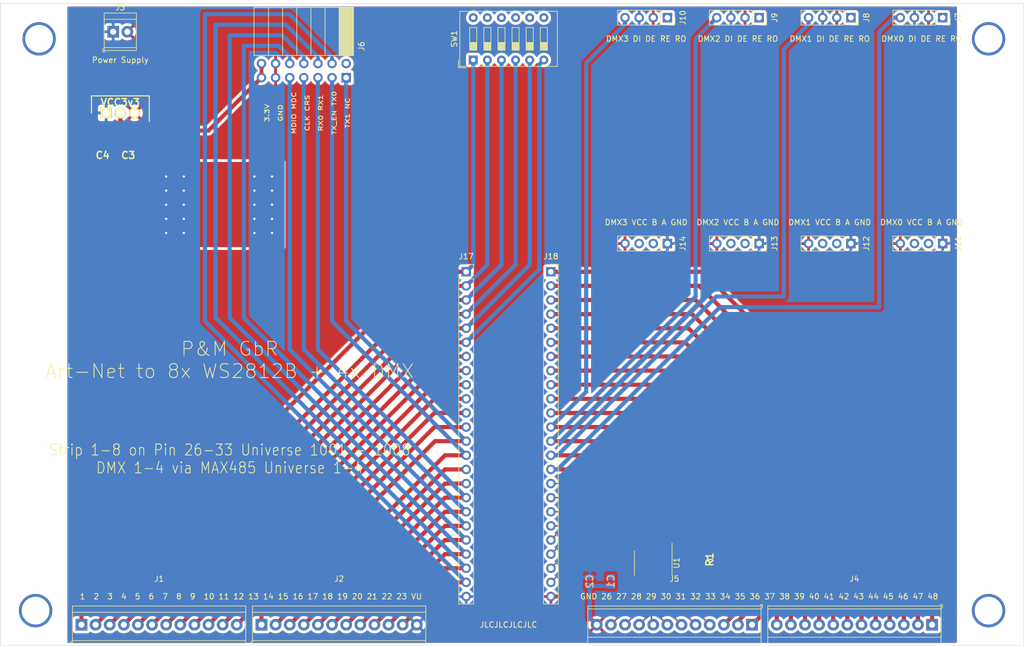
<source format=kicad_pcb>
(kicad_pcb (version 20171130) (host pcbnew "(5.1.6-0-10_14)")

  (general
    (thickness 1.6)
    (drawings 7)
    (tracks 265)
    (zones 0)
    (modules 24)
    (nets 72)
  )

  (page A4)
  (layers
    (0 F.Cu signal)
    (31 B.Cu signal)
    (32 B.Adhes user hide)
    (33 F.Adhes user hide)
    (34 B.Paste user)
    (35 F.Paste user)
    (36 B.SilkS user)
    (37 F.SilkS user)
    (38 B.Mask user)
    (39 F.Mask user)
    (40 Dwgs.User user hide)
    (41 Cmts.User user hide)
    (42 Eco1.User user hide)
    (43 Eco2.User user hide)
    (44 Edge.Cuts user)
    (45 Margin user hide)
    (46 B.CrtYd user hide)
    (47 F.CrtYd user hide)
    (48 B.Fab user hide)
    (49 F.Fab user hide)
  )

  (setup
    (last_trace_width 0.25)
    (user_trace_width 0.75)
    (trace_clearance 0.2)
    (zone_clearance 0.508)
    (zone_45_only no)
    (trace_min 0.2)
    (via_size 0.8)
    (via_drill 0.4)
    (via_min_size 0.4)
    (via_min_drill 0.3)
    (uvia_size 0.3)
    (uvia_drill 0.1)
    (uvias_allowed no)
    (uvia_min_size 0.2)
    (uvia_min_drill 0.1)
    (edge_width 0.05)
    (segment_width 0.2)
    (pcb_text_width 0.3)
    (pcb_text_size 1.5 1.5)
    (mod_edge_width 0.12)
    (mod_text_size 1 1)
    (mod_text_width 0.15)
    (pad_size 2.1 2.1)
    (pad_drill 1.1)
    (pad_to_mask_clearance 0.051)
    (solder_mask_min_width 0.25)
    (aux_axis_origin 0 0)
    (visible_elements FFFFFF7F)
    (pcbplotparams
      (layerselection 0x010fc_ffffffff)
      (usegerberextensions false)
      (usegerberattributes false)
      (usegerberadvancedattributes false)
      (creategerberjobfile false)
      (excludeedgelayer true)
      (linewidth 0.100000)
      (plotframeref false)
      (viasonmask false)
      (mode 1)
      (useauxorigin false)
      (hpglpennumber 1)
      (hpglpenspeed 20)
      (hpglpendiameter 15.000000)
      (psnegative false)
      (psa4output false)
      (plotreference true)
      (plotvalue true)
      (plotinvisibletext false)
      (padsonsilk false)
      (subtractmaskfromsilk false)
      (outputformat 1)
      (mirror false)
      (drillshape 0)
      (scaleselection 1)
      (outputdirectory "export/"))
  )

  (net 0 "")
  (net 1 "Net-(J1-Pad1)")
  (net 2 "Net-(J1-Pad2)")
  (net 3 "Net-(J1-Pad3)")
  (net 4 "Net-(J1-Pad4)")
  (net 5 "Net-(J1-Pad5)")
  (net 6 "Net-(J1-Pad6)")
  (net 7 "Net-(J1-Pad7)")
  (net 8 "Net-(J1-Pad8)")
  (net 9 "Net-(J1-Pad9)")
  (net 10 "Net-(J1-Pad10)")
  (net 11 "Net-(J1-Pad11)")
  (net 12 "Net-(J1-Pad12)")
  (net 13 "Net-(J7-Pad1)")
  (net 14 "Net-(J8-Pad1)")
  (net 15 "Net-(J9-Pad1)")
  (net 16 "Net-(J10-Pad1)")
  (net 17 "Net-(J10-Pad4)")
  (net 18 "Net-(J11-Pad3)")
  (net 19 "Net-(J11-Pad2)")
  (net 20 "Net-(J12-Pad3)")
  (net 21 "Net-(J12-Pad2)")
  (net 22 "Net-(J13-Pad3)")
  (net 23 "Net-(J13-Pad2)")
  (net 24 "Net-(J14-Pad3)")
  (net 25 "Net-(J14-Pad2)")
  (net 26 "Net-(J17-Pad13)")
  (net 27 "Net-(J17-Pad14)")
  (net 28 "Net-(J17-Pad15)")
  (net 29 "Net-(J17-Pad16)")
  (net 30 "Net-(J17-Pad17)")
  (net 31 "Net-(J17-Pad18)")
  (net 32 "Net-(J17-Pad19)")
  (net 33 "Net-(J17-Pad20)")
  (net 34 "Net-(J17-Pad21)")
  (net 35 "Net-(J17-Pad22)")
  (net 36 "Net-(J17-Pad23)")
  (net 37 "Net-(J18-Pad23)")
  (net 38 "Net-(J18-Pad22)")
  (net 39 "Net-(J18-Pad21)")
  (net 40 "Net-(J18-Pad20)")
  (net 41 "Net-(J18-Pad19)")
  (net 42 "Net-(J18-Pad18)")
  (net 43 "Net-(J18-Pad17)")
  (net 44 "Net-(J18-Pad16)")
  (net 45 "Net-(J18-Pad15)")
  (net 46 "Net-(J18-Pad14)")
  (net 47 "Net-(J18-Pad13)")
  (net 48 "Net-(J18-Pad11)")
  (net 49 "Net-(J18-Pad10)")
  (net 50 "Net-(J18-Pad9)")
  (net 51 "Net-(J18-Pad8)")
  (net 52 "Net-(J18-Pad7)")
  (net 53 "Net-(J18-Pad6)")
  (net 54 "Net-(J18-Pad5)")
  (net 55 "Net-(J18-Pad4)")
  (net 56 "Net-(J18-Pad3)")
  (net 57 "Net-(J18-Pad2)")
  (net 58 "Net-(J18-Pad1)")
  (net 59 +5V)
  (net 60 GND)
  (net 61 "Net-(J6-Pad2)")
  (net 62 "Net-(J5-Pad11)")
  (net 63 "Net-(J5-Pad10)")
  (net 64 "Net-(J5-Pad9)")
  (net 65 "Net-(J5-Pad8)")
  (net 66 "Net-(J5-Pad7)")
  (net 67 "Net-(J5-Pad6)")
  (net 68 "Net-(J5-Pad5)")
  (net 69 "Net-(J5-Pad4)")
  (net 70 "Net-(C1-Pad1)")
  (net 71 "Net-(U1-Pad19)")

  (net_class Default "Dies ist die voreingestellte Netzklasse."
    (clearance 0.2)
    (trace_width 0.25)
    (via_dia 0.8)
    (via_drill 0.4)
    (uvia_dia 0.3)
    (uvia_drill 0.1)
    (add_net +5V)
    (add_net GND)
    (add_net "Net-(C1-Pad1)")
    (add_net "Net-(J1-Pad1)")
    (add_net "Net-(J1-Pad10)")
    (add_net "Net-(J1-Pad11)")
    (add_net "Net-(J1-Pad12)")
    (add_net "Net-(J1-Pad2)")
    (add_net "Net-(J1-Pad3)")
    (add_net "Net-(J1-Pad4)")
    (add_net "Net-(J1-Pad5)")
    (add_net "Net-(J1-Pad6)")
    (add_net "Net-(J1-Pad7)")
    (add_net "Net-(J1-Pad8)")
    (add_net "Net-(J1-Pad9)")
    (add_net "Net-(J10-Pad1)")
    (add_net "Net-(J10-Pad4)")
    (add_net "Net-(J11-Pad2)")
    (add_net "Net-(J11-Pad3)")
    (add_net "Net-(J12-Pad2)")
    (add_net "Net-(J12-Pad3)")
    (add_net "Net-(J13-Pad2)")
    (add_net "Net-(J13-Pad3)")
    (add_net "Net-(J14-Pad2)")
    (add_net "Net-(J14-Pad3)")
    (add_net "Net-(J17-Pad13)")
    (add_net "Net-(J17-Pad14)")
    (add_net "Net-(J17-Pad15)")
    (add_net "Net-(J17-Pad16)")
    (add_net "Net-(J17-Pad17)")
    (add_net "Net-(J17-Pad18)")
    (add_net "Net-(J17-Pad19)")
    (add_net "Net-(J17-Pad20)")
    (add_net "Net-(J17-Pad21)")
    (add_net "Net-(J17-Pad22)")
    (add_net "Net-(J17-Pad23)")
    (add_net "Net-(J18-Pad1)")
    (add_net "Net-(J18-Pad10)")
    (add_net "Net-(J18-Pad11)")
    (add_net "Net-(J18-Pad13)")
    (add_net "Net-(J18-Pad14)")
    (add_net "Net-(J18-Pad15)")
    (add_net "Net-(J18-Pad16)")
    (add_net "Net-(J18-Pad17)")
    (add_net "Net-(J18-Pad18)")
    (add_net "Net-(J18-Pad19)")
    (add_net "Net-(J18-Pad2)")
    (add_net "Net-(J18-Pad20)")
    (add_net "Net-(J18-Pad21)")
    (add_net "Net-(J18-Pad22)")
    (add_net "Net-(J18-Pad23)")
    (add_net "Net-(J18-Pad3)")
    (add_net "Net-(J18-Pad4)")
    (add_net "Net-(J18-Pad5)")
    (add_net "Net-(J18-Pad6)")
    (add_net "Net-(J18-Pad7)")
    (add_net "Net-(J18-Pad8)")
    (add_net "Net-(J18-Pad9)")
    (add_net "Net-(J5-Pad10)")
    (add_net "Net-(J5-Pad11)")
    (add_net "Net-(J5-Pad4)")
    (add_net "Net-(J5-Pad5)")
    (add_net "Net-(J5-Pad6)")
    (add_net "Net-(J5-Pad7)")
    (add_net "Net-(J5-Pad8)")
    (add_net "Net-(J5-Pad9)")
    (add_net "Net-(J6-Pad2)")
    (add_net "Net-(J7-Pad1)")
    (add_net "Net-(J8-Pad1)")
    (add_net "Net-(J9-Pad1)")
    (add_net "Net-(U1-Pad19)")
  )

  (module CRCW08054K70FKEAC:RESC2012X60N (layer F.Cu) (tedit 5F58A022) (tstamp 5F593EEF)
    (at 160.02 117.16 270)
    (descr 0805-ren2)
    (tags Resistor)
    (path /6055B232)
    (attr smd)
    (fp_text reference R1 (at 0 0 90) (layer F.SilkS)
      (effects (font (size 1.27 1.27) (thickness 0.254)))
    )
    (fp_text value CRCW08054K70FKEAC (at 0 0 90) (layer F.SilkS) hide
      (effects (font (size 1.27 1.27) (thickness 0.254)))
    )
    (fp_line (start 0 -0.525) (end 0 0.525) (layer F.SilkS) (width 0.2))
    (fp_line (start -1 0.625) (end -1 -0.625) (layer Dwgs.User) (width 0.1))
    (fp_line (start 1 0.625) (end -1 0.625) (layer Dwgs.User) (width 0.1))
    (fp_line (start 1 -0.625) (end 1 0.625) (layer Dwgs.User) (width 0.1))
    (fp_line (start -1 -0.625) (end 1 -0.625) (layer Dwgs.User) (width 0.1))
    (fp_line (start -1.65 1) (end -1.65 -1) (layer Dwgs.User) (width 0.05))
    (fp_line (start 1.65 1) (end -1.65 1) (layer Dwgs.User) (width 0.05))
    (fp_line (start 1.65 -1) (end 1.65 1) (layer Dwgs.User) (width 0.05))
    (fp_line (start -1.65 -1) (end 1.65 -1) (layer Dwgs.User) (width 0.05))
    (pad 2 smd rect (at 0.95 0 270) (size 0.9 1.45) (layers F.Cu F.Paste F.Mask)
      (net 60 GND))
    (pad 1 smd rect (at -0.95 0 270) (size 0.9 1.45) (layers F.Cu F.Paste F.Mask)
      (net 45 "Net-(J18-Pad15)"))
  )

  (module Package_SO:TSSOP-20_4.4x6.5mm_P0.65mm (layer F.Cu) (tedit 5E476F32) (tstamp 5F590A65)
    (at 149.86 117.7875 270)
    (descr "TSSOP, 20 Pin (JEDEC MO-153 Var AC https://www.jedec.org/document_search?search_api_views_fulltext=MO-153), generated with kicad-footprint-generator ipc_gullwing_generator.py")
    (tags "TSSOP SO")
    (path /60B14C8C)
    (attr smd)
    (fp_text reference U1 (at 0 -4.2 90) (layer F.SilkS)
      (effects (font (size 1 1) (thickness 0.15)))
    )
    (fp_text value TXS0108EPW (at 0 4.2 90) (layer F.Fab)
      (effects (font (size 1 1) (thickness 0.15)))
    )
    (fp_text user %R (at 0 0 90) (layer F.Fab)
      (effects (font (size 1 1) (thickness 0.15)))
    )
    (fp_line (start 0 3.385) (end 2.2 3.385) (layer F.SilkS) (width 0.12))
    (fp_line (start 0 3.385) (end -2.2 3.385) (layer F.SilkS) (width 0.12))
    (fp_line (start 0 -3.385) (end 2.2 -3.385) (layer F.SilkS) (width 0.12))
    (fp_line (start 0 -3.385) (end -3.6 -3.385) (layer F.SilkS) (width 0.12))
    (fp_line (start -1.2 -3.25) (end 2.2 -3.25) (layer F.Fab) (width 0.1))
    (fp_line (start 2.2 -3.25) (end 2.2 3.25) (layer F.Fab) (width 0.1))
    (fp_line (start 2.2 3.25) (end -2.2 3.25) (layer F.Fab) (width 0.1))
    (fp_line (start -2.2 3.25) (end -2.2 -2.25) (layer F.Fab) (width 0.1))
    (fp_line (start -2.2 -2.25) (end -1.2 -3.25) (layer F.Fab) (width 0.1))
    (fp_line (start -3.85 -3.5) (end -3.85 3.5) (layer F.CrtYd) (width 0.05))
    (fp_line (start -3.85 3.5) (end 3.85 3.5) (layer F.CrtYd) (width 0.05))
    (fp_line (start 3.85 3.5) (end 3.85 -3.5) (layer F.CrtYd) (width 0.05))
    (fp_line (start 3.85 -3.5) (end -3.85 -3.5) (layer F.CrtYd) (width 0.05))
    (pad 20 smd roundrect (at 2.8625 -2.925 270) (size 1.475 0.4) (layers F.Cu F.Paste F.Mask) (roundrect_rratio 0.25)
      (net 69 "Net-(J5-Pad4)"))
    (pad 19 smd roundrect (at 2.8625 -2.275 270) (size 1.475 0.4) (layers F.Cu F.Paste F.Mask) (roundrect_rratio 0.25)
      (net 71 "Net-(U1-Pad19)"))
    (pad 18 smd roundrect (at 2.8625 -1.625 270) (size 1.475 0.4) (layers F.Cu F.Paste F.Mask) (roundrect_rratio 0.25)
      (net 68 "Net-(J5-Pad5)"))
    (pad 17 smd roundrect (at 2.8625 -0.975 270) (size 1.475 0.4) (layers F.Cu F.Paste F.Mask) (roundrect_rratio 0.25)
      (net 67 "Net-(J5-Pad6)"))
    (pad 16 smd roundrect (at 2.8625 -0.325 270) (size 1.475 0.4) (layers F.Cu F.Paste F.Mask) (roundrect_rratio 0.25)
      (net 66 "Net-(J5-Pad7)"))
    (pad 15 smd roundrect (at 2.8625 0.325 270) (size 1.475 0.4) (layers F.Cu F.Paste F.Mask) (roundrect_rratio 0.25)
      (net 65 "Net-(J5-Pad8)"))
    (pad 14 smd roundrect (at 2.8625 0.975 270) (size 1.475 0.4) (layers F.Cu F.Paste F.Mask) (roundrect_rratio 0.25)
      (net 64 "Net-(J5-Pad9)"))
    (pad 13 smd roundrect (at 2.8625 1.625 270) (size 1.475 0.4) (layers F.Cu F.Paste F.Mask) (roundrect_rratio 0.25)
      (net 63 "Net-(J5-Pad10)"))
    (pad 12 smd roundrect (at 2.8625 2.275 270) (size 1.475 0.4) (layers F.Cu F.Paste F.Mask) (roundrect_rratio 0.25)
      (net 62 "Net-(J5-Pad11)"))
    (pad 11 smd roundrect (at 2.8625 2.925 270) (size 1.475 0.4) (layers F.Cu F.Paste F.Mask) (roundrect_rratio 0.25)
      (net 60 GND))
    (pad 10 smd roundrect (at -2.8625 2.925 270) (size 1.475 0.4) (layers F.Cu F.Paste F.Mask) (roundrect_rratio 0.25)
      (net 45 "Net-(J18-Pad15)"))
    (pad 9 smd roundrect (at -2.8625 2.275 270) (size 1.475 0.4) (layers F.Cu F.Paste F.Mask) (roundrect_rratio 0.25)
      (net 37 "Net-(J18-Pad23)"))
    (pad 8 smd roundrect (at -2.8625 1.625 270) (size 1.475 0.4) (layers F.Cu F.Paste F.Mask) (roundrect_rratio 0.25)
      (net 38 "Net-(J18-Pad22)"))
    (pad 7 smd roundrect (at -2.8625 0.975 270) (size 1.475 0.4) (layers F.Cu F.Paste F.Mask) (roundrect_rratio 0.25)
      (net 39 "Net-(J18-Pad21)"))
    (pad 6 smd roundrect (at -2.8625 0.325 270) (size 1.475 0.4) (layers F.Cu F.Paste F.Mask) (roundrect_rratio 0.25)
      (net 40 "Net-(J18-Pad20)"))
    (pad 5 smd roundrect (at -2.8625 -0.325 270) (size 1.475 0.4) (layers F.Cu F.Paste F.Mask) (roundrect_rratio 0.25)
      (net 41 "Net-(J18-Pad19)"))
    (pad 4 smd roundrect (at -2.8625 -0.975 270) (size 1.475 0.4) (layers F.Cu F.Paste F.Mask) (roundrect_rratio 0.25)
      (net 42 "Net-(J18-Pad18)"))
    (pad 3 smd roundrect (at -2.8625 -1.625 270) (size 1.475 0.4) (layers F.Cu F.Paste F.Mask) (roundrect_rratio 0.25)
      (net 43 "Net-(J18-Pad17)"))
    (pad 2 smd roundrect (at -2.8625 -2.275 270) (size 1.475 0.4) (layers F.Cu F.Paste F.Mask) (roundrect_rratio 0.25)
      (net 70 "Net-(C1-Pad1)"))
    (pad 1 smd roundrect (at -2.8625 -2.925 270) (size 1.475 0.4) (layers F.Cu F.Paste F.Mask) (roundrect_rratio 0.25)
      (net 44 "Net-(J18-Pad16)"))
    (model ${KISYS3DMOD}/Package_SO.3dshapes/TSSOP-20_4.4x6.5mm_P0.65mm.wrl
      (at (xyz 0 0 0))
      (scale (xyz 1 1 1))
      (rotate (xyz 0 0 0))
    )
  )

  (module C0805X106K8RACAUTO:CAPC2012X100N (layer F.Cu) (tedit 5F58965D) (tstamp 5F590313)
    (at 50.8 44.45)
    (descr 0805-ren4)
    (tags Capacitor)
    (path /61AE490B)
    (attr smd)
    (fp_text reference C4 (at 0 0) (layer F.SilkS)
      (effects (font (size 1.27 1.27) (thickness 0.254)))
    )
    (fp_text value C0805X106K8RACAUTO (at 0 0) (layer F.SilkS) hide
      (effects (font (size 1.27 1.27) (thickness 0.254)))
    )
    (fp_line (start -1 0.625) (end -1 -0.625) (layer Dwgs.User) (width 0.1))
    (fp_line (start 1 0.625) (end -1 0.625) (layer Dwgs.User) (width 0.1))
    (fp_line (start 1 -0.625) (end 1 0.625) (layer Dwgs.User) (width 0.1))
    (fp_line (start -1 -0.625) (end 1 -0.625) (layer Dwgs.User) (width 0.1))
    (fp_line (start -1.46 0.89) (end -1.46 -0.89) (layer Dwgs.User) (width 0.05))
    (fp_line (start 1.46 0.89) (end -1.46 0.89) (layer Dwgs.User) (width 0.05))
    (fp_line (start 1.46 -0.89) (end 1.46 0.89) (layer Dwgs.User) (width 0.05))
    (fp_line (start -1.46 -0.89) (end 1.46 -0.89) (layer Dwgs.User) (width 0.05))
    (pad 2 smd rect (at 0.8 0) (size 1.02 1.47) (layers F.Cu F.Paste F.Mask)
      (net 60 GND))
    (pad 1 smd rect (at -0.8 0) (size 1.02 1.47) (layers F.Cu F.Paste F.Mask)
      (net 70 "Net-(C1-Pad1)"))
  )

  (module C0805C104K5RAC7411:CAPC2012X88N (layer F.Cu) (tedit 5F5892AE) (tstamp 5F590305)
    (at 55.41 44.45)
    (descr C0805C104K5RAC7411-+-+)
    (tags Capacitor)
    (path /61AE12C5)
    (attr smd)
    (fp_text reference C3 (at 0 0) (layer F.SilkS)
      (effects (font (size 1.27 1.27) (thickness 0.254)))
    )
    (fp_text value C0805C104K5RAC7411 (at 0 0) (layer F.SilkS) hide
      (effects (font (size 1.27 1.27) (thickness 0.254)))
    )
    (fp_line (start -1 0.625) (end -1 -0.625) (layer Dwgs.User) (width 0.1))
    (fp_line (start 1 0.625) (end -1 0.625) (layer Dwgs.User) (width 0.1))
    (fp_line (start 1 -0.625) (end 1 0.625) (layer Dwgs.User) (width 0.1))
    (fp_line (start -1 -0.625) (end 1 -0.625) (layer Dwgs.User) (width 0.1))
    (fp_line (start -1.46 0.89) (end -1.46 -0.89) (layer Dwgs.User) (width 0.05))
    (fp_line (start 1.46 0.89) (end -1.46 0.89) (layer Dwgs.User) (width 0.05))
    (fp_line (start 1.46 -0.89) (end 1.46 0.89) (layer Dwgs.User) (width 0.05))
    (fp_line (start -1.46 -0.89) (end 1.46 -0.89) (layer Dwgs.User) (width 0.05))
    (pad 2 smd rect (at 0.8 0) (size 1.02 1.47) (layers F.Cu F.Paste F.Mask)
      (net 60 GND))
    (pad 1 smd rect (at -0.8 0) (size 1.02 1.47) (layers F.Cu F.Paste F.Mask)
      (net 59 +5V))
  )

  (module C0805C104K5RAC7411:CAPC2012X88N (layer B.Cu) (tedit 5F5892AE) (tstamp 5F5902F7)
    (at 138.43 121.12 270)
    (descr C0805C104K5RAC7411-+-+)
    (tags Capacitor)
    (path /61A81CE2)
    (attr smd)
    (fp_text reference C2 (at 0 0 90) (layer B.SilkS)
      (effects (font (size 1.27 1.27) (thickness 0.254)) (justify mirror))
    )
    (fp_text value C0805C104K5RAC7411 (at 0 0 90) (layer B.SilkS) hide
      (effects (font (size 1.27 1.27) (thickness 0.254)) (justify mirror))
    )
    (fp_line (start -1 -0.625) (end -1 0.625) (layer Dwgs.User) (width 0.1))
    (fp_line (start 1 -0.625) (end -1 -0.625) (layer Dwgs.User) (width 0.1))
    (fp_line (start 1 0.625) (end 1 -0.625) (layer Dwgs.User) (width 0.1))
    (fp_line (start -1 0.625) (end 1 0.625) (layer Dwgs.User) (width 0.1))
    (fp_line (start -1.46 -0.89) (end -1.46 0.89) (layer Dwgs.User) (width 0.05))
    (fp_line (start 1.46 -0.89) (end -1.46 -0.89) (layer Dwgs.User) (width 0.05))
    (fp_line (start 1.46 0.89) (end 1.46 -0.89) (layer Dwgs.User) (width 0.05))
    (fp_line (start -1.46 0.89) (end 1.46 0.89) (layer Dwgs.User) (width 0.05))
    (pad 2 smd rect (at 0.8 0 270) (size 1.02 1.47) (layers B.Cu B.Paste B.Mask)
      (net 60 GND))
    (pad 1 smd rect (at -0.8 0 270) (size 1.02 1.47) (layers B.Cu B.Paste B.Mask)
      (net 59 +5V))
  )

  (module C0805C104K5RAC7411:CAPC2012X88N (layer B.Cu) (tedit 5F5892AE) (tstamp 5F5902E9)
    (at 142.24 121.12 270)
    (descr C0805C104K5RAC7411-+-+)
    (tags Capacitor)
    (path /61998171)
    (attr smd)
    (fp_text reference C1 (at 0 0 90) (layer B.SilkS)
      (effects (font (size 1.27 1.27) (thickness 0.254)) (justify mirror))
    )
    (fp_text value C0805C104K5RAC7411 (at 0 0 90) (layer B.SilkS) hide
      (effects (font (size 1.27 1.27) (thickness 0.254)) (justify mirror))
    )
    (fp_line (start -1 -0.625) (end -1 0.625) (layer Dwgs.User) (width 0.1))
    (fp_line (start 1 -0.625) (end -1 -0.625) (layer Dwgs.User) (width 0.1))
    (fp_line (start 1 0.625) (end 1 -0.625) (layer Dwgs.User) (width 0.1))
    (fp_line (start -1 0.625) (end 1 0.625) (layer Dwgs.User) (width 0.1))
    (fp_line (start -1.46 -0.89) (end -1.46 0.89) (layer Dwgs.User) (width 0.05))
    (fp_line (start 1.46 -0.89) (end -1.46 -0.89) (layer Dwgs.User) (width 0.05))
    (fp_line (start 1.46 0.89) (end 1.46 -0.89) (layer Dwgs.User) (width 0.05))
    (fp_line (start -1.46 0.89) (end 1.46 0.89) (layer Dwgs.User) (width 0.05))
    (pad 2 smd rect (at 0.8 0 270) (size 1.02 1.47) (layers B.Cu B.Paste B.Mask)
      (net 60 GND))
    (pad 1 smd rect (at -0.8 0 270) (size 1.02 1.47) (layers B.Cu B.Paste B.Mask)
      (net 70 "Net-(C1-Pad1)"))
  )

  (module Button_Switch_THT:SW_DIP_SPSTx06_Slide_9.78x17.42mm_W7.62mm_P2.54mm (layer F.Cu) (tedit 5A4E1405) (tstamp 5F4EBE24)
    (at 117.475 27.305 90)
    (descr "6x-dip-switch SPST , Slide, row spacing 7.62 mm (300 mils), body size 9.78x17.42mm (see e.g. https://www.ctscorp.com/wp-content/uploads/206-208.pdf)")
    (tags "DIP Switch SPST Slide 7.62mm 300mil")
    (path /619A0A26)
    (fp_text reference SW1 (at 3.81 -3.42 90) (layer F.SilkS)
      (effects (font (size 1 1) (thickness 0.15)))
    )
    (fp_text value SW_DIP_x06 (at 3.81 16.12 90) (layer F.Fab)
      (effects (font (size 1 1) (thickness 0.15)))
    )
    (fp_line (start -0.08 -2.36) (end 8.7 -2.36) (layer F.Fab) (width 0.1))
    (fp_line (start 8.7 -2.36) (end 8.7 15.06) (layer F.Fab) (width 0.1))
    (fp_line (start 8.7 15.06) (end -1.08 15.06) (layer F.Fab) (width 0.1))
    (fp_line (start -1.08 15.06) (end -1.08 -1.36) (layer F.Fab) (width 0.1))
    (fp_line (start -1.08 -1.36) (end -0.08 -2.36) (layer F.Fab) (width 0.1))
    (fp_line (start 1.78 -0.635) (end 1.78 0.635) (layer F.Fab) (width 0.1))
    (fp_line (start 1.78 0.635) (end 5.84 0.635) (layer F.Fab) (width 0.1))
    (fp_line (start 5.84 0.635) (end 5.84 -0.635) (layer F.Fab) (width 0.1))
    (fp_line (start 5.84 -0.635) (end 1.78 -0.635) (layer F.Fab) (width 0.1))
    (fp_line (start 1.78 -0.535) (end 3.133333 -0.535) (layer F.Fab) (width 0.1))
    (fp_line (start 1.78 -0.435) (end 3.133333 -0.435) (layer F.Fab) (width 0.1))
    (fp_line (start 1.78 -0.335) (end 3.133333 -0.335) (layer F.Fab) (width 0.1))
    (fp_line (start 1.78 -0.235) (end 3.133333 -0.235) (layer F.Fab) (width 0.1))
    (fp_line (start 1.78 -0.135) (end 3.133333 -0.135) (layer F.Fab) (width 0.1))
    (fp_line (start 1.78 -0.035) (end 3.133333 -0.035) (layer F.Fab) (width 0.1))
    (fp_line (start 1.78 0.065) (end 3.133333 0.065) (layer F.Fab) (width 0.1))
    (fp_line (start 1.78 0.165) (end 3.133333 0.165) (layer F.Fab) (width 0.1))
    (fp_line (start 1.78 0.265) (end 3.133333 0.265) (layer F.Fab) (width 0.1))
    (fp_line (start 1.78 0.365) (end 3.133333 0.365) (layer F.Fab) (width 0.1))
    (fp_line (start 1.78 0.465) (end 3.133333 0.465) (layer F.Fab) (width 0.1))
    (fp_line (start 1.78 0.565) (end 3.133333 0.565) (layer F.Fab) (width 0.1))
    (fp_line (start 3.133333 -0.635) (end 3.133333 0.635) (layer F.Fab) (width 0.1))
    (fp_line (start 1.78 1.905) (end 1.78 3.175) (layer F.Fab) (width 0.1))
    (fp_line (start 1.78 3.175) (end 5.84 3.175) (layer F.Fab) (width 0.1))
    (fp_line (start 5.84 3.175) (end 5.84 1.905) (layer F.Fab) (width 0.1))
    (fp_line (start 5.84 1.905) (end 1.78 1.905) (layer F.Fab) (width 0.1))
    (fp_line (start 1.78 2.005) (end 3.133333 2.005) (layer F.Fab) (width 0.1))
    (fp_line (start 1.78 2.105) (end 3.133333 2.105) (layer F.Fab) (width 0.1))
    (fp_line (start 1.78 2.205) (end 3.133333 2.205) (layer F.Fab) (width 0.1))
    (fp_line (start 1.78 2.305) (end 3.133333 2.305) (layer F.Fab) (width 0.1))
    (fp_line (start 1.78 2.405) (end 3.133333 2.405) (layer F.Fab) (width 0.1))
    (fp_line (start 1.78 2.505) (end 3.133333 2.505) (layer F.Fab) (width 0.1))
    (fp_line (start 1.78 2.605) (end 3.133333 2.605) (layer F.Fab) (width 0.1))
    (fp_line (start 1.78 2.705) (end 3.133333 2.705) (layer F.Fab) (width 0.1))
    (fp_line (start 1.78 2.805) (end 3.133333 2.805) (layer F.Fab) (width 0.1))
    (fp_line (start 1.78 2.905) (end 3.133333 2.905) (layer F.Fab) (width 0.1))
    (fp_line (start 1.78 3.005) (end 3.133333 3.005) (layer F.Fab) (width 0.1))
    (fp_line (start 1.78 3.105) (end 3.133333 3.105) (layer F.Fab) (width 0.1))
    (fp_line (start 3.133333 1.905) (end 3.133333 3.175) (layer F.Fab) (width 0.1))
    (fp_line (start 1.78 4.445) (end 1.78 5.715) (layer F.Fab) (width 0.1))
    (fp_line (start 1.78 5.715) (end 5.84 5.715) (layer F.Fab) (width 0.1))
    (fp_line (start 5.84 5.715) (end 5.84 4.445) (layer F.Fab) (width 0.1))
    (fp_line (start 5.84 4.445) (end 1.78 4.445) (layer F.Fab) (width 0.1))
    (fp_line (start 1.78 4.545) (end 3.133333 4.545) (layer F.Fab) (width 0.1))
    (fp_line (start 1.78 4.645) (end 3.133333 4.645) (layer F.Fab) (width 0.1))
    (fp_line (start 1.78 4.745) (end 3.133333 4.745) (layer F.Fab) (width 0.1))
    (fp_line (start 1.78 4.845) (end 3.133333 4.845) (layer F.Fab) (width 0.1))
    (fp_line (start 1.78 4.945) (end 3.133333 4.945) (layer F.Fab) (width 0.1))
    (fp_line (start 1.78 5.045) (end 3.133333 5.045) (layer F.Fab) (width 0.1))
    (fp_line (start 1.78 5.145) (end 3.133333 5.145) (layer F.Fab) (width 0.1))
    (fp_line (start 1.78 5.245) (end 3.133333 5.245) (layer F.Fab) (width 0.1))
    (fp_line (start 1.78 5.345) (end 3.133333 5.345) (layer F.Fab) (width 0.1))
    (fp_line (start 1.78 5.445) (end 3.133333 5.445) (layer F.Fab) (width 0.1))
    (fp_line (start 1.78 5.545) (end 3.133333 5.545) (layer F.Fab) (width 0.1))
    (fp_line (start 1.78 5.645) (end 3.133333 5.645) (layer F.Fab) (width 0.1))
    (fp_line (start 3.133333 4.445) (end 3.133333 5.715) (layer F.Fab) (width 0.1))
    (fp_line (start 1.78 6.985) (end 1.78 8.255) (layer F.Fab) (width 0.1))
    (fp_line (start 1.78 8.255) (end 5.84 8.255) (layer F.Fab) (width 0.1))
    (fp_line (start 5.84 8.255) (end 5.84 6.985) (layer F.Fab) (width 0.1))
    (fp_line (start 5.84 6.985) (end 1.78 6.985) (layer F.Fab) (width 0.1))
    (fp_line (start 1.78 7.085) (end 3.133333 7.085) (layer F.Fab) (width 0.1))
    (fp_line (start 1.78 7.185) (end 3.133333 7.185) (layer F.Fab) (width 0.1))
    (fp_line (start 1.78 7.285) (end 3.133333 7.285) (layer F.Fab) (width 0.1))
    (fp_line (start 1.78 7.385) (end 3.133333 7.385) (layer F.Fab) (width 0.1))
    (fp_line (start 1.78 7.485) (end 3.133333 7.485) (layer F.Fab) (width 0.1))
    (fp_line (start 1.78 7.585) (end 3.133333 7.585) (layer F.Fab) (width 0.1))
    (fp_line (start 1.78 7.685) (end 3.133333 7.685) (layer F.Fab) (width 0.1))
    (fp_line (start 1.78 7.785) (end 3.133333 7.785) (layer F.Fab) (width 0.1))
    (fp_line (start 1.78 7.885) (end 3.133333 7.885) (layer F.Fab) (width 0.1))
    (fp_line (start 1.78 7.985) (end 3.133333 7.985) (layer F.Fab) (width 0.1))
    (fp_line (start 1.78 8.085) (end 3.133333 8.085) (layer F.Fab) (width 0.1))
    (fp_line (start 1.78 8.185) (end 3.133333 8.185) (layer F.Fab) (width 0.1))
    (fp_line (start 3.133333 6.985) (end 3.133333 8.255) (layer F.Fab) (width 0.1))
    (fp_line (start 1.78 9.525) (end 1.78 10.795) (layer F.Fab) (width 0.1))
    (fp_line (start 1.78 10.795) (end 5.84 10.795) (layer F.Fab) (width 0.1))
    (fp_line (start 5.84 10.795) (end 5.84 9.525) (layer F.Fab) (width 0.1))
    (fp_line (start 5.84 9.525) (end 1.78 9.525) (layer F.Fab) (width 0.1))
    (fp_line (start 1.78 9.625) (end 3.133333 9.625) (layer F.Fab) (width 0.1))
    (fp_line (start 1.78 9.725) (end 3.133333 9.725) (layer F.Fab) (width 0.1))
    (fp_line (start 1.78 9.825) (end 3.133333 9.825) (layer F.Fab) (width 0.1))
    (fp_line (start 1.78 9.925) (end 3.133333 9.925) (layer F.Fab) (width 0.1))
    (fp_line (start 1.78 10.025) (end 3.133333 10.025) (layer F.Fab) (width 0.1))
    (fp_line (start 1.78 10.125) (end 3.133333 10.125) (layer F.Fab) (width 0.1))
    (fp_line (start 1.78 10.225) (end 3.133333 10.225) (layer F.Fab) (width 0.1))
    (fp_line (start 1.78 10.325) (end 3.133333 10.325) (layer F.Fab) (width 0.1))
    (fp_line (start 1.78 10.425) (end 3.133333 10.425) (layer F.Fab) (width 0.1))
    (fp_line (start 1.78 10.525) (end 3.133333 10.525) (layer F.Fab) (width 0.1))
    (fp_line (start 1.78 10.625) (end 3.133333 10.625) (layer F.Fab) (width 0.1))
    (fp_line (start 1.78 10.725) (end 3.133333 10.725) (layer F.Fab) (width 0.1))
    (fp_line (start 3.133333 9.525) (end 3.133333 10.795) (layer F.Fab) (width 0.1))
    (fp_line (start 1.78 12.065) (end 1.78 13.335) (layer F.Fab) (width 0.1))
    (fp_line (start 1.78 13.335) (end 5.84 13.335) (layer F.Fab) (width 0.1))
    (fp_line (start 5.84 13.335) (end 5.84 12.065) (layer F.Fab) (width 0.1))
    (fp_line (start 5.84 12.065) (end 1.78 12.065) (layer F.Fab) (width 0.1))
    (fp_line (start 1.78 12.165) (end 3.133333 12.165) (layer F.Fab) (width 0.1))
    (fp_line (start 1.78 12.265) (end 3.133333 12.265) (layer F.Fab) (width 0.1))
    (fp_line (start 1.78 12.365) (end 3.133333 12.365) (layer F.Fab) (width 0.1))
    (fp_line (start 1.78 12.465) (end 3.133333 12.465) (layer F.Fab) (width 0.1))
    (fp_line (start 1.78 12.565) (end 3.133333 12.565) (layer F.Fab) (width 0.1))
    (fp_line (start 1.78 12.665) (end 3.133333 12.665) (layer F.Fab) (width 0.1))
    (fp_line (start 1.78 12.765) (end 3.133333 12.765) (layer F.Fab) (width 0.1))
    (fp_line (start 1.78 12.865) (end 3.133333 12.865) (layer F.Fab) (width 0.1))
    (fp_line (start 1.78 12.965) (end 3.133333 12.965) (layer F.Fab) (width 0.1))
    (fp_line (start 1.78 13.065) (end 3.133333 13.065) (layer F.Fab) (width 0.1))
    (fp_line (start 1.78 13.165) (end 3.133333 13.165) (layer F.Fab) (width 0.1))
    (fp_line (start 1.78 13.265) (end 3.133333 13.265) (layer F.Fab) (width 0.1))
    (fp_line (start 3.133333 12.065) (end 3.133333 13.335) (layer F.Fab) (width 0.1))
    (fp_line (start -1.14 -2.42) (end 8.76 -2.42) (layer F.SilkS) (width 0.12))
    (fp_line (start -1.14 15.12) (end 8.76 15.12) (layer F.SilkS) (width 0.12))
    (fp_line (start -1.14 -2.42) (end -1.14 15.12) (layer F.SilkS) (width 0.12))
    (fp_line (start 8.76 -2.42) (end 8.76 15.12) (layer F.SilkS) (width 0.12))
    (fp_line (start -1.38 -2.66) (end 0.004 -2.66) (layer F.SilkS) (width 0.12))
    (fp_line (start -1.38 -2.66) (end -1.38 -1.277) (layer F.SilkS) (width 0.12))
    (fp_line (start 1.78 -0.635) (end 1.78 0.635) (layer F.SilkS) (width 0.12))
    (fp_line (start 1.78 0.635) (end 5.84 0.635) (layer F.SilkS) (width 0.12))
    (fp_line (start 5.84 0.635) (end 5.84 -0.635) (layer F.SilkS) (width 0.12))
    (fp_line (start 5.84 -0.635) (end 1.78 -0.635) (layer F.SilkS) (width 0.12))
    (fp_line (start 1.78 -0.515) (end 3.133333 -0.515) (layer F.SilkS) (width 0.12))
    (fp_line (start 1.78 -0.395) (end 3.133333 -0.395) (layer F.SilkS) (width 0.12))
    (fp_line (start 1.78 -0.275) (end 3.133333 -0.275) (layer F.SilkS) (width 0.12))
    (fp_line (start 1.78 -0.155) (end 3.133333 -0.155) (layer F.SilkS) (width 0.12))
    (fp_line (start 1.78 -0.035) (end 3.133333 -0.035) (layer F.SilkS) (width 0.12))
    (fp_line (start 1.78 0.085) (end 3.133333 0.085) (layer F.SilkS) (width 0.12))
    (fp_line (start 1.78 0.205) (end 3.133333 0.205) (layer F.SilkS) (width 0.12))
    (fp_line (start 1.78 0.325) (end 3.133333 0.325) (layer F.SilkS) (width 0.12))
    (fp_line (start 1.78 0.445) (end 3.133333 0.445) (layer F.SilkS) (width 0.12))
    (fp_line (start 1.78 0.565) (end 3.133333 0.565) (layer F.SilkS) (width 0.12))
    (fp_line (start 3.133333 -0.635) (end 3.133333 0.635) (layer F.SilkS) (width 0.12))
    (fp_line (start 1.78 1.905) (end 1.78 3.175) (layer F.SilkS) (width 0.12))
    (fp_line (start 1.78 3.175) (end 5.84 3.175) (layer F.SilkS) (width 0.12))
    (fp_line (start 5.84 3.175) (end 5.84 1.905) (layer F.SilkS) (width 0.12))
    (fp_line (start 5.84 1.905) (end 1.78 1.905) (layer F.SilkS) (width 0.12))
    (fp_line (start 1.78 2.025) (end 3.133333 2.025) (layer F.SilkS) (width 0.12))
    (fp_line (start 1.78 2.145) (end 3.133333 2.145) (layer F.SilkS) (width 0.12))
    (fp_line (start 1.78 2.265) (end 3.133333 2.265) (layer F.SilkS) (width 0.12))
    (fp_line (start 1.78 2.385) (end 3.133333 2.385) (layer F.SilkS) (width 0.12))
    (fp_line (start 1.78 2.505) (end 3.133333 2.505) (layer F.SilkS) (width 0.12))
    (fp_line (start 1.78 2.625) (end 3.133333 2.625) (layer F.SilkS) (width 0.12))
    (fp_line (start 1.78 2.745) (end 3.133333 2.745) (layer F.SilkS) (width 0.12))
    (fp_line (start 1.78 2.865) (end 3.133333 2.865) (layer F.SilkS) (width 0.12))
    (fp_line (start 1.78 2.985) (end 3.133333 2.985) (layer F.SilkS) (width 0.12))
    (fp_line (start 1.78 3.105) (end 3.133333 3.105) (layer F.SilkS) (width 0.12))
    (fp_line (start 3.133333 1.905) (end 3.133333 3.175) (layer F.SilkS) (width 0.12))
    (fp_line (start 1.78 4.445) (end 1.78 5.715) (layer F.SilkS) (width 0.12))
    (fp_line (start 1.78 5.715) (end 5.84 5.715) (layer F.SilkS) (width 0.12))
    (fp_line (start 5.84 5.715) (end 5.84 4.445) (layer F.SilkS) (width 0.12))
    (fp_line (start 5.84 4.445) (end 1.78 4.445) (layer F.SilkS) (width 0.12))
    (fp_line (start 1.78 4.565) (end 3.133333 4.565) (layer F.SilkS) (width 0.12))
    (fp_line (start 1.78 4.685) (end 3.133333 4.685) (layer F.SilkS) (width 0.12))
    (fp_line (start 1.78 4.805) (end 3.133333 4.805) (layer F.SilkS) (width 0.12))
    (fp_line (start 1.78 4.925) (end 3.133333 4.925) (layer F.SilkS) (width 0.12))
    (fp_line (start 1.78 5.045) (end 3.133333 5.045) (layer F.SilkS) (width 0.12))
    (fp_line (start 1.78 5.165) (end 3.133333 5.165) (layer F.SilkS) (width 0.12))
    (fp_line (start 1.78 5.285) (end 3.133333 5.285) (layer F.SilkS) (width 0.12))
    (fp_line (start 1.78 5.405) (end 3.133333 5.405) (layer F.SilkS) (width 0.12))
    (fp_line (start 1.78 5.525) (end 3.133333 5.525) (layer F.SilkS) (width 0.12))
    (fp_line (start 1.78 5.645) (end 3.133333 5.645) (layer F.SilkS) (width 0.12))
    (fp_line (start 3.133333 4.445) (end 3.133333 5.715) (layer F.SilkS) (width 0.12))
    (fp_line (start 1.78 6.985) (end 1.78 8.255) (layer F.SilkS) (width 0.12))
    (fp_line (start 1.78 8.255) (end 5.84 8.255) (layer F.SilkS) (width 0.12))
    (fp_line (start 5.84 8.255) (end 5.84 6.985) (layer F.SilkS) (width 0.12))
    (fp_line (start 5.84 6.985) (end 1.78 6.985) (layer F.SilkS) (width 0.12))
    (fp_line (start 1.78 7.105) (end 3.133333 7.105) (layer F.SilkS) (width 0.12))
    (fp_line (start 1.78 7.225) (end 3.133333 7.225) (layer F.SilkS) (width 0.12))
    (fp_line (start 1.78 7.345) (end 3.133333 7.345) (layer F.SilkS) (width 0.12))
    (fp_line (start 1.78 7.465) (end 3.133333 7.465) (layer F.SilkS) (width 0.12))
    (fp_line (start 1.78 7.585) (end 3.133333 7.585) (layer F.SilkS) (width 0.12))
    (fp_line (start 1.78 7.705) (end 3.133333 7.705) (layer F.SilkS) (width 0.12))
    (fp_line (start 1.78 7.825) (end 3.133333 7.825) (layer F.SilkS) (width 0.12))
    (fp_line (start 1.78 7.945) (end 3.133333 7.945) (layer F.SilkS) (width 0.12))
    (fp_line (start 1.78 8.065) (end 3.133333 8.065) (layer F.SilkS) (width 0.12))
    (fp_line (start 1.78 8.185) (end 3.133333 8.185) (layer F.SilkS) (width 0.12))
    (fp_line (start 3.133333 6.985) (end 3.133333 8.255) (layer F.SilkS) (width 0.12))
    (fp_line (start 1.78 9.525) (end 1.78 10.795) (layer F.SilkS) (width 0.12))
    (fp_line (start 1.78 10.795) (end 5.84 10.795) (layer F.SilkS) (width 0.12))
    (fp_line (start 5.84 10.795) (end 5.84 9.525) (layer F.SilkS) (width 0.12))
    (fp_line (start 5.84 9.525) (end 1.78 9.525) (layer F.SilkS) (width 0.12))
    (fp_line (start 1.78 9.645) (end 3.133333 9.645) (layer F.SilkS) (width 0.12))
    (fp_line (start 1.78 9.765) (end 3.133333 9.765) (layer F.SilkS) (width 0.12))
    (fp_line (start 1.78 9.885) (end 3.133333 9.885) (layer F.SilkS) (width 0.12))
    (fp_line (start 1.78 10.005) (end 3.133333 10.005) (layer F.SilkS) (width 0.12))
    (fp_line (start 1.78 10.125) (end 3.133333 10.125) (layer F.SilkS) (width 0.12))
    (fp_line (start 1.78 10.245) (end 3.133333 10.245) (layer F.SilkS) (width 0.12))
    (fp_line (start 1.78 10.365) (end 3.133333 10.365) (layer F.SilkS) (width 0.12))
    (fp_line (start 1.78 10.485) (end 3.133333 10.485) (layer F.SilkS) (width 0.12))
    (fp_line (start 1.78 10.605) (end 3.133333 10.605) (layer F.SilkS) (width 0.12))
    (fp_line (start 1.78 10.725) (end 3.133333 10.725) (layer F.SilkS) (width 0.12))
    (fp_line (start 3.133333 9.525) (end 3.133333 10.795) (layer F.SilkS) (width 0.12))
    (fp_line (start 1.78 12.065) (end 1.78 13.335) (layer F.SilkS) (width 0.12))
    (fp_line (start 1.78 13.335) (end 5.84 13.335) (layer F.SilkS) (width 0.12))
    (fp_line (start 5.84 13.335) (end 5.84 12.065) (layer F.SilkS) (width 0.12))
    (fp_line (start 5.84 12.065) (end 1.78 12.065) (layer F.SilkS) (width 0.12))
    (fp_line (start 1.78 12.185) (end 3.133333 12.185) (layer F.SilkS) (width 0.12))
    (fp_line (start 1.78 12.305) (end 3.133333 12.305) (layer F.SilkS) (width 0.12))
    (fp_line (start 1.78 12.425) (end 3.133333 12.425) (layer F.SilkS) (width 0.12))
    (fp_line (start 1.78 12.545) (end 3.133333 12.545) (layer F.SilkS) (width 0.12))
    (fp_line (start 1.78 12.665) (end 3.133333 12.665) (layer F.SilkS) (width 0.12))
    (fp_line (start 1.78 12.785) (end 3.133333 12.785) (layer F.SilkS) (width 0.12))
    (fp_line (start 1.78 12.905) (end 3.133333 12.905) (layer F.SilkS) (width 0.12))
    (fp_line (start 1.78 13.025) (end 3.133333 13.025) (layer F.SilkS) (width 0.12))
    (fp_line (start 1.78 13.145) (end 3.133333 13.145) (layer F.SilkS) (width 0.12))
    (fp_line (start 1.78 13.265) (end 3.133333 13.265) (layer F.SilkS) (width 0.12))
    (fp_line (start 3.133333 12.065) (end 3.133333 13.335) (layer F.SilkS) (width 0.12))
    (fp_line (start -1.35 -2.7) (end -1.35 15.4) (layer F.CrtYd) (width 0.05))
    (fp_line (start -1.35 15.4) (end 8.95 15.4) (layer F.CrtYd) (width 0.05))
    (fp_line (start 8.95 15.4) (end 8.95 -2.7) (layer F.CrtYd) (width 0.05))
    (fp_line (start 8.95 -2.7) (end -1.35 -2.7) (layer F.CrtYd) (width 0.05))
    (fp_text user on (at 5.365 -1.4975 90) (layer F.Fab)
      (effects (font (size 0.8 0.8) (thickness 0.12)))
    )
    (fp_text user %R (at 7.27 6.35) (layer F.Fab)
      (effects (font (size 0.8 0.8) (thickness 0.12)))
    )
    (pad 12 thru_hole oval (at 7.62 0 90) (size 1.6 1.6) (drill 0.8) (layers *.Cu *.Mask)
      (net 60 GND))
    (pad 6 thru_hole oval (at 0 12.7 90) (size 1.6 1.6) (drill 0.8) (layers *.Cu *.Mask)
      (net 6 "Net-(J1-Pad6)"))
    (pad 11 thru_hole oval (at 7.62 2.54 90) (size 1.6 1.6) (drill 0.8) (layers *.Cu *.Mask)
      (net 60 GND))
    (pad 5 thru_hole oval (at 0 10.16 90) (size 1.6 1.6) (drill 0.8) (layers *.Cu *.Mask)
      (net 5 "Net-(J1-Pad5)"))
    (pad 10 thru_hole oval (at 7.62 5.08 90) (size 1.6 1.6) (drill 0.8) (layers *.Cu *.Mask)
      (net 60 GND))
    (pad 4 thru_hole oval (at 0 7.62 90) (size 1.6 1.6) (drill 0.8) (layers *.Cu *.Mask)
      (net 4 "Net-(J1-Pad4)"))
    (pad 9 thru_hole oval (at 7.62 7.62 90) (size 1.6 1.6) (drill 0.8) (layers *.Cu *.Mask)
      (net 60 GND))
    (pad 3 thru_hole oval (at 0 5.08 90) (size 1.6 1.6) (drill 0.8) (layers *.Cu *.Mask)
      (net 3 "Net-(J1-Pad3)"))
    (pad 8 thru_hole oval (at 7.62 10.16 90) (size 1.6 1.6) (drill 0.8) (layers *.Cu *.Mask)
      (net 60 GND))
    (pad 2 thru_hole oval (at 0 2.54 90) (size 1.6 1.6) (drill 0.8) (layers *.Cu *.Mask)
      (net 2 "Net-(J1-Pad2)"))
    (pad 7 thru_hole oval (at 7.62 12.7 90) (size 1.6 1.6) (drill 0.8) (layers *.Cu *.Mask)
      (net 60 GND))
    (pad 1 thru_hole rect (at 0 0 90) (size 1.6 1.6) (drill 0.8) (layers *.Cu *.Mask)
      (net 1 "Net-(J1-Pad1)"))
    (model ${KISYS3DMOD}/Button_Switch_THT.3dshapes/SW_DIP_SPSTx06_Slide_9.78x17.42mm_W7.62mm_P2.54mm.wrl
      (at (xyz 0 0 0))
      (scale (xyz 1 1 1))
      (rotate (xyz 0 0 90))
    )
  )

  (module LD1117V33:TO255P460X1020X2008-3P (layer F.Cu) (tedit 5F4CDE42) (tstamp 5F4E4359)
    (at 51.435 36.83)
    (descr "3-Pin TO-220")
    (tags "Integrated Circuit")
    (path /5F6D9254)
    (fp_text reference VCC3v3 (at 2.54 -1.905) (layer F.SilkS)
      (effects (font (size 1.27 1.27) (thickness 0.254)))
    )
    (fp_text value LD1117V33 (at 0 0) (layer F.SilkS) hide
      (effects (font (size 1.27 1.27) (thickness 0.254)))
    )
    (fp_line (start -2.9 -3.32) (end 8 -3.32) (layer Dwgs.User) (width 0.05))
    (fp_line (start 8 -3.32) (end 8 1.78) (layer Dwgs.User) (width 0.05))
    (fp_line (start 8 1.78) (end -2.9 1.78) (layer Dwgs.User) (width 0.05))
    (fp_line (start -2.9 1.78) (end -2.9 -3.32) (layer Dwgs.User) (width 0.05))
    (fp_line (start -2.65 -3.07) (end 7.75 -3.07) (layer Dwgs.User) (width 0.1))
    (fp_line (start 7.75 -3.07) (end 7.75 1.53) (layer Dwgs.User) (width 0.1))
    (fp_line (start 7.75 1.53) (end -2.65 1.53) (layer Dwgs.User) (width 0.1))
    (fp_line (start -2.65 1.53) (end -2.65 -3.07) (layer Dwgs.User) (width 0.1))
    (fp_line (start -2.65 -1.795) (end -1.375 -3.07) (layer Dwgs.User) (width 0.1))
    (fp_line (start 7.75 1.53) (end 7.75 -3.07) (layer F.SilkS) (width 0.2))
    (fp_line (start 7.75 -3.07) (end -2.65 -3.07) (layer F.SilkS) (width 0.2))
    (fp_line (start -2.65 -3.07) (end -2.65 0) (layer F.SilkS) (width 0.2))
    (pad 3 thru_hole circle (at 5.1 0 90) (size 1.98 1.98) (drill 1.32) (layers *.Cu *.Mask F.SilkS)
      (net 60 GND))
    (pad 2 thru_hole circle (at 2.55 0 90) (size 1.98 1.98) (drill 1.32) (layers *.Cu *.Mask F.SilkS)
      (net 70 "Net-(C1-Pad1)"))
    (pad 1 thru_hole rect (at 0 0 90) (size 1.98 1.98) (drill 1.32) (layers *.Cu *.Mask F.SilkS)
      (net 59 +5V))
  )

  (module Connector_PinSocket_2.54mm:PinSocket_1x24_P2.54mm_Vertical (layer F.Cu) (tedit 5A19A427) (tstamp 5EB87CDB)
    (at 116.205 65.405)
    (descr "Through hole straight socket strip, 1x24, 2.54mm pitch, single row (from Kicad 4.0.7), script generated")
    (tags "Through hole socket strip THT 1x24 2.54mm single row")
    (path /5EBEF8A2)
    (fp_text reference J17 (at 0 -2.77) (layer F.SilkS)
      (effects (font (size 1 1) (thickness 0.15)))
    )
    (fp_text value "CMOD A7 J1" (at 0 61.19) (layer F.Fab)
      (effects (font (size 1 1) (thickness 0.15)))
    )
    (fp_line (start -1.8 60.2) (end -1.8 -1.8) (layer F.CrtYd) (width 0.05))
    (fp_line (start 1.75 60.2) (end -1.8 60.2) (layer F.CrtYd) (width 0.05))
    (fp_line (start 1.75 -1.8) (end 1.75 60.2) (layer F.CrtYd) (width 0.05))
    (fp_line (start -1.8 -1.8) (end 1.75 -1.8) (layer F.CrtYd) (width 0.05))
    (fp_line (start 0 -1.33) (end 1.33 -1.33) (layer F.SilkS) (width 0.12))
    (fp_line (start 1.33 -1.33) (end 1.33 0) (layer F.SilkS) (width 0.12))
    (fp_line (start 1.33 1.27) (end 1.33 59.75) (layer F.SilkS) (width 0.12))
    (fp_line (start -1.33 59.75) (end 1.33 59.75) (layer F.SilkS) (width 0.12))
    (fp_line (start -1.33 1.27) (end -1.33 59.75) (layer F.SilkS) (width 0.12))
    (fp_line (start -1.33 1.27) (end 1.33 1.27) (layer F.SilkS) (width 0.12))
    (fp_line (start -1.27 59.69) (end -1.27 -1.27) (layer F.Fab) (width 0.1))
    (fp_line (start 1.27 59.69) (end -1.27 59.69) (layer F.Fab) (width 0.1))
    (fp_line (start 1.27 -0.635) (end 1.27 59.69) (layer F.Fab) (width 0.1))
    (fp_line (start 0.635 -1.27) (end 1.27 -0.635) (layer F.Fab) (width 0.1))
    (fp_line (start -1.27 -1.27) (end 0.635 -1.27) (layer F.Fab) (width 0.1))
    (fp_text user %R (at 0 29.21 90) (layer F.Fab)
      (effects (font (size 1 1) (thickness 0.15)))
    )
    (pad 1 thru_hole rect (at 0 0) (size 1.7 1.7) (drill 1) (layers *.Cu *.Mask)
      (net 1 "Net-(J1-Pad1)"))
    (pad 2 thru_hole oval (at 0 2.54) (size 1.7 1.7) (drill 1) (layers *.Cu *.Mask)
      (net 2 "Net-(J1-Pad2)"))
    (pad 3 thru_hole oval (at 0 5.08) (size 1.7 1.7) (drill 1) (layers *.Cu *.Mask)
      (net 3 "Net-(J1-Pad3)"))
    (pad 4 thru_hole oval (at 0 7.62) (size 1.7 1.7) (drill 1) (layers *.Cu *.Mask)
      (net 4 "Net-(J1-Pad4)"))
    (pad 5 thru_hole oval (at 0 10.16) (size 1.7 1.7) (drill 1) (layers *.Cu *.Mask)
      (net 5 "Net-(J1-Pad5)"))
    (pad 6 thru_hole oval (at 0 12.7) (size 1.7 1.7) (drill 1) (layers *.Cu *.Mask)
      (net 6 "Net-(J1-Pad6)"))
    (pad 7 thru_hole oval (at 0 15.24) (size 1.7 1.7) (drill 1) (layers *.Cu *.Mask)
      (net 7 "Net-(J1-Pad7)"))
    (pad 8 thru_hole oval (at 0 17.78) (size 1.7 1.7) (drill 1) (layers *.Cu *.Mask)
      (net 8 "Net-(J1-Pad8)"))
    (pad 9 thru_hole oval (at 0 20.32) (size 1.7 1.7) (drill 1) (layers *.Cu *.Mask)
      (net 9 "Net-(J1-Pad9)"))
    (pad 10 thru_hole oval (at 0 22.86) (size 1.7 1.7) (drill 1) (layers *.Cu *.Mask)
      (net 10 "Net-(J1-Pad10)"))
    (pad 11 thru_hole oval (at 0 25.4) (size 1.7 1.7) (drill 1) (layers *.Cu *.Mask)
      (net 11 "Net-(J1-Pad11)"))
    (pad 12 thru_hole oval (at 0 27.94) (size 1.7 1.7) (drill 1) (layers *.Cu *.Mask)
      (net 12 "Net-(J1-Pad12)"))
    (pad 13 thru_hole oval (at 0 30.48) (size 1.7 1.7) (drill 1) (layers *.Cu *.Mask)
      (net 26 "Net-(J17-Pad13)"))
    (pad 14 thru_hole oval (at 0 33.02) (size 1.7 1.7) (drill 1) (layers *.Cu *.Mask)
      (net 27 "Net-(J17-Pad14)"))
    (pad 15 thru_hole oval (at 0 35.56) (size 1.7 1.7) (drill 1) (layers *.Cu *.Mask)
      (net 28 "Net-(J17-Pad15)"))
    (pad 16 thru_hole oval (at 0 38.1) (size 1.7 1.7) (drill 1) (layers *.Cu *.Mask)
      (net 29 "Net-(J17-Pad16)"))
    (pad 17 thru_hole oval (at 0 40.64) (size 1.7 1.7) (drill 1) (layers *.Cu *.Mask)
      (net 30 "Net-(J17-Pad17)"))
    (pad 18 thru_hole oval (at 0 43.18) (size 1.7 1.7) (drill 1) (layers *.Cu *.Mask)
      (net 31 "Net-(J17-Pad18)"))
    (pad 19 thru_hole oval (at 0 45.72) (size 1.7 1.7) (drill 1) (layers *.Cu *.Mask)
      (net 32 "Net-(J17-Pad19)"))
    (pad 20 thru_hole oval (at 0 48.26) (size 1.7 1.7) (drill 1) (layers *.Cu *.Mask)
      (net 33 "Net-(J17-Pad20)"))
    (pad 21 thru_hole oval (at 0 50.8) (size 1.7 1.7) (drill 1) (layers *.Cu *.Mask)
      (net 34 "Net-(J17-Pad21)"))
    (pad 22 thru_hole oval (at 0 53.34) (size 1.7 1.7) (drill 1) (layers *.Cu *.Mask)
      (net 35 "Net-(J17-Pad22)"))
    (pad 23 thru_hole oval (at 0 55.88) (size 1.7 1.7) (drill 1) (layers *.Cu *.Mask)
      (net 36 "Net-(J17-Pad23)"))
    (pad 24 thru_hole oval (at 0 58.42) (size 1.7 1.7) (drill 1) (layers *.Cu *.Mask)
      (net 59 +5V))
    (model ${KISYS3DMOD}/Connector_PinSocket_2.54mm.3dshapes/PinSocket_1x24_P2.54mm_Vertical.wrl
      (at (xyz 0 0 0))
      (scale (xyz 1 1 1))
      (rotate (xyz 0 0 0))
    )
  )

  (module Connector_PinSocket_2.54mm:PinSocket_1x04_P2.54mm_Vertical (layer F.Cu) (tedit 5A19A429) (tstamp 5EB87C07)
    (at 201.93 19.685 270)
    (descr "Through hole straight socket strip, 1x04, 2.54mm pitch, single row (from Kicad 4.0.7), script generated")
    (tags "Through hole socket strip THT 1x04 2.54mm single row")
    (path /5EBA115E)
    (fp_text reference J7 (at 0 -2.77 90) (layer F.SilkS)
      (effects (font (size 1 1) (thickness 0.15)))
    )
    (fp_text value "DMX0 DI DE RE RO" (at 3.81 3.81) (layer F.SilkS)
      (effects (font (size 1 1) (thickness 0.15)))
    )
    (fp_line (start -1.8 9.4) (end -1.8 -1.8) (layer F.CrtYd) (width 0.05))
    (fp_line (start 1.75 9.4) (end -1.8 9.4) (layer F.CrtYd) (width 0.05))
    (fp_line (start 1.75 -1.8) (end 1.75 9.4) (layer F.CrtYd) (width 0.05))
    (fp_line (start -1.8 -1.8) (end 1.75 -1.8) (layer F.CrtYd) (width 0.05))
    (fp_line (start 0 -1.33) (end 1.33 -1.33) (layer F.SilkS) (width 0.12))
    (fp_line (start 1.33 -1.33) (end 1.33 0) (layer F.SilkS) (width 0.12))
    (fp_line (start 1.33 1.27) (end 1.33 8.95) (layer F.SilkS) (width 0.12))
    (fp_line (start -1.33 8.95) (end 1.33 8.95) (layer F.SilkS) (width 0.12))
    (fp_line (start -1.33 1.27) (end -1.33 8.95) (layer F.SilkS) (width 0.12))
    (fp_line (start -1.33 1.27) (end 1.33 1.27) (layer F.SilkS) (width 0.12))
    (fp_line (start -1.27 8.89) (end -1.27 -1.27) (layer F.Fab) (width 0.1))
    (fp_line (start 1.27 8.89) (end -1.27 8.89) (layer F.Fab) (width 0.1))
    (fp_line (start 1.27 -0.635) (end 1.27 8.89) (layer F.Fab) (width 0.1))
    (fp_line (start 0.635 -1.27) (end 1.27 -0.635) (layer F.Fab) (width 0.1))
    (fp_line (start -1.27 -1.27) (end 0.635 -1.27) (layer F.Fab) (width 0.1))
    (fp_text user %R (at 0 3.81) (layer F.Fab)
      (effects (font (size 1 1) (thickness 0.15)))
    )
    (pad 1 thru_hole rect (at 0 0 270) (size 1.7 1.7) (drill 1) (layers *.Cu *.Mask)
      (net 13 "Net-(J7-Pad1)"))
    (pad 2 thru_hole oval (at 0 2.54 270) (size 1.7 1.7) (drill 1) (layers *.Cu *.Mask)
      (net 60 GND))
    (pad 3 thru_hole oval (at 0 5.08 270) (size 1.7 1.7) (drill 1) (layers *.Cu *.Mask)
      (net 59 +5V))
    (pad 4 thru_hole oval (at 0 7.62 270) (size 1.7 1.7) (drill 1) (layers *.Cu *.Mask)
      (net 45 "Net-(J18-Pad15)"))
    (model ${KISYS3DMOD}/Connector_PinSocket_2.54mm.3dshapes/PinSocket_1x04_P2.54mm_Vertical.wrl
      (at (xyz 0 0 0))
      (scale (xyz 1 1 1))
      (rotate (xyz 0 0 0))
    )
  )

  (module Connector_PinSocket_2.54mm:PinSocket_2x07_P2.54mm_Horizontal (layer F.Cu) (tedit 5A19A422) (tstamp 5EB8928C)
    (at 94.615 30.48 270)
    (descr "Through hole angled socket strip, 2x07, 2.54mm pitch, 8.51mm socket length, double cols (from Kicad 4.0.7), script generated")
    (tags "Through hole angled socket strip THT 2x07 2.54mm double row")
    (path /5EDAE843)
    (fp_text reference J6 (at -5.65 -2.77 90) (layer F.SilkS)
      (effects (font (size 1 1) (thickness 0.15)))
    )
    (fp_text value LAN8720 (at -5.65 18.01 90) (layer F.Fab)
      (effects (font (size 1 1) (thickness 0.15)))
    )
    (fp_line (start 1.8 17.05) (end 1.8 -1.75) (layer F.CrtYd) (width 0.05))
    (fp_line (start -13.05 17.05) (end 1.8 17.05) (layer F.CrtYd) (width 0.05))
    (fp_line (start -13.05 -1.75) (end -13.05 17.05) (layer F.CrtYd) (width 0.05))
    (fp_line (start 1.8 -1.75) (end -13.05 -1.75) (layer F.CrtYd) (width 0.05))
    (fp_line (start 0 -1.33) (end 1.11 -1.33) (layer F.SilkS) (width 0.12))
    (fp_line (start 1.11 -1.33) (end 1.11 0) (layer F.SilkS) (width 0.12))
    (fp_line (start -12.63 -1.33) (end -12.63 16.57) (layer F.SilkS) (width 0.12))
    (fp_line (start -12.63 16.57) (end -4 16.57) (layer F.SilkS) (width 0.12))
    (fp_line (start -4 -1.33) (end -4 16.57) (layer F.SilkS) (width 0.12))
    (fp_line (start -12.63 -1.33) (end -4 -1.33) (layer F.SilkS) (width 0.12))
    (fp_line (start -12.63 13.97) (end -4 13.97) (layer F.SilkS) (width 0.12))
    (fp_line (start -12.63 11.43) (end -4 11.43) (layer F.SilkS) (width 0.12))
    (fp_line (start -12.63 8.89) (end -4 8.89) (layer F.SilkS) (width 0.12))
    (fp_line (start -12.63 6.35) (end -4 6.35) (layer F.SilkS) (width 0.12))
    (fp_line (start -12.63 3.81) (end -4 3.81) (layer F.SilkS) (width 0.12))
    (fp_line (start -12.63 1.27) (end -4 1.27) (layer F.SilkS) (width 0.12))
    (fp_line (start -1.49 15.6) (end -1.05 15.6) (layer F.SilkS) (width 0.12))
    (fp_line (start -4 15.6) (end -3.59 15.6) (layer F.SilkS) (width 0.12))
    (fp_line (start -1.49 14.88) (end -1.05 14.88) (layer F.SilkS) (width 0.12))
    (fp_line (start -4 14.88) (end -3.59 14.88) (layer F.SilkS) (width 0.12))
    (fp_line (start -1.49 13.06) (end -1.05 13.06) (layer F.SilkS) (width 0.12))
    (fp_line (start -4 13.06) (end -3.59 13.06) (layer F.SilkS) (width 0.12))
    (fp_line (start -1.49 12.34) (end -1.05 12.34) (layer F.SilkS) (width 0.12))
    (fp_line (start -4 12.34) (end -3.59 12.34) (layer F.SilkS) (width 0.12))
    (fp_line (start -1.49 10.52) (end -1.05 10.52) (layer F.SilkS) (width 0.12))
    (fp_line (start -4 10.52) (end -3.59 10.52) (layer F.SilkS) (width 0.12))
    (fp_line (start -1.49 9.8) (end -1.05 9.8) (layer F.SilkS) (width 0.12))
    (fp_line (start -4 9.8) (end -3.59 9.8) (layer F.SilkS) (width 0.12))
    (fp_line (start -1.49 7.98) (end -1.05 7.98) (layer F.SilkS) (width 0.12))
    (fp_line (start -4 7.98) (end -3.59 7.98) (layer F.SilkS) (width 0.12))
    (fp_line (start -1.49 7.26) (end -1.05 7.26) (layer F.SilkS) (width 0.12))
    (fp_line (start -4 7.26) (end -3.59 7.26) (layer F.SilkS) (width 0.12))
    (fp_line (start -1.49 5.44) (end -1.05 5.44) (layer F.SilkS) (width 0.12))
    (fp_line (start -4 5.44) (end -3.59 5.44) (layer F.SilkS) (width 0.12))
    (fp_line (start -1.49 4.72) (end -1.05 4.72) (layer F.SilkS) (width 0.12))
    (fp_line (start -4 4.72) (end -3.59 4.72) (layer F.SilkS) (width 0.12))
    (fp_line (start -1.49 2.9) (end -1.05 2.9) (layer F.SilkS) (width 0.12))
    (fp_line (start -4 2.9) (end -3.59 2.9) (layer F.SilkS) (width 0.12))
    (fp_line (start -1.49 2.18) (end -1.05 2.18) (layer F.SilkS) (width 0.12))
    (fp_line (start -4 2.18) (end -3.59 2.18) (layer F.SilkS) (width 0.12))
    (fp_line (start -1.49 0.36) (end -1.11 0.36) (layer F.SilkS) (width 0.12))
    (fp_line (start -4 0.36) (end -3.59 0.36) (layer F.SilkS) (width 0.12))
    (fp_line (start -1.49 -0.36) (end -1.11 -0.36) (layer F.SilkS) (width 0.12))
    (fp_line (start -4 -0.36) (end -3.59 -0.36) (layer F.SilkS) (width 0.12))
    (fp_line (start -12.63 1.1519) (end -4 1.1519) (layer F.SilkS) (width 0.12))
    (fp_line (start -12.63 1.033805) (end -4 1.033805) (layer F.SilkS) (width 0.12))
    (fp_line (start -12.63 0.91571) (end -4 0.91571) (layer F.SilkS) (width 0.12))
    (fp_line (start -12.63 0.797615) (end -4 0.797615) (layer F.SilkS) (width 0.12))
    (fp_line (start -12.63 0.67952) (end -4 0.67952) (layer F.SilkS) (width 0.12))
    (fp_line (start -12.63 0.561425) (end -4 0.561425) (layer F.SilkS) (width 0.12))
    (fp_line (start -12.63 0.44333) (end -4 0.44333) (layer F.SilkS) (width 0.12))
    (fp_line (start -12.63 0.325235) (end -4 0.325235) (layer F.SilkS) (width 0.12))
    (fp_line (start -12.63 0.20714) (end -4 0.20714) (layer F.SilkS) (width 0.12))
    (fp_line (start -12.63 0.089045) (end -4 0.089045) (layer F.SilkS) (width 0.12))
    (fp_line (start -12.63 -0.02905) (end -4 -0.02905) (layer F.SilkS) (width 0.12))
    (fp_line (start -12.63 -0.147145) (end -4 -0.147145) (layer F.SilkS) (width 0.12))
    (fp_line (start -12.63 -0.26524) (end -4 -0.26524) (layer F.SilkS) (width 0.12))
    (fp_line (start -12.63 -0.383335) (end -4 -0.383335) (layer F.SilkS) (width 0.12))
    (fp_line (start -12.63 -0.50143) (end -4 -0.50143) (layer F.SilkS) (width 0.12))
    (fp_line (start -12.63 -0.619525) (end -4 -0.619525) (layer F.SilkS) (width 0.12))
    (fp_line (start -12.63 -0.73762) (end -4 -0.73762) (layer F.SilkS) (width 0.12))
    (fp_line (start -12.63 -0.855715) (end -4 -0.855715) (layer F.SilkS) (width 0.12))
    (fp_line (start -12.63 -0.97381) (end -4 -0.97381) (layer F.SilkS) (width 0.12))
    (fp_line (start -12.63 -1.091905) (end -4 -1.091905) (layer F.SilkS) (width 0.12))
    (fp_line (start -12.63 -1.21) (end -4 -1.21) (layer F.SilkS) (width 0.12))
    (fp_line (start 0 15.54) (end 0 14.94) (layer F.Fab) (width 0.1))
    (fp_line (start -4.06 15.54) (end 0 15.54) (layer F.Fab) (width 0.1))
    (fp_line (start 0 14.94) (end -4.06 14.94) (layer F.Fab) (width 0.1))
    (fp_line (start 0 13) (end 0 12.4) (layer F.Fab) (width 0.1))
    (fp_line (start -4.06 13) (end 0 13) (layer F.Fab) (width 0.1))
    (fp_line (start 0 12.4) (end -4.06 12.4) (layer F.Fab) (width 0.1))
    (fp_line (start 0 10.46) (end 0 9.86) (layer F.Fab) (width 0.1))
    (fp_line (start -4.06 10.46) (end 0 10.46) (layer F.Fab) (width 0.1))
    (fp_line (start 0 9.86) (end -4.06 9.86) (layer F.Fab) (width 0.1))
    (fp_line (start 0 7.92) (end 0 7.32) (layer F.Fab) (width 0.1))
    (fp_line (start -4.06 7.92) (end 0 7.92) (layer F.Fab) (width 0.1))
    (fp_line (start 0 7.32) (end -4.06 7.32) (layer F.Fab) (width 0.1))
    (fp_line (start 0 5.38) (end 0 4.78) (layer F.Fab) (width 0.1))
    (fp_line (start -4.06 5.38) (end 0 5.38) (layer F.Fab) (width 0.1))
    (fp_line (start 0 4.78) (end -4.06 4.78) (layer F.Fab) (width 0.1))
    (fp_line (start 0 2.84) (end 0 2.24) (layer F.Fab) (width 0.1))
    (fp_line (start -4.06 2.84) (end 0 2.84) (layer F.Fab) (width 0.1))
    (fp_line (start 0 2.24) (end -4.06 2.24) (layer F.Fab) (width 0.1))
    (fp_line (start 0 0.3) (end 0 -0.3) (layer F.Fab) (width 0.1))
    (fp_line (start -4.06 0.3) (end 0 0.3) (layer F.Fab) (width 0.1))
    (fp_line (start 0 -0.3) (end -4.06 -0.3) (layer F.Fab) (width 0.1))
    (fp_line (start -12.57 16.51) (end -12.57 -1.27) (layer F.Fab) (width 0.1))
    (fp_line (start -4.06 16.51) (end -12.57 16.51) (layer F.Fab) (width 0.1))
    (fp_line (start -4.06 -0.3) (end -4.06 16.51) (layer F.Fab) (width 0.1))
    (fp_line (start -5.03 -1.27) (end -4.06 -0.3) (layer F.Fab) (width 0.1))
    (fp_line (start -12.57 -1.27) (end -5.03 -1.27) (layer F.Fab) (width 0.1))
    (fp_text user %R (at -8.315 7.62) (layer F.Fab)
      (effects (font (size 1 1) (thickness 0.15)))
    )
    (pad 1 thru_hole rect (at 0 0 270) (size 1.7 1.7) (drill 1) (layers *.Cu *.Mask)
      (net 26 "Net-(J17-Pad13)"))
    (pad 2 thru_hole oval (at -2.54 0 270) (size 1.7 1.7) (drill 1) (layers *.Cu *.Mask)
      (net 61 "Net-(J6-Pad2)"))
    (pad 3 thru_hole oval (at 0 2.54 270) (size 1.7 1.7) (drill 1) (layers *.Cu *.Mask)
      (net 27 "Net-(J17-Pad14)"))
    (pad 4 thru_hole oval (at -2.54 2.54 270) (size 1.7 1.7) (drill 1) (layers *.Cu *.Mask)
      (net 36 "Net-(J17-Pad23)"))
    (pad 5 thru_hole oval (at 0 5.08 270) (size 1.7 1.7) (drill 1) (layers *.Cu *.Mask)
      (net 30 "Net-(J17-Pad17)"))
    (pad 6 thru_hole oval (at -2.54 5.08 270) (size 1.7 1.7) (drill 1) (layers *.Cu *.Mask)
      (net 35 "Net-(J17-Pad22)"))
    (pad 7 thru_hole oval (at 0 7.62 270) (size 1.7 1.7) (drill 1) (layers *.Cu *.Mask)
      (net 31 "Net-(J17-Pad18)"))
    (pad 8 thru_hole oval (at -2.54 7.62 270) (size 1.7 1.7) (drill 1) (layers *.Cu *.Mask)
      (net 34 "Net-(J17-Pad21)"))
    (pad 9 thru_hole oval (at 0 10.16 270) (size 1.7 1.7) (drill 1) (layers *.Cu *.Mask)
      (net 32 "Net-(J17-Pad19)"))
    (pad 10 thru_hole oval (at -2.54 10.16 270) (size 1.7 1.7) (drill 1) (layers *.Cu *.Mask)
      (net 33 "Net-(J17-Pad20)"))
    (pad 11 thru_hole oval (at 0 12.7 270) (size 1.7 1.7) (drill 1) (layers *.Cu *.Mask)
      (net 60 GND))
    (pad 12 thru_hole oval (at -2.54 12.7 270) (size 1.7 1.7) (drill 1) (layers *.Cu *.Mask)
      (net 60 GND))
    (pad 13 thru_hole oval (at 0 15.24 270) (size 1.7 1.7) (drill 1) (layers *.Cu *.Mask)
      (net 70 "Net-(C1-Pad1)"))
    (pad 14 thru_hole oval (at -2.54 15.24 270) (size 1.7 1.7) (drill 1) (layers *.Cu *.Mask)
      (net 70 "Net-(C1-Pad1)"))
    (model ${KISYS3DMOD}/Connector_PinSocket_2.54mm.3dshapes/PinSocket_2x07_P2.54mm_Horizontal.wrl
      (at (xyz 0 0 0))
      (scale (xyz 1 1 1))
      (rotate (xyz 0 0 0))
    )
  )

  (module TerminalBlock_TE-Connectivity:TerminalBlock_TE_1-282834-2_1x12_P2.54mm_Horizontal (layer F.Cu) (tedit 5B1EC517) (tstamp 5EB87BEF)
    (at 167.64 128.905 180)
    (descr "Terminal Block TE 1-282834-2, 12 pins, pitch 2.54mm, size 30.94x6.5mm^2, drill diamater 1.1mm, pad diameter 2.1mm, see http://www.te.com/commerce/DocumentDelivery/DDEController?Action=showdoc&DocId=Customer+Drawing%7F282834%7FC1%7Fpdf%7FEnglish%7FENG_CD_282834_C1.pdf, script-generated using https://github.com/pointhi/kicad-footprint-generator/scripts/TerminalBlock_TE-Connectivity")
    (tags "THT Terminal Block TE 1-282834-2 pitch 2.54mm size 30.94x6.5mm^2 drill 1.1mm pad 2.1mm")
    (path /5EBFCB16)
    (fp_text reference J5 (at 13.97 8.255) (layer F.SilkS)
      (effects (font (size 1 1) (thickness 0.15)))
    )
    (fp_text value "FPGA PIN 25-36" (at 13.335 -4.445) (layer F.Fab)
      (effects (font (size 1 1) (thickness 0.15)))
    )
    (fp_circle (center 0 0) (end 1.1 0) (layer F.Fab) (width 0.1))
    (fp_circle (center 2.54 0) (end 3.64 0) (layer F.Fab) (width 0.1))
    (fp_circle (center 5.08 0) (end 6.18 0) (layer F.Fab) (width 0.1))
    (fp_circle (center 7.62 0) (end 8.72 0) (layer F.Fab) (width 0.1))
    (fp_circle (center 10.16 0) (end 11.26 0) (layer F.Fab) (width 0.1))
    (fp_circle (center 12.7 0) (end 13.8 0) (layer F.Fab) (width 0.1))
    (fp_circle (center 15.24 0) (end 16.34 0) (layer F.Fab) (width 0.1))
    (fp_circle (center 17.78 0) (end 18.88 0) (layer F.Fab) (width 0.1))
    (fp_circle (center 20.32 0) (end 21.42 0) (layer F.Fab) (width 0.1))
    (fp_circle (center 22.86 0) (end 23.96 0) (layer F.Fab) (width 0.1))
    (fp_circle (center 25.4 0) (end 26.5 0) (layer F.Fab) (width 0.1))
    (fp_circle (center 27.94 0) (end 29.04 0) (layer F.Fab) (width 0.1))
    (fp_line (start -1.5 -3.25) (end 29.44 -3.25) (layer F.Fab) (width 0.1))
    (fp_line (start 29.44 -3.25) (end 29.44 3.25) (layer F.Fab) (width 0.1))
    (fp_line (start 29.44 3.25) (end -1.1 3.25) (layer F.Fab) (width 0.1))
    (fp_line (start -1.1 3.25) (end -1.5 2.85) (layer F.Fab) (width 0.1))
    (fp_line (start -1.5 2.85) (end -1.5 -3.25) (layer F.Fab) (width 0.1))
    (fp_line (start -1.5 2.85) (end 29.44 2.85) (layer F.Fab) (width 0.1))
    (fp_line (start -1.62 2.85) (end 29.56 2.85) (layer F.SilkS) (width 0.12))
    (fp_line (start -1.5 -2.25) (end 29.44 -2.25) (layer F.Fab) (width 0.1))
    (fp_line (start -1.62 -2.25) (end 29.56 -2.25) (layer F.SilkS) (width 0.12))
    (fp_line (start -1.62 -3.37) (end 29.56 -3.37) (layer F.SilkS) (width 0.12))
    (fp_line (start -1.62 3.37) (end 29.56 3.37) (layer F.SilkS) (width 0.12))
    (fp_line (start -1.62 -3.37) (end -1.62 3.37) (layer F.SilkS) (width 0.12))
    (fp_line (start 29.56 -3.37) (end 29.56 3.37) (layer F.SilkS) (width 0.12))
    (fp_line (start 0.835 -0.7) (end -0.701 0.835) (layer F.Fab) (width 0.1))
    (fp_line (start 0.701 -0.835) (end -0.835 0.7) (layer F.Fab) (width 0.1))
    (fp_line (start 3.375 -0.7) (end 1.84 0.835) (layer F.Fab) (width 0.1))
    (fp_line (start 3.241 -0.835) (end 1.706 0.7) (layer F.Fab) (width 0.1))
    (fp_line (start 5.915 -0.7) (end 4.38 0.835) (layer F.Fab) (width 0.1))
    (fp_line (start 5.781 -0.835) (end 4.246 0.7) (layer F.Fab) (width 0.1))
    (fp_line (start 8.455 -0.7) (end 6.92 0.835) (layer F.Fab) (width 0.1))
    (fp_line (start 8.321 -0.835) (end 6.786 0.7) (layer F.Fab) (width 0.1))
    (fp_line (start 10.995 -0.7) (end 9.46 0.835) (layer F.Fab) (width 0.1))
    (fp_line (start 10.861 -0.835) (end 9.326 0.7) (layer F.Fab) (width 0.1))
    (fp_line (start 13.535 -0.7) (end 12 0.835) (layer F.Fab) (width 0.1))
    (fp_line (start 13.401 -0.835) (end 11.866 0.7) (layer F.Fab) (width 0.1))
    (fp_line (start 16.075 -0.7) (end 14.54 0.835) (layer F.Fab) (width 0.1))
    (fp_line (start 15.941 -0.835) (end 14.406 0.7) (layer F.Fab) (width 0.1))
    (fp_line (start 18.615 -0.7) (end 17.08 0.835) (layer F.Fab) (width 0.1))
    (fp_line (start 18.481 -0.835) (end 16.946 0.7) (layer F.Fab) (width 0.1))
    (fp_line (start 21.155 -0.7) (end 19.62 0.835) (layer F.Fab) (width 0.1))
    (fp_line (start 21.021 -0.835) (end 19.486 0.7) (layer F.Fab) (width 0.1))
    (fp_line (start 23.695 -0.7) (end 22.16 0.835) (layer F.Fab) (width 0.1))
    (fp_line (start 23.561 -0.835) (end 22.026 0.7) (layer F.Fab) (width 0.1))
    (fp_line (start 26.235 -0.7) (end 24.7 0.835) (layer F.Fab) (width 0.1))
    (fp_line (start 26.101 -0.835) (end 24.566 0.7) (layer F.Fab) (width 0.1))
    (fp_line (start 28.775 -0.7) (end 27.24 0.835) (layer F.Fab) (width 0.1))
    (fp_line (start 28.641 -0.835) (end 27.106 0.7) (layer F.Fab) (width 0.1))
    (fp_line (start -1.86 2.97) (end -1.86 3.61) (layer F.SilkS) (width 0.12))
    (fp_line (start -1.86 3.61) (end -1.46 3.61) (layer F.SilkS) (width 0.12))
    (fp_line (start -2 -3.75) (end -2 3.75) (layer F.CrtYd) (width 0.05))
    (fp_line (start -2 3.75) (end 29.94 3.75) (layer F.CrtYd) (width 0.05))
    (fp_line (start 29.94 3.75) (end 29.94 -3.75) (layer F.CrtYd) (width 0.05))
    (fp_line (start 29.94 -3.75) (end -2 -3.75) (layer F.CrtYd) (width 0.05))
    (fp_text user %R (at 13.97 2) (layer F.Fab)
      (effects (font (size 1 1) (thickness 0.15)))
    )
    (pad 12 thru_hole circle (at 27.94 0 180) (size 2.1 2.1) (drill 1.1) (layers *.Cu *.Mask)
      (net 60 GND))
    (pad 11 thru_hole circle (at 25.4 0 180) (size 2.1 2.1) (drill 1.1) (layers *.Cu *.Mask)
      (net 62 "Net-(J5-Pad11)"))
    (pad 10 thru_hole circle (at 22.86 0 180) (size 2.1 2.1) (drill 1.1) (layers *.Cu *.Mask)
      (net 63 "Net-(J5-Pad10)"))
    (pad 9 thru_hole circle (at 20.32 0 180) (size 2.1 2.1) (drill 1.1) (layers *.Cu *.Mask)
      (net 64 "Net-(J5-Pad9)"))
    (pad 8 thru_hole circle (at 17.78 0 180) (size 2.1 2.1) (drill 1.1) (layers *.Cu *.Mask)
      (net 65 "Net-(J5-Pad8)"))
    (pad 7 thru_hole circle (at 15.24 0 180) (size 2.1 2.1) (drill 1.1) (layers *.Cu *.Mask)
      (net 66 "Net-(J5-Pad7)"))
    (pad 6 thru_hole circle (at 12.7 0 180) (size 2.1 2.1) (drill 1.1) (layers *.Cu *.Mask)
      (net 67 "Net-(J5-Pad6)"))
    (pad 5 thru_hole circle (at 10.16 0 180) (size 2.1 2.1) (drill 1.1) (layers *.Cu *.Mask)
      (net 68 "Net-(J5-Pad5)"))
    (pad 4 thru_hole circle (at 7.62 0 180) (size 2.1 2.1) (drill 1.1) (layers *.Cu *.Mask)
      (net 69 "Net-(J5-Pad4)"))
    (pad 3 thru_hole circle (at 5.08 0 180) (size 2.1 2.1) (drill 1.1) (layers *.Cu *.Mask)
      (net 45 "Net-(J18-Pad15)"))
    (pad 2 thru_hole circle (at 2.54 0 180) (size 2.1 2.1) (drill 1.1) (layers *.Cu *.Mask)
      (net 46 "Net-(J18-Pad14)"))
    (pad 1 thru_hole rect (at 0 0 180) (size 2.1 2.1) (drill 1.1) (layers *.Cu *.Mask)
      (net 47 "Net-(J18-Pad13)"))
    (model ${KISYS3DMOD}/TerminalBlock_TE-Connectivity.3dshapes/TerminalBlock_TE_1-282834-2_1x12_P2.54mm_Horizontal.wrl
      (at (xyz 0 0 0))
      (scale (xyz 1 1 1))
      (rotate (xyz 0 0 0))
    )
  )

  (module TerminalBlock_TE-Connectivity:TerminalBlock_TE_1-282834-2_1x12_P2.54mm_Horizontal (layer F.Cu) (tedit 5B1EC517) (tstamp 5EB87BA7)
    (at 200.025 128.905 180)
    (descr "Terminal Block TE 1-282834-2, 12 pins, pitch 2.54mm, size 30.94x6.5mm^2, drill diamater 1.1mm, pad diameter 2.1mm, see http://www.te.com/commerce/DocumentDelivery/DDEController?Action=showdoc&DocId=Customer+Drawing%7F282834%7FC1%7Fpdf%7FEnglish%7FENG_CD_282834_C1.pdf, script-generated using https://github.com/pointhi/kicad-footprint-generator/scripts/TerminalBlock_TE-Connectivity")
    (tags "THT Terminal Block TE 1-282834-2 pitch 2.54mm size 30.94x6.5mm^2 drill 1.1mm pad 2.1mm")
    (path /5EBFAF44)
    (fp_text reference J4 (at 13.97 8.255) (layer F.SilkS)
      (effects (font (size 1 1) (thickness 0.15)))
    )
    (fp_text value "FPGA PIN 37-48" (at 15.24 -4.445) (layer F.Fab)
      (effects (font (size 1 1) (thickness 0.15)))
    )
    (fp_line (start 29.94 -3.75) (end -2 -3.75) (layer F.CrtYd) (width 0.05))
    (fp_line (start 29.94 3.75) (end 29.94 -3.75) (layer F.CrtYd) (width 0.05))
    (fp_line (start -2 3.75) (end 29.94 3.75) (layer F.CrtYd) (width 0.05))
    (fp_line (start -2 -3.75) (end -2 3.75) (layer F.CrtYd) (width 0.05))
    (fp_line (start -1.86 3.61) (end -1.46 3.61) (layer F.SilkS) (width 0.12))
    (fp_line (start -1.86 2.97) (end -1.86 3.61) (layer F.SilkS) (width 0.12))
    (fp_line (start 28.641 -0.835) (end 27.106 0.7) (layer F.Fab) (width 0.1))
    (fp_line (start 28.775 -0.7) (end 27.24 0.835) (layer F.Fab) (width 0.1))
    (fp_line (start 26.101 -0.835) (end 24.566 0.7) (layer F.Fab) (width 0.1))
    (fp_line (start 26.235 -0.7) (end 24.7 0.835) (layer F.Fab) (width 0.1))
    (fp_line (start 23.561 -0.835) (end 22.026 0.7) (layer F.Fab) (width 0.1))
    (fp_line (start 23.695 -0.7) (end 22.16 0.835) (layer F.Fab) (width 0.1))
    (fp_line (start 21.021 -0.835) (end 19.486 0.7) (layer F.Fab) (width 0.1))
    (fp_line (start 21.155 -0.7) (end 19.62 0.835) (layer F.Fab) (width 0.1))
    (fp_line (start 18.481 -0.835) (end 16.946 0.7) (layer F.Fab) (width 0.1))
    (fp_line (start 18.615 -0.7) (end 17.08 0.835) (layer F.Fab) (width 0.1))
    (fp_line (start 15.941 -0.835) (end 14.406 0.7) (layer F.Fab) (width 0.1))
    (fp_line (start 16.075 -0.7) (end 14.54 0.835) (layer F.Fab) (width 0.1))
    (fp_line (start 13.401 -0.835) (end 11.866 0.7) (layer F.Fab) (width 0.1))
    (fp_line (start 13.535 -0.7) (end 12 0.835) (layer F.Fab) (width 0.1))
    (fp_line (start 10.861 -0.835) (end 9.326 0.7) (layer F.Fab) (width 0.1))
    (fp_line (start 10.995 -0.7) (end 9.46 0.835) (layer F.Fab) (width 0.1))
    (fp_line (start 8.321 -0.835) (end 6.786 0.7) (layer F.Fab) (width 0.1))
    (fp_line (start 8.455 -0.7) (end 6.92 0.835) (layer F.Fab) (width 0.1))
    (fp_line (start 5.781 -0.835) (end 4.246 0.7) (layer F.Fab) (width 0.1))
    (fp_line (start 5.915 -0.7) (end 4.38 0.835) (layer F.Fab) (width 0.1))
    (fp_line (start 3.241 -0.835) (end 1.706 0.7) (layer F.Fab) (width 0.1))
    (fp_line (start 3.375 -0.7) (end 1.84 0.835) (layer F.Fab) (width 0.1))
    (fp_line (start 0.701 -0.835) (end -0.835 0.7) (layer F.Fab) (width 0.1))
    (fp_line (start 0.835 -0.7) (end -0.701 0.835) (layer F.Fab) (width 0.1))
    (fp_line (start 29.56 -3.37) (end 29.56 3.37) (layer F.SilkS) (width 0.12))
    (fp_line (start -1.62 -3.37) (end -1.62 3.37) (layer F.SilkS) (width 0.12))
    (fp_line (start -1.62 3.37) (end 29.56 3.37) (layer F.SilkS) (width 0.12))
    (fp_line (start -1.62 -3.37) (end 29.56 -3.37) (layer F.SilkS) (width 0.12))
    (fp_line (start -1.62 -2.25) (end 29.56 -2.25) (layer F.SilkS) (width 0.12))
    (fp_line (start -1.5 -2.25) (end 29.44 -2.25) (layer F.Fab) (width 0.1))
    (fp_line (start -1.62 2.85) (end 29.56 2.85) (layer F.SilkS) (width 0.12))
    (fp_line (start -1.5 2.85) (end 29.44 2.85) (layer F.Fab) (width 0.1))
    (fp_line (start -1.5 2.85) (end -1.5 -3.25) (layer F.Fab) (width 0.1))
    (fp_line (start -1.1 3.25) (end -1.5 2.85) (layer F.Fab) (width 0.1))
    (fp_line (start 29.44 3.25) (end -1.1 3.25) (layer F.Fab) (width 0.1))
    (fp_line (start 29.44 -3.25) (end 29.44 3.25) (layer F.Fab) (width 0.1))
    (fp_line (start -1.5 -3.25) (end 29.44 -3.25) (layer F.Fab) (width 0.1))
    (fp_circle (center 27.94 0) (end 29.04 0) (layer F.Fab) (width 0.1))
    (fp_circle (center 25.4 0) (end 26.5 0) (layer F.Fab) (width 0.1))
    (fp_circle (center 22.86 0) (end 23.96 0) (layer F.Fab) (width 0.1))
    (fp_circle (center 20.32 0) (end 21.42 0) (layer F.Fab) (width 0.1))
    (fp_circle (center 17.78 0) (end 18.88 0) (layer F.Fab) (width 0.1))
    (fp_circle (center 15.24 0) (end 16.34 0) (layer F.Fab) (width 0.1))
    (fp_circle (center 12.7 0) (end 13.8 0) (layer F.Fab) (width 0.1))
    (fp_circle (center 10.16 0) (end 11.26 0) (layer F.Fab) (width 0.1))
    (fp_circle (center 7.62 0) (end 8.72 0) (layer F.Fab) (width 0.1))
    (fp_circle (center 5.08 0) (end 6.18 0) (layer F.Fab) (width 0.1))
    (fp_circle (center 2.54 0) (end 3.64 0) (layer F.Fab) (width 0.1))
    (fp_circle (center 0 0) (end 1.1 0) (layer F.Fab) (width 0.1))
    (fp_text user %R (at 13.97 2) (layer F.Fab)
      (effects (font (size 1 1) (thickness 0.15)))
    )
    (pad 1 thru_hole rect (at 0 0 180) (size 2.1 2.1) (drill 1.1) (layers *.Cu *.Mask)
      (net 58 "Net-(J18-Pad1)"))
    (pad 2 thru_hole circle (at 2.54 0 180) (size 2.1 2.1) (drill 1.1) (layers *.Cu *.Mask)
      (net 57 "Net-(J18-Pad2)"))
    (pad 3 thru_hole circle (at 5.08 0 180) (size 2.1 2.1) (drill 1.1) (layers *.Cu *.Mask)
      (net 56 "Net-(J18-Pad3)"))
    (pad 4 thru_hole circle (at 7.62 0 180) (size 2.1 2.1) (drill 1.1) (layers *.Cu *.Mask)
      (net 55 "Net-(J18-Pad4)"))
    (pad 5 thru_hole circle (at 10.16 0 180) (size 2.1 2.1) (drill 1.1) (layers *.Cu *.Mask)
      (net 54 "Net-(J18-Pad5)"))
    (pad 6 thru_hole circle (at 12.7 0 180) (size 2.1 2.1) (drill 1.1) (layers *.Cu *.Mask)
      (net 53 "Net-(J18-Pad6)"))
    (pad 7 thru_hole circle (at 15.24 0 180) (size 2.1 2.1) (drill 1.1) (layers *.Cu *.Mask)
      (net 52 "Net-(J18-Pad7)"))
    (pad 8 thru_hole circle (at 17.78 0 180) (size 2.1 2.1) (drill 1.1) (layers *.Cu *.Mask)
      (net 51 "Net-(J18-Pad8)"))
    (pad 9 thru_hole circle (at 20.32 0 180) (size 2.1 2.1) (drill 1.1) (layers *.Cu *.Mask)
      (net 50 "Net-(J18-Pad9)"))
    (pad 10 thru_hole circle (at 22.86 0 180) (size 2.1 2.1) (drill 1.1) (layers *.Cu *.Mask)
      (net 49 "Net-(J18-Pad10)"))
    (pad 11 thru_hole circle (at 25.4 0 180) (size 2.1 2.1) (drill 1.1) (layers *.Cu *.Mask)
      (net 48 "Net-(J18-Pad11)"))
    (pad 12 thru_hole circle (at 27.94 0 180) (size 2.1 2.1) (drill 1.1) (layers *.Cu *.Mask)
      (net 17 "Net-(J10-Pad4)"))
    (model ${KISYS3DMOD}/TerminalBlock_TE-Connectivity.3dshapes/TerminalBlock_TE_1-282834-2_1x12_P2.54mm_Horizontal.wrl
      (at (xyz 0 0 0))
      (scale (xyz 1 1 1))
      (rotate (xyz 0 0 0))
    )
  )

  (module TerminalBlock_TE-Connectivity:TerminalBlock_TE_1-282834-2_1x12_P2.54mm_Horizontal (layer F.Cu) (tedit 5EB86CF3) (tstamp 5EB87AF7)
    (at 46.99 128.905)
    (descr "Terminal Block TE 1-282834-2, 12 pins, pitch 2.54mm, size 30.94x6.5mm^2, drill diamater 1.1mm, pad diameter 2.1mm, see http://www.te.com/commerce/DocumentDelivery/DDEController?Action=showdoc&DocId=Customer+Drawing%7F282834%7FC1%7Fpdf%7FEnglish%7FENG_CD_282834_C1.pdf, script-generated using https://github.com/pointhi/kicad-footprint-generator/scripts/TerminalBlock_TE-Connectivity")
    (tags "THT Terminal Block TE 1-282834-2 pitch 2.54mm size 30.94x6.5mm^2 drill 1.1mm pad 2.1mm")
    (path /5EBF7475)
    (fp_text reference J1 (at 13.97 -8.255) (layer F.SilkS)
      (effects (font (size 1 1) (thickness 0.15)))
    )
    (fp_text value "FPGA PIN 1-12" (at 13.97 4.37) (layer F.Fab)
      (effects (font (size 1 1) (thickness 0.15)))
    )
    (fp_line (start 29.94 -3.75) (end -2 -3.75) (layer F.CrtYd) (width 0.05))
    (fp_line (start 29.94 3.75) (end 29.94 -3.75) (layer F.CrtYd) (width 0.05))
    (fp_line (start -2 3.75) (end 29.94 3.75) (layer F.CrtYd) (width 0.05))
    (fp_line (start -2 -3.75) (end -2 3.75) (layer F.CrtYd) (width 0.05))
    (fp_line (start -1.86 3.61) (end -1.46 3.61) (layer F.SilkS) (width 0.12))
    (fp_line (start -1.86 2.97) (end -1.86 3.61) (layer F.SilkS) (width 0.12))
    (fp_line (start 28.641 -0.835) (end 27.106 0.7) (layer F.Fab) (width 0.1))
    (fp_line (start 28.775 -0.7) (end 27.24 0.835) (layer F.Fab) (width 0.1))
    (fp_line (start 26.101 -0.835) (end 24.566 0.7) (layer F.Fab) (width 0.1))
    (fp_line (start 26.235 -0.7) (end 24.7 0.835) (layer F.Fab) (width 0.1))
    (fp_line (start 23.561 -0.835) (end 22.026 0.7) (layer F.Fab) (width 0.1))
    (fp_line (start 23.695 -0.7) (end 22.16 0.835) (layer F.Fab) (width 0.1))
    (fp_line (start 21.021 -0.835) (end 19.486 0.7) (layer F.Fab) (width 0.1))
    (fp_line (start 21.155 -0.7) (end 19.62 0.835) (layer F.Fab) (width 0.1))
    (fp_line (start 18.481 -0.835) (end 16.946 0.7) (layer F.Fab) (width 0.1))
    (fp_line (start 18.615 -0.7) (end 17.08 0.835) (layer F.Fab) (width 0.1))
    (fp_line (start 15.941 -0.835) (end 14.406 0.7) (layer F.Fab) (width 0.1))
    (fp_line (start 16.075 -0.7) (end 14.54 0.835) (layer F.Fab) (width 0.1))
    (fp_line (start 13.401 -0.835) (end 11.866 0.7) (layer F.Fab) (width 0.1))
    (fp_line (start 13.535 -0.7) (end 12 0.835) (layer F.Fab) (width 0.1))
    (fp_line (start 10.861 -0.835) (end 9.326 0.7) (layer F.Fab) (width 0.1))
    (fp_line (start 10.995 -0.7) (end 9.46 0.835) (layer F.Fab) (width 0.1))
    (fp_line (start 8.321 -0.835) (end 6.786 0.7) (layer F.Fab) (width 0.1))
    (fp_line (start 8.455 -0.7) (end 6.92 0.835) (layer F.Fab) (width 0.1))
    (fp_line (start 5.781 -0.835) (end 4.246 0.7) (layer F.Fab) (width 0.1))
    (fp_line (start 5.915 -0.7) (end 4.38 0.835) (layer F.Fab) (width 0.1))
    (fp_line (start 3.241 -0.835) (end 1.706 0.7) (layer F.Fab) (width 0.1))
    (fp_line (start 3.375 -0.7) (end 1.84 0.835) (layer F.Fab) (width 0.1))
    (fp_line (start 0.701 -0.835) (end -0.835 0.7) (layer F.Fab) (width 0.1))
    (fp_line (start 0.835 -0.7) (end -0.701 0.835) (layer F.Fab) (width 0.1))
    (fp_line (start 29.56 -3.37) (end 29.56 3.37) (layer F.SilkS) (width 0.12))
    (fp_line (start -1.62 -3.37) (end -1.62 3.37) (layer F.SilkS) (width 0.12))
    (fp_line (start -1.62 3.37) (end 29.56 3.37) (layer F.SilkS) (width 0.12))
    (fp_line (start -1.62 -3.37) (end 29.56 -3.37) (layer F.SilkS) (width 0.12))
    (fp_line (start -1.62 -2.25) (end 29.56 -2.25) (layer F.SilkS) (width 0.12))
    (fp_line (start -1.5 -2.25) (end 29.44 -2.25) (layer F.Fab) (width 0.1))
    (fp_line (start -1.62 2.85) (end 29.56 2.85) (layer F.SilkS) (width 0.12))
    (fp_line (start -1.5 2.85) (end 29.44 2.85) (layer F.Fab) (width 0.1))
    (fp_line (start -1.5 2.85) (end -1.5 -3.25) (layer F.Fab) (width 0.1))
    (fp_line (start -1.1 3.25) (end -1.5 2.85) (layer F.Fab) (width 0.1))
    (fp_line (start 29.44 3.25) (end -1.1 3.25) (layer F.Fab) (width 0.1))
    (fp_line (start 29.44 -3.25) (end 29.44 3.25) (layer F.Fab) (width 0.1))
    (fp_line (start -1.5 -3.25) (end 29.44 -3.25) (layer F.Fab) (width 0.1))
    (fp_circle (center 27.94 0) (end 29.04 0) (layer F.Fab) (width 0.1))
    (fp_circle (center 25.4 0) (end 26.5 0) (layer F.Fab) (width 0.1))
    (fp_circle (center 22.86 0) (end 23.96 0) (layer F.Fab) (width 0.1))
    (fp_circle (center 20.32 0) (end 21.42 0) (layer F.Fab) (width 0.1))
    (fp_circle (center 17.78 0) (end 18.88 0) (layer F.Fab) (width 0.1))
    (fp_circle (center 15.24 0) (end 16.34 0) (layer F.Fab) (width 0.1))
    (fp_circle (center 12.7 0) (end 13.8 0) (layer F.Fab) (width 0.1))
    (fp_circle (center 10.16 0) (end 11.26 0) (layer F.Fab) (width 0.1))
    (fp_circle (center 7.62 0) (end 8.72 0) (layer F.Fab) (width 0.1))
    (fp_circle (center 5.08 0) (end 6.18 0) (layer F.Fab) (width 0.1))
    (fp_circle (center 2.54 0) (end 3.64 0) (layer F.Fab) (width 0.1))
    (fp_circle (center 0 0) (end 1.1 0) (layer F.Fab) (width 0.1))
    (fp_text user %R (at 13.97 2) (layer F.Fab)
      (effects (font (size 1 1) (thickness 0.15)))
    )
    (pad 1 thru_hole rect (at 0 0) (size 2.1 2.1) (drill 1.1) (layers *.Cu *.Mask)
      (net 1 "Net-(J1-Pad1)"))
    (pad 2 thru_hole circle (at 2.54 0) (size 2.1 2.1) (drill 1.1) (layers *.Cu *.Mask)
      (net 2 "Net-(J1-Pad2)"))
    (pad 3 thru_hole circle (at 5.08 0) (size 2.1 2.1) (drill 1.1) (layers *.Cu *.Mask)
      (net 3 "Net-(J1-Pad3)"))
    (pad 4 thru_hole circle (at 7.62 0) (size 2.1 2.1) (drill 1.1) (layers *.Cu *.Mask)
      (net 4 "Net-(J1-Pad4)"))
    (pad 5 thru_hole circle (at 10.16 0) (size 2.1 2.1) (drill 1.1) (layers *.Cu *.Mask)
      (net 5 "Net-(J1-Pad5)"))
    (pad 6 thru_hole circle (at 12.7 0) (size 2.1 2.1) (drill 1.1) (layers *.Cu *.Mask)
      (net 6 "Net-(J1-Pad6)"))
    (pad 7 thru_hole circle (at 15.24 0) (size 2.1 2.1) (drill 1.1) (layers *.Cu *.Mask)
      (net 7 "Net-(J1-Pad7)"))
    (pad 8 thru_hole circle (at 17.78 0) (size 2.1 2.1) (drill 1.1) (layers *.Cu *.Mask)
      (net 8 "Net-(J1-Pad8)"))
    (pad 9 thru_hole circle (at 20.32 0) (size 2.1 2.1) (drill 1.1) (layers *.Cu *.Mask)
      (net 9 "Net-(J1-Pad9)"))
    (pad 10 thru_hole circle (at 22.86 0) (size 2.1 2.1) (drill 1.1) (layers *.Cu *.Mask)
      (net 10 "Net-(J1-Pad10)"))
    (pad 11 thru_hole circle (at 25.4 0) (size 2.1 2.1) (drill 1.1) (layers *.Cu *.Mask)
      (net 11 "Net-(J1-Pad11)"))
    (pad 12 thru_hole circle (at 27.94 0) (size 2.1 2.1) (drill 1.1) (layers *.Cu *.Mask)
      (net 12 "Net-(J1-Pad12)"))
    (model ${KISYS3DMOD}/TerminalBlock_TE-Connectivity.3dshapes/TerminalBlock_TE_1-282834-2_1x12_P2.54mm_Horizontal.wrl
      (at (xyz 0 0 0))
      (scale (xyz 1 1 1))
      (rotate (xyz 0 0 0))
    )
  )

  (module TerminalBlock_TE-Connectivity:TerminalBlock_TE_1-282834-2_1x12_P2.54mm_Horizontal (layer F.Cu) (tedit 5B1EC517) (tstamp 5EB87B3F)
    (at 79.375 128.905)
    (descr "Terminal Block TE 1-282834-2, 12 pins, pitch 2.54mm, size 30.94x6.5mm^2, drill diamater 1.1mm, pad diameter 2.1mm, see http://www.te.com/commerce/DocumentDelivery/DDEController?Action=showdoc&DocId=Customer+Drawing%7F282834%7FC1%7Fpdf%7FEnglish%7FENG_CD_282834_C1.pdf, script-generated using https://github.com/pointhi/kicad-footprint-generator/scripts/TerminalBlock_TE-Connectivity")
    (tags "THT Terminal Block TE 1-282834-2 pitch 2.54mm size 30.94x6.5mm^2 drill 1.1mm pad 2.1mm")
    (path /5EBFA515)
    (fp_text reference J2 (at 13.97 -8.255) (layer F.SilkS)
      (effects (font (size 1 1) (thickness 0.15)))
    )
    (fp_text value "FPGA PIN 13-24" (at 13.97 4.37) (layer F.Fab)
      (effects (font (size 1 1) (thickness 0.15)))
    )
    (fp_circle (center 0 0) (end 1.1 0) (layer F.Fab) (width 0.1))
    (fp_circle (center 2.54 0) (end 3.64 0) (layer F.Fab) (width 0.1))
    (fp_circle (center 5.08 0) (end 6.18 0) (layer F.Fab) (width 0.1))
    (fp_circle (center 7.62 0) (end 8.72 0) (layer F.Fab) (width 0.1))
    (fp_circle (center 10.16 0) (end 11.26 0) (layer F.Fab) (width 0.1))
    (fp_circle (center 12.7 0) (end 13.8 0) (layer F.Fab) (width 0.1))
    (fp_circle (center 15.24 0) (end 16.34 0) (layer F.Fab) (width 0.1))
    (fp_circle (center 17.78 0) (end 18.88 0) (layer F.Fab) (width 0.1))
    (fp_circle (center 20.32 0) (end 21.42 0) (layer F.Fab) (width 0.1))
    (fp_circle (center 22.86 0) (end 23.96 0) (layer F.Fab) (width 0.1))
    (fp_circle (center 25.4 0) (end 26.5 0) (layer F.Fab) (width 0.1))
    (fp_circle (center 27.94 0) (end 29.04 0) (layer F.Fab) (width 0.1))
    (fp_line (start -1.5 -3.25) (end 29.44 -3.25) (layer F.Fab) (width 0.1))
    (fp_line (start 29.44 -3.25) (end 29.44 3.25) (layer F.Fab) (width 0.1))
    (fp_line (start 29.44 3.25) (end -1.1 3.25) (layer F.Fab) (width 0.1))
    (fp_line (start -1.1 3.25) (end -1.5 2.85) (layer F.Fab) (width 0.1))
    (fp_line (start -1.5 2.85) (end -1.5 -3.25) (layer F.Fab) (width 0.1))
    (fp_line (start -1.5 2.85) (end 29.44 2.85) (layer F.Fab) (width 0.1))
    (fp_line (start -1.62 2.85) (end 29.56 2.85) (layer F.SilkS) (width 0.12))
    (fp_line (start -1.5 -2.25) (end 29.44 -2.25) (layer F.Fab) (width 0.1))
    (fp_line (start -1.62 -2.25) (end 29.56 -2.25) (layer F.SilkS) (width 0.12))
    (fp_line (start -1.62 -3.37) (end 29.56 -3.37) (layer F.SilkS) (width 0.12))
    (fp_line (start -1.62 3.37) (end 29.56 3.37) (layer F.SilkS) (width 0.12))
    (fp_line (start -1.62 -3.37) (end -1.62 3.37) (layer F.SilkS) (width 0.12))
    (fp_line (start 29.56 -3.37) (end 29.56 3.37) (layer F.SilkS) (width 0.12))
    (fp_line (start 0.835 -0.7) (end -0.701 0.835) (layer F.Fab) (width 0.1))
    (fp_line (start 0.701 -0.835) (end -0.835 0.7) (layer F.Fab) (width 0.1))
    (fp_line (start 3.375 -0.7) (end 1.84 0.835) (layer F.Fab) (width 0.1))
    (fp_line (start 3.241 -0.835) (end 1.706 0.7) (layer F.Fab) (width 0.1))
    (fp_line (start 5.915 -0.7) (end 4.38 0.835) (layer F.Fab) (width 0.1))
    (fp_line (start 5.781 -0.835) (end 4.246 0.7) (layer F.Fab) (width 0.1))
    (fp_line (start 8.455 -0.7) (end 6.92 0.835) (layer F.Fab) (width 0.1))
    (fp_line (start 8.321 -0.835) (end 6.786 0.7) (layer F.Fab) (width 0.1))
    (fp_line (start 10.995 -0.7) (end 9.46 0.835) (layer F.Fab) (width 0.1))
    (fp_line (start 10.861 -0.835) (end 9.326 0.7) (layer F.Fab) (width 0.1))
    (fp_line (start 13.535 -0.7) (end 12 0.835) (layer F.Fab) (width 0.1))
    (fp_line (start 13.401 -0.835) (end 11.866 0.7) (layer F.Fab) (width 0.1))
    (fp_line (start 16.075 -0.7) (end 14.54 0.835) (layer F.Fab) (width 0.1))
    (fp_line (start 15.941 -0.835) (end 14.406 0.7) (layer F.Fab) (width 0.1))
    (fp_line (start 18.615 -0.7) (end 17.08 0.835) (layer F.Fab) (width 0.1))
    (fp_line (start 18.481 -0.835) (end 16.946 0.7) (layer F.Fab) (width 0.1))
    (fp_line (start 21.155 -0.7) (end 19.62 0.835) (layer F.Fab) (width 0.1))
    (fp_line (start 21.021 -0.835) (end 19.486 0.7) (layer F.Fab) (width 0.1))
    (fp_line (start 23.695 -0.7) (end 22.16 0.835) (layer F.Fab) (width 0.1))
    (fp_line (start 23.561 -0.835) (end 22.026 0.7) (layer F.Fab) (width 0.1))
    (fp_line (start 26.235 -0.7) (end 24.7 0.835) (layer F.Fab) (width 0.1))
    (fp_line (start 26.101 -0.835) (end 24.566 0.7) (layer F.Fab) (width 0.1))
    (fp_line (start 28.775 -0.7) (end 27.24 0.835) (layer F.Fab) (width 0.1))
    (fp_line (start 28.641 -0.835) (end 27.106 0.7) (layer F.Fab) (width 0.1))
    (fp_line (start -1.86 2.97) (end -1.86 3.61) (layer F.SilkS) (width 0.12))
    (fp_line (start -1.86 3.61) (end -1.46 3.61) (layer F.SilkS) (width 0.12))
    (fp_line (start -2 -3.75) (end -2 3.75) (layer F.CrtYd) (width 0.05))
    (fp_line (start -2 3.75) (end 29.94 3.75) (layer F.CrtYd) (width 0.05))
    (fp_line (start 29.94 3.75) (end 29.94 -3.75) (layer F.CrtYd) (width 0.05))
    (fp_line (start 29.94 -3.75) (end -2 -3.75) (layer F.CrtYd) (width 0.05))
    (fp_text user %R (at 13.97 2) (layer F.Fab)
      (effects (font (size 1 1) (thickness 0.15)))
    )
    (pad 12 thru_hole circle (at 27.94 0) (size 2.1 2.1) (drill 1.1) (layers *.Cu *.Mask)
      (net 59 +5V))
    (pad 11 thru_hole circle (at 25.4 0) (size 2.1 2.1) (drill 1.1) (layers *.Cu *.Mask)
      (net 36 "Net-(J17-Pad23)"))
    (pad 10 thru_hole circle (at 22.86 0) (size 2.1 2.1) (drill 1.1) (layers *.Cu *.Mask)
      (net 35 "Net-(J17-Pad22)"))
    (pad 9 thru_hole circle (at 20.32 0) (size 2.1 2.1) (drill 1.1) (layers *.Cu *.Mask)
      (net 34 "Net-(J17-Pad21)"))
    (pad 8 thru_hole circle (at 17.78 0) (size 2.1 2.1) (drill 1.1) (layers *.Cu *.Mask)
      (net 33 "Net-(J17-Pad20)"))
    (pad 7 thru_hole circle (at 15.24 0) (size 2.1 2.1) (drill 1.1) (layers *.Cu *.Mask)
      (net 32 "Net-(J17-Pad19)"))
    (pad 6 thru_hole circle (at 12.7 0) (size 2.1 2.1) (drill 1.1) (layers *.Cu *.Mask)
      (net 31 "Net-(J17-Pad18)"))
    (pad 5 thru_hole circle (at 10.16 0) (size 2.1 2.1) (drill 1.1) (layers *.Cu *.Mask)
      (net 30 "Net-(J17-Pad17)"))
    (pad 4 thru_hole circle (at 7.62 0) (size 2.1 2.1) (drill 1.1) (layers *.Cu *.Mask)
      (net 29 "Net-(J17-Pad16)"))
    (pad 3 thru_hole circle (at 5.08 0) (size 2.1 2.1) (drill 1.1) (layers *.Cu *.Mask)
      (net 28 "Net-(J17-Pad15)"))
    (pad 2 thru_hole circle (at 2.54 0) (size 2.1 2.1) (drill 1.1) (layers *.Cu *.Mask)
      (net 27 "Net-(J17-Pad14)"))
    (pad 1 thru_hole rect (at 0 0) (size 2.1 2.1) (drill 1.1) (layers *.Cu *.Mask)
      (net 26 "Net-(J17-Pad13)"))
    (model ${KISYS3DMOD}/TerminalBlock_TE-Connectivity.3dshapes/TerminalBlock_TE_1-282834-2_1x12_P2.54mm_Horizontal.wrl
      (at (xyz 0 0 0))
      (scale (xyz 1 1 1))
      (rotate (xyz 0 0 0))
    )
  )

  (module TerminalBlock_TE-Connectivity:TerminalBlock_TE_282834-2_1x02_P2.54mm_Horizontal (layer F.Cu) (tedit 5B1EC513) (tstamp 5EB87B5F)
    (at 52.705 22.225)
    (descr "Terminal Block TE 282834-2, 2 pins, pitch 2.54mm, size 5.54x6.5mm^2, drill diamater 1.1mm, pad diameter 2.1mm, see http://www.te.com/commerce/DocumentDelivery/DDEController?Action=showdoc&DocId=Customer+Drawing%7F282834%7FC1%7Fpdf%7FEnglish%7FENG_CD_282834_C1.pdf, script-generated using https://github.com/pointhi/kicad-footprint-generator/scripts/TerminalBlock_TE-Connectivity")
    (tags "THT Terminal Block TE 282834-2 pitch 2.54mm size 5.54x6.5mm^2 drill 1.1mm pad 2.1mm")
    (path /5EBFFD2E)
    (fp_text reference J3 (at 1.27 -4.37) (layer F.SilkS)
      (effects (font (size 1 1) (thickness 0.15)))
    )
    (fp_text value "Power Supply" (at 1.27 5.08) (layer F.SilkS)
      (effects (font (size 1 1) (thickness 0.15)))
    )
    (fp_line (start 4.54 -3.75) (end -2 -3.75) (layer F.CrtYd) (width 0.05))
    (fp_line (start 4.54 3.75) (end 4.54 -3.75) (layer F.CrtYd) (width 0.05))
    (fp_line (start -2 3.75) (end 4.54 3.75) (layer F.CrtYd) (width 0.05))
    (fp_line (start -2 -3.75) (end -2 3.75) (layer F.CrtYd) (width 0.05))
    (fp_line (start -1.86 3.61) (end -1.46 3.61) (layer F.SilkS) (width 0.12))
    (fp_line (start -1.86 2.97) (end -1.86 3.61) (layer F.SilkS) (width 0.12))
    (fp_line (start 3.241 -0.835) (end 1.706 0.7) (layer F.Fab) (width 0.1))
    (fp_line (start 3.375 -0.7) (end 1.84 0.835) (layer F.Fab) (width 0.1))
    (fp_line (start 0.701 -0.835) (end -0.835 0.7) (layer F.Fab) (width 0.1))
    (fp_line (start 0.835 -0.7) (end -0.701 0.835) (layer F.Fab) (width 0.1))
    (fp_line (start 4.16 -3.37) (end 4.16 3.37) (layer F.SilkS) (width 0.12))
    (fp_line (start -1.62 -3.37) (end -1.62 3.37) (layer F.SilkS) (width 0.12))
    (fp_line (start -1.62 3.37) (end 4.16 3.37) (layer F.SilkS) (width 0.12))
    (fp_line (start -1.62 -3.37) (end 4.16 -3.37) (layer F.SilkS) (width 0.12))
    (fp_line (start -1.62 -2.25) (end 4.16 -2.25) (layer F.SilkS) (width 0.12))
    (fp_line (start -1.5 -2.25) (end 4.04 -2.25) (layer F.Fab) (width 0.1))
    (fp_line (start -1.62 2.85) (end 4.16 2.85) (layer F.SilkS) (width 0.12))
    (fp_line (start -1.5 2.85) (end 4.04 2.85) (layer F.Fab) (width 0.1))
    (fp_line (start -1.5 2.85) (end -1.5 -3.25) (layer F.Fab) (width 0.1))
    (fp_line (start -1.1 3.25) (end -1.5 2.85) (layer F.Fab) (width 0.1))
    (fp_line (start 4.04 3.25) (end -1.1 3.25) (layer F.Fab) (width 0.1))
    (fp_line (start 4.04 -3.25) (end 4.04 3.25) (layer F.Fab) (width 0.1))
    (fp_line (start -1.5 -3.25) (end 4.04 -3.25) (layer F.Fab) (width 0.1))
    (fp_circle (center 2.54 0) (end 3.64 0) (layer F.Fab) (width 0.1))
    (fp_circle (center 0 0) (end 1.1 0) (layer F.Fab) (width 0.1))
    (fp_text user %R (at 1.27 2) (layer F.Fab)
      (effects (font (size 1 1) (thickness 0.15)))
    )
    (pad 1 thru_hole rect (at 0 0) (size 2.1 2.1) (drill 1.1) (layers *.Cu *.Mask)
      (net 59 +5V))
    (pad 2 thru_hole circle (at 2.54 0) (size 2.1 2.1) (drill 1.1) (layers *.Cu *.Mask)
      (net 60 GND))
    (model ${KISYS3DMOD}/TerminalBlock_TE-Connectivity.3dshapes/TerminalBlock_TE_282834-2_1x02_P2.54mm_Horizontal.wrl
      (at (xyz 0 0 0))
      (scale (xyz 1 1 1))
      (rotate (xyz 0 0 0))
    )
  )

  (module Connector_PinSocket_2.54mm:PinSocket_1x04_P2.54mm_Vertical (layer F.Cu) (tedit 5A19A429) (tstamp 5EB87C1F)
    (at 185.42 19.685 270)
    (descr "Through hole straight socket strip, 1x04, 2.54mm pitch, single row (from Kicad 4.0.7), script generated")
    (tags "Through hole socket strip THT 1x04 2.54mm single row")
    (path /5EBA62A6)
    (fp_text reference J8 (at 0 -2.77 90) (layer F.SilkS)
      (effects (font (size 1 1) (thickness 0.15)))
    )
    (fp_text value "DMX1 DI DE RE RO" (at 3.81 3.81) (layer F.SilkS)
      (effects (font (size 1 1) (thickness 0.15)))
    )
    (fp_line (start -1.8 9.4) (end -1.8 -1.8) (layer F.CrtYd) (width 0.05))
    (fp_line (start 1.75 9.4) (end -1.8 9.4) (layer F.CrtYd) (width 0.05))
    (fp_line (start 1.75 -1.8) (end 1.75 9.4) (layer F.CrtYd) (width 0.05))
    (fp_line (start -1.8 -1.8) (end 1.75 -1.8) (layer F.CrtYd) (width 0.05))
    (fp_line (start 0 -1.33) (end 1.33 -1.33) (layer F.SilkS) (width 0.12))
    (fp_line (start 1.33 -1.33) (end 1.33 0) (layer F.SilkS) (width 0.12))
    (fp_line (start 1.33 1.27) (end 1.33 8.95) (layer F.SilkS) (width 0.12))
    (fp_line (start -1.33 8.95) (end 1.33 8.95) (layer F.SilkS) (width 0.12))
    (fp_line (start -1.33 1.27) (end -1.33 8.95) (layer F.SilkS) (width 0.12))
    (fp_line (start -1.33 1.27) (end 1.33 1.27) (layer F.SilkS) (width 0.12))
    (fp_line (start -1.27 8.89) (end -1.27 -1.27) (layer F.Fab) (width 0.1))
    (fp_line (start 1.27 8.89) (end -1.27 8.89) (layer F.Fab) (width 0.1))
    (fp_line (start 1.27 -0.635) (end 1.27 8.89) (layer F.Fab) (width 0.1))
    (fp_line (start 0.635 -1.27) (end 1.27 -0.635) (layer F.Fab) (width 0.1))
    (fp_line (start -1.27 -1.27) (end 0.635 -1.27) (layer F.Fab) (width 0.1))
    (fp_text user %R (at 0 3.81) (layer F.Fab)
      (effects (font (size 1 1) (thickness 0.15)))
    )
    (pad 1 thru_hole rect (at 0 0 270) (size 1.7 1.7) (drill 1) (layers *.Cu *.Mask)
      (net 14 "Net-(J8-Pad1)"))
    (pad 2 thru_hole oval (at 0 2.54 270) (size 1.7 1.7) (drill 1) (layers *.Cu *.Mask)
      (net 60 GND))
    (pad 3 thru_hole oval (at 0 5.08 270) (size 1.7 1.7) (drill 1) (layers *.Cu *.Mask)
      (net 59 +5V))
    (pad 4 thru_hole oval (at 0 7.62 270) (size 1.7 1.7) (drill 1) (layers *.Cu *.Mask)
      (net 46 "Net-(J18-Pad14)"))
    (model ${KISYS3DMOD}/Connector_PinSocket_2.54mm.3dshapes/PinSocket_1x04_P2.54mm_Vertical.wrl
      (at (xyz 0 0 0))
      (scale (xyz 1 1 1))
      (rotate (xyz 0 0 0))
    )
  )

  (module Connector_PinSocket_2.54mm:PinSocket_1x04_P2.54mm_Vertical (layer F.Cu) (tedit 5A19A429) (tstamp 5EB87C37)
    (at 168.91 19.685 270)
    (descr "Through hole straight socket strip, 1x04, 2.54mm pitch, single row (from Kicad 4.0.7), script generated")
    (tags "Through hole socket strip THT 1x04 2.54mm single row")
    (path /5EBA7AB2)
    (fp_text reference J9 (at 0 -2.77 90) (layer F.SilkS)
      (effects (font (size 1 1) (thickness 0.15)))
    )
    (fp_text value "DMX2 DI DE RE RO" (at 3.81 3.81) (layer F.SilkS)
      (effects (font (size 1 1) (thickness 0.15)))
    )
    (fp_line (start -1.8 9.4) (end -1.8 -1.8) (layer F.CrtYd) (width 0.05))
    (fp_line (start 1.75 9.4) (end -1.8 9.4) (layer F.CrtYd) (width 0.05))
    (fp_line (start 1.75 -1.8) (end 1.75 9.4) (layer F.CrtYd) (width 0.05))
    (fp_line (start -1.8 -1.8) (end 1.75 -1.8) (layer F.CrtYd) (width 0.05))
    (fp_line (start 0 -1.33) (end 1.33 -1.33) (layer F.SilkS) (width 0.12))
    (fp_line (start 1.33 -1.33) (end 1.33 0) (layer F.SilkS) (width 0.12))
    (fp_line (start 1.33 1.27) (end 1.33 8.95) (layer F.SilkS) (width 0.12))
    (fp_line (start -1.33 8.95) (end 1.33 8.95) (layer F.SilkS) (width 0.12))
    (fp_line (start -1.33 1.27) (end -1.33 8.95) (layer F.SilkS) (width 0.12))
    (fp_line (start -1.33 1.27) (end 1.33 1.27) (layer F.SilkS) (width 0.12))
    (fp_line (start -1.27 8.89) (end -1.27 -1.27) (layer F.Fab) (width 0.1))
    (fp_line (start 1.27 8.89) (end -1.27 8.89) (layer F.Fab) (width 0.1))
    (fp_line (start 1.27 -0.635) (end 1.27 8.89) (layer F.Fab) (width 0.1))
    (fp_line (start 0.635 -1.27) (end 1.27 -0.635) (layer F.Fab) (width 0.1))
    (fp_line (start -1.27 -1.27) (end 0.635 -1.27) (layer F.Fab) (width 0.1))
    (fp_text user %R (at 0 3.81) (layer F.Fab)
      (effects (font (size 1 1) (thickness 0.15)))
    )
    (pad 1 thru_hole rect (at 0 0 270) (size 1.7 1.7) (drill 1) (layers *.Cu *.Mask)
      (net 15 "Net-(J9-Pad1)"))
    (pad 2 thru_hole oval (at 0 2.54 270) (size 1.7 1.7) (drill 1) (layers *.Cu *.Mask)
      (net 60 GND))
    (pad 3 thru_hole oval (at 0 5.08 270) (size 1.7 1.7) (drill 1) (layers *.Cu *.Mask)
      (net 59 +5V))
    (pad 4 thru_hole oval (at 0 7.62 270) (size 1.7 1.7) (drill 1) (layers *.Cu *.Mask)
      (net 47 "Net-(J18-Pad13)"))
    (model ${KISYS3DMOD}/Connector_PinSocket_2.54mm.3dshapes/PinSocket_1x04_P2.54mm_Vertical.wrl
      (at (xyz 0 0 0))
      (scale (xyz 1 1 1))
      (rotate (xyz 0 0 0))
    )
  )

  (module Connector_PinSocket_2.54mm:PinSocket_1x04_P2.54mm_Vertical (layer F.Cu) (tedit 5A19A429) (tstamp 5EB87C4F)
    (at 152.4 19.685 270)
    (descr "Through hole straight socket strip, 1x04, 2.54mm pitch, single row (from Kicad 4.0.7), script generated")
    (tags "Through hole socket strip THT 1x04 2.54mm single row")
    (path /5EBA903B)
    (fp_text reference J10 (at 0 -2.77 90) (layer F.SilkS)
      (effects (font (size 1 1) (thickness 0.15)))
    )
    (fp_text value "DMX3 DI DE RE RO" (at 3.81 3.81) (layer F.SilkS)
      (effects (font (size 1 1) (thickness 0.15)))
    )
    (fp_line (start -1.8 9.4) (end -1.8 -1.8) (layer F.CrtYd) (width 0.05))
    (fp_line (start 1.75 9.4) (end -1.8 9.4) (layer F.CrtYd) (width 0.05))
    (fp_line (start 1.75 -1.8) (end 1.75 9.4) (layer F.CrtYd) (width 0.05))
    (fp_line (start -1.8 -1.8) (end 1.75 -1.8) (layer F.CrtYd) (width 0.05))
    (fp_line (start 0 -1.33) (end 1.33 -1.33) (layer F.SilkS) (width 0.12))
    (fp_line (start 1.33 -1.33) (end 1.33 0) (layer F.SilkS) (width 0.12))
    (fp_line (start 1.33 1.27) (end 1.33 8.95) (layer F.SilkS) (width 0.12))
    (fp_line (start -1.33 8.95) (end 1.33 8.95) (layer F.SilkS) (width 0.12))
    (fp_line (start -1.33 1.27) (end -1.33 8.95) (layer F.SilkS) (width 0.12))
    (fp_line (start -1.33 1.27) (end 1.33 1.27) (layer F.SilkS) (width 0.12))
    (fp_line (start -1.27 8.89) (end -1.27 -1.27) (layer F.Fab) (width 0.1))
    (fp_line (start 1.27 8.89) (end -1.27 8.89) (layer F.Fab) (width 0.1))
    (fp_line (start 1.27 -0.635) (end 1.27 8.89) (layer F.Fab) (width 0.1))
    (fp_line (start 0.635 -1.27) (end 1.27 -0.635) (layer F.Fab) (width 0.1))
    (fp_line (start -1.27 -1.27) (end 0.635 -1.27) (layer F.Fab) (width 0.1))
    (fp_text user %R (at 0 3.81) (layer F.Fab)
      (effects (font (size 1 1) (thickness 0.15)))
    )
    (pad 1 thru_hole rect (at 0 0 270) (size 1.7 1.7) (drill 1) (layers *.Cu *.Mask)
      (net 16 "Net-(J10-Pad1)"))
    (pad 2 thru_hole oval (at 0 2.54 270) (size 1.7 1.7) (drill 1) (layers *.Cu *.Mask)
      (net 60 GND))
    (pad 3 thru_hole oval (at 0 5.08 270) (size 1.7 1.7) (drill 1) (layers *.Cu *.Mask)
      (net 59 +5V))
    (pad 4 thru_hole oval (at 0 7.62 270) (size 1.7 1.7) (drill 1) (layers *.Cu *.Mask)
      (net 17 "Net-(J10-Pad4)"))
    (model ${KISYS3DMOD}/Connector_PinSocket_2.54mm.3dshapes/PinSocket_1x04_P2.54mm_Vertical.wrl
      (at (xyz 0 0 0))
      (scale (xyz 1 1 1))
      (rotate (xyz 0 0 0))
    )
  )

  (module Connector_PinSocket_2.54mm:PinSocket_1x04_P2.54mm_Vertical (layer F.Cu) (tedit 5A19A429) (tstamp 5EB87C67)
    (at 201.93 60.325 270)
    (descr "Through hole straight socket strip, 1x04, 2.54mm pitch, single row (from Kicad 4.0.7), script generated")
    (tags "Through hole socket strip THT 1x04 2.54mm single row")
    (path /5EBA477C)
    (fp_text reference J11 (at 0 -2.77 90) (layer F.SilkS)
      (effects (font (size 1 1) (thickness 0.15)))
    )
    (fp_text value "DMX0 VCC B A GND" (at -3.81 3.81) (layer F.SilkS)
      (effects (font (size 1 1) (thickness 0.15)))
    )
    (fp_line (start -1.27 -1.27) (end 0.635 -1.27) (layer F.Fab) (width 0.1))
    (fp_line (start 0.635 -1.27) (end 1.27 -0.635) (layer F.Fab) (width 0.1))
    (fp_line (start 1.27 -0.635) (end 1.27 8.89) (layer F.Fab) (width 0.1))
    (fp_line (start 1.27 8.89) (end -1.27 8.89) (layer F.Fab) (width 0.1))
    (fp_line (start -1.27 8.89) (end -1.27 -1.27) (layer F.Fab) (width 0.1))
    (fp_line (start -1.33 1.27) (end 1.33 1.27) (layer F.SilkS) (width 0.12))
    (fp_line (start -1.33 1.27) (end -1.33 8.95) (layer F.SilkS) (width 0.12))
    (fp_line (start -1.33 8.95) (end 1.33 8.95) (layer F.SilkS) (width 0.12))
    (fp_line (start 1.33 1.27) (end 1.33 8.95) (layer F.SilkS) (width 0.12))
    (fp_line (start 1.33 -1.33) (end 1.33 0) (layer F.SilkS) (width 0.12))
    (fp_line (start 0 -1.33) (end 1.33 -1.33) (layer F.SilkS) (width 0.12))
    (fp_line (start -1.8 -1.8) (end 1.75 -1.8) (layer F.CrtYd) (width 0.05))
    (fp_line (start 1.75 -1.8) (end 1.75 9.4) (layer F.CrtYd) (width 0.05))
    (fp_line (start 1.75 9.4) (end -1.8 9.4) (layer F.CrtYd) (width 0.05))
    (fp_line (start -1.8 9.4) (end -1.8 -1.8) (layer F.CrtYd) (width 0.05))
    (fp_text user %R (at 0 3.81) (layer F.Fab)
      (effects (font (size 1 1) (thickness 0.15)))
    )
    (pad 4 thru_hole oval (at 0 7.62 270) (size 1.7 1.7) (drill 1) (layers *.Cu *.Mask)
      (net 60 GND))
    (pad 3 thru_hole oval (at 0 5.08 270) (size 1.7 1.7) (drill 1) (layers *.Cu *.Mask)
      (net 18 "Net-(J11-Pad3)"))
    (pad 2 thru_hole oval (at 0 2.54 270) (size 1.7 1.7) (drill 1) (layers *.Cu *.Mask)
      (net 19 "Net-(J11-Pad2)"))
    (pad 1 thru_hole rect (at 0 0 270) (size 1.7 1.7) (drill 1) (layers *.Cu *.Mask)
      (net 59 +5V))
    (model ${KISYS3DMOD}/Connector_PinSocket_2.54mm.3dshapes/PinSocket_1x04_P2.54mm_Vertical.wrl
      (at (xyz 0 0 0))
      (scale (xyz 1 1 1))
      (rotate (xyz 0 0 0))
    )
  )

  (module Connector_PinSocket_2.54mm:PinSocket_1x04_P2.54mm_Vertical (layer F.Cu) (tedit 5A19A429) (tstamp 5EB87C7F)
    (at 185.42 60.325 270)
    (descr "Through hole straight socket strip, 1x04, 2.54mm pitch, single row (from Kicad 4.0.7), script generated")
    (tags "Through hole socket strip THT 1x04 2.54mm single row")
    (path /5EBA6DA2)
    (fp_text reference J12 (at 0 -2.77 90) (layer F.SilkS)
      (effects (font (size 1 1) (thickness 0.15)))
    )
    (fp_text value "DMX1 VCC B A GND" (at -3.81 3.81) (layer F.SilkS)
      (effects (font (size 1 1) (thickness 0.15)))
    )
    (fp_line (start -1.27 -1.27) (end 0.635 -1.27) (layer F.Fab) (width 0.1))
    (fp_line (start 0.635 -1.27) (end 1.27 -0.635) (layer F.Fab) (width 0.1))
    (fp_line (start 1.27 -0.635) (end 1.27 8.89) (layer F.Fab) (width 0.1))
    (fp_line (start 1.27 8.89) (end -1.27 8.89) (layer F.Fab) (width 0.1))
    (fp_line (start -1.27 8.89) (end -1.27 -1.27) (layer F.Fab) (width 0.1))
    (fp_line (start -1.33 1.27) (end 1.33 1.27) (layer F.SilkS) (width 0.12))
    (fp_line (start -1.33 1.27) (end -1.33 8.95) (layer F.SilkS) (width 0.12))
    (fp_line (start -1.33 8.95) (end 1.33 8.95) (layer F.SilkS) (width 0.12))
    (fp_line (start 1.33 1.27) (end 1.33 8.95) (layer F.SilkS) (width 0.12))
    (fp_line (start 1.33 -1.33) (end 1.33 0) (layer F.SilkS) (width 0.12))
    (fp_line (start 0 -1.33) (end 1.33 -1.33) (layer F.SilkS) (width 0.12))
    (fp_line (start -1.8 -1.8) (end 1.75 -1.8) (layer F.CrtYd) (width 0.05))
    (fp_line (start 1.75 -1.8) (end 1.75 9.4) (layer F.CrtYd) (width 0.05))
    (fp_line (start 1.75 9.4) (end -1.8 9.4) (layer F.CrtYd) (width 0.05))
    (fp_line (start -1.8 9.4) (end -1.8 -1.8) (layer F.CrtYd) (width 0.05))
    (fp_text user %R (at 0 3.81) (layer F.Fab)
      (effects (font (size 1 1) (thickness 0.15)))
    )
    (pad 4 thru_hole oval (at 0 7.62 270) (size 1.7 1.7) (drill 1) (layers *.Cu *.Mask)
      (net 60 GND))
    (pad 3 thru_hole oval (at 0 5.08 270) (size 1.7 1.7) (drill 1) (layers *.Cu *.Mask)
      (net 20 "Net-(J12-Pad3)"))
    (pad 2 thru_hole oval (at 0 2.54 270) (size 1.7 1.7) (drill 1) (layers *.Cu *.Mask)
      (net 21 "Net-(J12-Pad2)"))
    (pad 1 thru_hole rect (at 0 0 270) (size 1.7 1.7) (drill 1) (layers *.Cu *.Mask)
      (net 59 +5V))
    (model ${KISYS3DMOD}/Connector_PinSocket_2.54mm.3dshapes/PinSocket_1x04_P2.54mm_Vertical.wrl
      (at (xyz 0 0 0))
      (scale (xyz 1 1 1))
      (rotate (xyz 0 0 0))
    )
  )

  (module Connector_PinSocket_2.54mm:PinSocket_1x04_P2.54mm_Vertical (layer F.Cu) (tedit 5A19A429) (tstamp 5EB87C97)
    (at 168.91 60.325 270)
    (descr "Through hole straight socket strip, 1x04, 2.54mm pitch, single row (from Kicad 4.0.7), script generated")
    (tags "Through hole socket strip THT 1x04 2.54mm single row")
    (path /5EBA85AD)
    (fp_text reference J13 (at 0 -2.77 90) (layer F.SilkS)
      (effects (font (size 1 1) (thickness 0.15)))
    )
    (fp_text value "DMX2 VCC B A GND" (at -3.81 3.81) (layer F.SilkS)
      (effects (font (size 1 1) (thickness 0.15)))
    )
    (fp_line (start -1.27 -1.27) (end 0.635 -1.27) (layer F.Fab) (width 0.1))
    (fp_line (start 0.635 -1.27) (end 1.27 -0.635) (layer F.Fab) (width 0.1))
    (fp_line (start 1.27 -0.635) (end 1.27 8.89) (layer F.Fab) (width 0.1))
    (fp_line (start 1.27 8.89) (end -1.27 8.89) (layer F.Fab) (width 0.1))
    (fp_line (start -1.27 8.89) (end -1.27 -1.27) (layer F.Fab) (width 0.1))
    (fp_line (start -1.33 1.27) (end 1.33 1.27) (layer F.SilkS) (width 0.12))
    (fp_line (start -1.33 1.27) (end -1.33 8.95) (layer F.SilkS) (width 0.12))
    (fp_line (start -1.33 8.95) (end 1.33 8.95) (layer F.SilkS) (width 0.12))
    (fp_line (start 1.33 1.27) (end 1.33 8.95) (layer F.SilkS) (width 0.12))
    (fp_line (start 1.33 -1.33) (end 1.33 0) (layer F.SilkS) (width 0.12))
    (fp_line (start 0 -1.33) (end 1.33 -1.33) (layer F.SilkS) (width 0.12))
    (fp_line (start -1.8 -1.8) (end 1.75 -1.8) (layer F.CrtYd) (width 0.05))
    (fp_line (start 1.75 -1.8) (end 1.75 9.4) (layer F.CrtYd) (width 0.05))
    (fp_line (start 1.75 9.4) (end -1.8 9.4) (layer F.CrtYd) (width 0.05))
    (fp_line (start -1.8 9.4) (end -1.8 -1.8) (layer F.CrtYd) (width 0.05))
    (fp_text user %R (at 0 3.81) (layer F.Fab)
      (effects (font (size 1 1) (thickness 0.15)))
    )
    (pad 4 thru_hole oval (at 0 7.62 270) (size 1.7 1.7) (drill 1) (layers *.Cu *.Mask)
      (net 60 GND))
    (pad 3 thru_hole oval (at 0 5.08 270) (size 1.7 1.7) (drill 1) (layers *.Cu *.Mask)
      (net 22 "Net-(J13-Pad3)"))
    (pad 2 thru_hole oval (at 0 2.54 270) (size 1.7 1.7) (drill 1) (layers *.Cu *.Mask)
      (net 23 "Net-(J13-Pad2)"))
    (pad 1 thru_hole rect (at 0 0 270) (size 1.7 1.7) (drill 1) (layers *.Cu *.Mask)
      (net 59 +5V))
    (model ${KISYS3DMOD}/Connector_PinSocket_2.54mm.3dshapes/PinSocket_1x04_P2.54mm_Vertical.wrl
      (at (xyz 0 0 0))
      (scale (xyz 1 1 1))
      (rotate (xyz 0 0 0))
    )
  )

  (module Connector_PinSocket_2.54mm:PinSocket_1x04_P2.54mm_Vertical (layer F.Cu) (tedit 5A19A429) (tstamp 5EB87CAF)
    (at 152.4 60.325 270)
    (descr "Through hole straight socket strip, 1x04, 2.54mm pitch, single row (from Kicad 4.0.7), script generated")
    (tags "Through hole socket strip THT 1x04 2.54mm single row")
    (path /5EBA980F)
    (fp_text reference J14 (at 0 -2.77 90) (layer F.SilkS)
      (effects (font (size 1 1) (thickness 0.15)))
    )
    (fp_text value "DMX3 VCC B A GND" (at -3.81 3.81) (layer F.SilkS)
      (effects (font (size 1 1) (thickness 0.15)))
    )
    (fp_line (start -1.27 -1.27) (end 0.635 -1.27) (layer F.Fab) (width 0.1))
    (fp_line (start 0.635 -1.27) (end 1.27 -0.635) (layer F.Fab) (width 0.1))
    (fp_line (start 1.27 -0.635) (end 1.27 8.89) (layer F.Fab) (width 0.1))
    (fp_line (start 1.27 8.89) (end -1.27 8.89) (layer F.Fab) (width 0.1))
    (fp_line (start -1.27 8.89) (end -1.27 -1.27) (layer F.Fab) (width 0.1))
    (fp_line (start -1.33 1.27) (end 1.33 1.27) (layer F.SilkS) (width 0.12))
    (fp_line (start -1.33 1.27) (end -1.33 8.95) (layer F.SilkS) (width 0.12))
    (fp_line (start -1.33 8.95) (end 1.33 8.95) (layer F.SilkS) (width 0.12))
    (fp_line (start 1.33 1.27) (end 1.33 8.95) (layer F.SilkS) (width 0.12))
    (fp_line (start 1.33 -1.33) (end 1.33 0) (layer F.SilkS) (width 0.12))
    (fp_line (start 0 -1.33) (end 1.33 -1.33) (layer F.SilkS) (width 0.12))
    (fp_line (start -1.8 -1.8) (end 1.75 -1.8) (layer F.CrtYd) (width 0.05))
    (fp_line (start 1.75 -1.8) (end 1.75 9.4) (layer F.CrtYd) (width 0.05))
    (fp_line (start 1.75 9.4) (end -1.8 9.4) (layer F.CrtYd) (width 0.05))
    (fp_line (start -1.8 9.4) (end -1.8 -1.8) (layer F.CrtYd) (width 0.05))
    (fp_text user %R (at 0 3.81) (layer F.Fab)
      (effects (font (size 1 1) (thickness 0.15)))
    )
    (pad 4 thru_hole oval (at 0 7.62 270) (size 1.7 1.7) (drill 1) (layers *.Cu *.Mask)
      (net 60 GND))
    (pad 3 thru_hole oval (at 0 5.08 270) (size 1.7 1.7) (drill 1) (layers *.Cu *.Mask)
      (net 24 "Net-(J14-Pad3)"))
    (pad 2 thru_hole oval (at 0 2.54 270) (size 1.7 1.7) (drill 1) (layers *.Cu *.Mask)
      (net 25 "Net-(J14-Pad2)"))
    (pad 1 thru_hole rect (at 0 0 270) (size 1.7 1.7) (drill 1) (layers *.Cu *.Mask)
      (net 59 +5V))
    (model ${KISYS3DMOD}/Connector_PinSocket_2.54mm.3dshapes/PinSocket_1x04_P2.54mm_Vertical.wrl
      (at (xyz 0 0 0))
      (scale (xyz 1 1 1))
      (rotate (xyz 0 0 0))
    )
  )

  (module Connector_PinSocket_2.54mm:PinSocket_1x24_P2.54mm_Vertical (layer F.Cu) (tedit 5A19A427) (tstamp 5EB87D07)
    (at 131.445 65.405)
    (descr "Through hole straight socket strip, 1x24, 2.54mm pitch, single row (from Kicad 4.0.7), script generated")
    (tags "Through hole socket strip THT 1x24 2.54mm single row")
    (path /5EBF1AD7)
    (fp_text reference J18 (at 0 -2.77) (layer F.SilkS)
      (effects (font (size 1 1) (thickness 0.15)))
    )
    (fp_text value "CMOD A7 J2" (at 0 61.19) (layer F.Fab)
      (effects (font (size 1 1) (thickness 0.15)))
    )
    (fp_line (start -1.27 -1.27) (end 0.635 -1.27) (layer F.Fab) (width 0.1))
    (fp_line (start 0.635 -1.27) (end 1.27 -0.635) (layer F.Fab) (width 0.1))
    (fp_line (start 1.27 -0.635) (end 1.27 59.69) (layer F.Fab) (width 0.1))
    (fp_line (start 1.27 59.69) (end -1.27 59.69) (layer F.Fab) (width 0.1))
    (fp_line (start -1.27 59.69) (end -1.27 -1.27) (layer F.Fab) (width 0.1))
    (fp_line (start -1.33 1.27) (end 1.33 1.27) (layer F.SilkS) (width 0.12))
    (fp_line (start -1.33 1.27) (end -1.33 59.75) (layer F.SilkS) (width 0.12))
    (fp_line (start -1.33 59.75) (end 1.33 59.75) (layer F.SilkS) (width 0.12))
    (fp_line (start 1.33 1.27) (end 1.33 59.75) (layer F.SilkS) (width 0.12))
    (fp_line (start 1.33 -1.33) (end 1.33 0) (layer F.SilkS) (width 0.12))
    (fp_line (start 0 -1.33) (end 1.33 -1.33) (layer F.SilkS) (width 0.12))
    (fp_line (start -1.8 -1.8) (end 1.75 -1.8) (layer F.CrtYd) (width 0.05))
    (fp_line (start 1.75 -1.8) (end 1.75 60.2) (layer F.CrtYd) (width 0.05))
    (fp_line (start 1.75 60.2) (end -1.8 60.2) (layer F.CrtYd) (width 0.05))
    (fp_line (start -1.8 60.2) (end -1.8 -1.8) (layer F.CrtYd) (width 0.05))
    (fp_text user %R (at 0 29.21 90) (layer F.Fab)
      (effects (font (size 1 1) (thickness 0.15)))
    )
    (pad 24 thru_hole oval (at 0 58.42) (size 1.7 1.7) (drill 1) (layers *.Cu *.Mask)
      (net 60 GND))
    (pad 23 thru_hole oval (at 0 55.88) (size 1.7 1.7) (drill 1) (layers *.Cu *.Mask)
      (net 37 "Net-(J18-Pad23)"))
    (pad 22 thru_hole oval (at 0 53.34) (size 1.7 1.7) (drill 1) (layers *.Cu *.Mask)
      (net 38 "Net-(J18-Pad22)"))
    (pad 21 thru_hole oval (at 0 50.8) (size 1.7 1.7) (drill 1) (layers *.Cu *.Mask)
      (net 39 "Net-(J18-Pad21)"))
    (pad 20 thru_hole oval (at 0 48.26) (size 1.7 1.7) (drill 1) (layers *.Cu *.Mask)
      (net 40 "Net-(J18-Pad20)"))
    (pad 19 thru_hole oval (at 0 45.72) (size 1.7 1.7) (drill 1) (layers *.Cu *.Mask)
      (net 41 "Net-(J18-Pad19)"))
    (pad 18 thru_hole oval (at 0 43.18) (size 1.7 1.7) (drill 1) (layers *.Cu *.Mask)
      (net 42 "Net-(J18-Pad18)"))
    (pad 17 thru_hole oval (at 0 40.64) (size 1.7 1.7) (drill 1) (layers *.Cu *.Mask)
      (net 43 "Net-(J18-Pad17)"))
    (pad 16 thru_hole oval (at 0 38.1) (size 1.7 1.7) (drill 1) (layers *.Cu *.Mask)
      (net 44 "Net-(J18-Pad16)"))
    (pad 15 thru_hole oval (at 0 35.56) (size 1.7 1.7) (drill 1) (layers *.Cu *.Mask)
      (net 45 "Net-(J18-Pad15)"))
    (pad 14 thru_hole oval (at 0 33.02) (size 1.7 1.7) (drill 1) (layers *.Cu *.Mask)
      (net 46 "Net-(J18-Pad14)"))
    (pad 13 thru_hole oval (at 0 30.48) (size 1.7 1.7) (drill 1) (layers *.Cu *.Mask)
      (net 47 "Net-(J18-Pad13)"))
    (pad 12 thru_hole oval (at 0 27.94) (size 1.7 1.7) (drill 1) (layers *.Cu *.Mask)
      (net 17 "Net-(J10-Pad4)"))
    (pad 11 thru_hole oval (at 0 25.4) (size 1.7 1.7) (drill 1) (layers *.Cu *.Mask)
      (net 48 "Net-(J18-Pad11)"))
    (pad 10 thru_hole oval (at 0 22.86) (size 1.7 1.7) (drill 1) (layers *.Cu *.Mask)
      (net 49 "Net-(J18-Pad10)"))
    (pad 9 thru_hole oval (at 0 20.32) (size 1.7 1.7) (drill 1) (layers *.Cu *.Mask)
      (net 50 "Net-(J18-Pad9)"))
    (pad 8 thru_hole oval (at 0 17.78) (size 1.7 1.7) (drill 1) (layers *.Cu *.Mask)
      (net 51 "Net-(J18-Pad8)"))
    (pad 7 thru_hole oval (at 0 15.24) (size 1.7 1.7) (drill 1) (layers *.Cu *.Mask)
      (net 52 "Net-(J18-Pad7)"))
    (pad 6 thru_hole oval (at 0 12.7) (size 1.7 1.7) (drill 1) (layers *.Cu *.Mask)
      (net 53 "Net-(J18-Pad6)"))
    (pad 5 thru_hole oval (at 0 10.16) (size 1.7 1.7) (drill 1) (layers *.Cu *.Mask)
      (net 54 "Net-(J18-Pad5)"))
    (pad 4 thru_hole oval (at 0 7.62) (size 1.7 1.7) (drill 1) (layers *.Cu *.Mask)
      (net 55 "Net-(J18-Pad4)"))
    (pad 3 thru_hole oval (at 0 5.08) (size 1.7 1.7) (drill 1) (layers *.Cu *.Mask)
      (net 56 "Net-(J18-Pad3)"))
    (pad 2 thru_hole oval (at 0 2.54) (size 1.7 1.7) (drill 1) (layers *.Cu *.Mask)
      (net 57 "Net-(J18-Pad2)"))
    (pad 1 thru_hole rect (at 0 0) (size 1.7 1.7) (drill 1) (layers *.Cu *.Mask)
      (net 58 "Net-(J18-Pad1)"))
    (model ${KISYS3DMOD}/Connector_PinSocket_2.54mm.3dshapes/PinSocket_1x24_P2.54mm_Vertical.wrl
      (at (xyz 0 0 0))
      (scale (xyz 1 1 1))
      (rotate (xyz 0 0 0))
    )
  )

  (gr_text JLCJLCJLCJLC (at 123.825 128.905) (layer F.SilkS)
    (effects (font (size 1 1) (thickness 0.15)))
  )
  (gr_text "Strip 1-8 on Pin 26-33 Universe 1001 - 1008\nDMX 1-4 via MAX485 Universe 1-4" (at 73.66 99.06) (layer F.SilkS)
    (effects (font (size 2 1.75) (thickness 0.15)))
  )
  (gr_text "P&M GbR\nArt-Net to 8x WS2812B + 4x DMX" (at 73.66 81.28) (layer F.SilkS)
    (effects (font (size 2.5 2.5) (thickness 0.15)))
  )
  (gr_text "3.3V\n\nGND\n\nMDIO MDC\n\nCLK CRS\n\nRX0 RX1\n\nTX_EN TX0\n\nTX1 NC" (at 87.63 36.83 90) (layer F.SilkS)
    (effects (font (size 0.75 1) (thickness 0.15)))
  )
  (gr_text "GND 26 27 28 29 30 31 32 33 34 35 36 37 38 39 40 41 42 43 44 45 46 47 48" (at 168.91 123.825) (layer F.SilkS)
    (effects (font (size 1 1) (thickness 0.15)))
  )
  (gr_text "1  2  3  4  5  6  7  8  9  10 11 12 13 14 15 16 17 18 19 20 21 22 23 VU" (at 77.47 123.825) (layer F.SilkS)
    (effects (font (size 1 1) (thickness 0.15)))
  )
  (gr_poly (pts (xy 216.535 132.715) (xy 32.385 132.715) (xy 32.385 17.145) (xy 216.535 17.145)) (layer Edge.Cuts) (width 0.1))

  (via (at 39.37 23.495) (size 6) (drill 5) (layers F.Cu B.Cu) (net 0))
  (via (at 38.735 126.365) (size 6) (drill 5) (layers F.Cu B.Cu) (net 0) (tstamp 5EBAFD19))
  (via (at 210.185 126.365) (size 6) (drill 5) (layers F.Cu B.Cu) (net 0) (tstamp 5EBAFD19))
  (via (at 210.185 23.495) (size 6) (drill 5) (layers F.Cu B.Cu) (net 0) (tstamp 5EBAFD19))
  (segment (start 46.99 127.105) (end 46.99 128.905) (width 0.75) (layer F.Cu) (net 1))
  (segment (start 116.205 65.405) (end 108.69 65.405) (width 0.75) (layer F.Cu) (net 1))
  (segment (start 102.9225 71.1725) (end 102.87 71.12) (width 0.25) (layer F.Cu) (net 1))
  (segment (start 108.69 65.405) (end 102.9225 71.1725) (width 0.75) (layer F.Cu) (net 1))
  (segment (start 102.9225 71.1725) (end 46.99 127.105) (width 0.75) (layer F.Cu) (net 1))
  (segment (start 117.475 64.135) (end 116.205 65.405) (width 0.75) (layer B.Cu) (net 1))
  (segment (start 117.475 27.305) (end 117.475 64.135) (width 0.75) (layer B.Cu) (net 1))
  (segment (start 110.49 67.945) (end 49.53 128.905) (width 0.75) (layer F.Cu) (net 2))
  (segment (start 116.205 67.945) (end 110.49 67.945) (width 0.75) (layer F.Cu) (net 2))
  (segment (start 120.015 64.135) (end 116.205 67.945) (width 0.75) (layer B.Cu) (net 2))
  (segment (start 120.015 27.305) (end 120.015 64.135) (width 0.75) (layer B.Cu) (net 2))
  (segment (start 110.49 70.485) (end 52.07 128.905) (width 0.75) (layer F.Cu) (net 3))
  (segment (start 116.205 70.485) (end 110.49 70.485) (width 0.75) (layer F.Cu) (net 3))
  (segment (start 122.555 64.135) (end 116.205 70.485) (width 0.75) (layer B.Cu) (net 3))
  (segment (start 122.555 27.305) (end 122.555 64.135) (width 0.75) (layer B.Cu) (net 3))
  (segment (start 110.49 73.025) (end 54.61 128.905) (width 0.75) (layer F.Cu) (net 4))
  (segment (start 116.205 73.025) (end 110.49 73.025) (width 0.75) (layer F.Cu) (net 4))
  (segment (start 125.095 64.135) (end 116.205 73.025) (width 0.75) (layer B.Cu) (net 4))
  (segment (start 125.095 27.305) (end 125.095 64.135) (width 0.75) (layer B.Cu) (net 4))
  (segment (start 110.49 75.565) (end 57.15 128.905) (width 0.75) (layer F.Cu) (net 5))
  (segment (start 116.205 75.565) (end 110.49 75.565) (width 0.75) (layer F.Cu) (net 5))
  (segment (start 127.635 64.135) (end 116.205 75.565) (width 0.75) (layer B.Cu) (net 5))
  (segment (start 127.635 27.305) (end 127.635 64.135) (width 0.75) (layer B.Cu) (net 5))
  (segment (start 110.49 78.105) (end 59.69 128.905) (width 0.75) (layer F.Cu) (net 6))
  (segment (start 116.205 78.105) (end 110.49 78.105) (width 0.75) (layer F.Cu) (net 6))
  (segment (start 117.054999 77.255001) (end 116.205 78.105) (width 0.75) (layer B.Cu) (net 6))
  (segment (start 129.375001 64.934999) (end 117.054999 77.255001) (width 0.75) (layer B.Cu) (net 6))
  (segment (start 129.375001 28.104999) (end 129.375001 64.934999) (width 0.75) (layer B.Cu) (net 6))
  (segment (start 130.175 27.305) (end 129.375001 28.104999) (width 0.75) (layer B.Cu) (net 6))
  (segment (start 116.205 79.844002) (end 116.205 80.645) (width 0.25) (layer F.Cu) (net 7))
  (segment (start 110.49 80.645) (end 62.23 128.905) (width 0.75) (layer F.Cu) (net 7))
  (segment (start 116.205 80.645) (end 110.49 80.645) (width 0.75) (layer F.Cu) (net 7))
  (segment (start 110.49 83.185) (end 64.77 128.905) (width 0.75) (layer F.Cu) (net 8))
  (segment (start 116.205 83.185) (end 110.49 83.185) (width 0.75) (layer F.Cu) (net 8))
  (segment (start 110.49 85.725) (end 67.31 128.905) (width 0.75) (layer F.Cu) (net 9))
  (segment (start 116.205 85.725) (end 110.49 85.725) (width 0.75) (layer F.Cu) (net 9))
  (segment (start 110.49 88.265) (end 69.85 128.905) (width 0.75) (layer F.Cu) (net 10))
  (segment (start 116.205 88.265) (end 110.49 88.265) (width 0.75) (layer F.Cu) (net 10))
  (segment (start 110.49 90.805) (end 72.39 128.905) (width 0.75) (layer F.Cu) (net 11))
  (segment (start 116.205 90.805) (end 110.49 90.805) (width 0.75) (layer F.Cu) (net 11))
  (segment (start 110.49 93.345) (end 74.93 128.905) (width 0.75) (layer F.Cu) (net 12))
  (segment (start 116.205 93.345) (end 110.49 93.345) (width 0.75) (layer F.Cu) (net 12))
  (segment (start 144.78 20.887081) (end 137.795 27.872081) (width 0.75) (layer B.Cu) (net 17))
  (segment (start 144.78 19.685) (end 144.78 20.887081) (width 0.75) (layer B.Cu) (net 17))
  (segment (start 137.795 86.995) (end 131.445 93.345) (width 0.75) (layer B.Cu) (net 17))
  (segment (start 137.795 27.872081) (end 137.795 86.995) (width 0.75) (layer B.Cu) (net 17))
  (segment (start 131.445 93.345) (end 154.94 93.345) (width 0.75) (layer F.Cu) (net 17))
  (segment (start 172.085 110.49) (end 172.085 128.905) (width 0.75) (layer F.Cu) (net 17))
  (segment (start 154.94 93.345) (end 172.085 110.49) (width 0.75) (layer F.Cu) (net 17))
  (segment (start 79.375 127.105) (end 79.375 128.905) (width 0.75) (layer F.Cu) (net 26))
  (segment (start 110.595 95.885) (end 79.375 127.105) (width 0.75) (layer F.Cu) (net 26))
  (segment (start 116.205 95.885) (end 110.595 95.885) (width 0.75) (layer F.Cu) (net 26))
  (segment (start 94.615 74.295) (end 116.205 95.885) (width 0.75) (layer B.Cu) (net 26))
  (segment (start 94.615 30.48) (end 94.615 74.295) (width 0.75) (layer B.Cu) (net 26))
  (segment (start 112.395 98.425) (end 81.915 128.905) (width 0.75) (layer F.Cu) (net 27))
  (segment (start 116.205 98.425) (end 112.395 98.425) (width 0.75) (layer F.Cu) (net 27))
  (segment (start 92.075 74.295) (end 116.205 98.425) (width 0.75) (layer B.Cu) (net 27))
  (segment (start 92.075 30.48) (end 92.075 74.295) (width 0.75) (layer B.Cu) (net 27))
  (segment (start 112.395 100.965) (end 84.455 128.905) (width 0.75) (layer F.Cu) (net 28))
  (segment (start 116.205 100.965) (end 112.395 100.965) (width 0.75) (layer F.Cu) (net 28))
  (segment (start 112.395 103.505) (end 86.995 128.905) (width 0.75) (layer F.Cu) (net 29))
  (segment (start 116.205 103.505) (end 112.395 103.505) (width 0.75) (layer F.Cu) (net 29))
  (segment (start 112.395 106.045) (end 89.535 128.905) (width 0.75) (layer F.Cu) (net 30))
  (segment (start 116.205 106.045) (end 112.395 106.045) (width 0.75) (layer F.Cu) (net 30))
  (segment (start 89.535 79.375) (end 116.205 106.045) (width 0.75) (layer B.Cu) (net 30))
  (segment (start 89.535 30.48) (end 89.535 79.375) (width 0.75) (layer B.Cu) (net 30))
  (segment (start 112.395 108.585) (end 92.075 128.905) (width 0.75) (layer F.Cu) (net 31))
  (segment (start 116.205 108.585) (end 112.395 108.585) (width 0.75) (layer F.Cu) (net 31))
  (segment (start 86.995 79.375) (end 116.205 108.585) (width 0.75) (layer B.Cu) (net 31))
  (segment (start 86.995 30.48) (end 86.995 79.375) (width 0.75) (layer B.Cu) (net 31))
  (segment (start 112.395 111.125) (end 94.615 128.905) (width 0.75) (layer F.Cu) (net 32))
  (segment (start 116.205 111.125) (end 112.395 111.125) (width 0.75) (layer F.Cu) (net 32))
  (segment (start 84.455 79.375) (end 84.455 30.48) (width 0.75) (layer B.Cu) (net 32))
  (segment (start 116.205 111.125) (end 84.455 79.375) (width 0.75) (layer B.Cu) (net 32))
  (segment (start 112.395 113.665) (end 97.155 128.905) (width 0.75) (layer F.Cu) (net 33))
  (segment (start 116.205 113.665) (end 112.395 113.665) (width 0.75) (layer F.Cu) (net 33))
  (segment (start 76.2 24.765) (end 76.2 73.66) (width 0.75) (layer B.Cu) (net 33))
  (segment (start 82.482081 24.765) (end 76.2 24.765) (width 0.75) (layer B.Cu) (net 33))
  (segment (start 76.2 73.66) (end 116.205 113.665) (width 0.75) (layer B.Cu) (net 33))
  (segment (start 84.455 26.737919) (end 82.482081 24.765) (width 0.75) (layer B.Cu) (net 33))
  (segment (start 84.455 27.94) (end 84.455 26.737919) (width 0.75) (layer B.Cu) (net 33))
  (segment (start 112.395 116.205) (end 99.695 128.905) (width 0.75) (layer F.Cu) (net 34))
  (segment (start 116.205 116.205) (end 112.395 116.205) (width 0.75) (layer F.Cu) (net 34))
  (segment (start 86.995 26.737919) (end 83.117081 22.86) (width 0.75) (layer B.Cu) (net 34))
  (segment (start 86.995 27.94) (end 86.995 26.737919) (width 0.75) (layer B.Cu) (net 34))
  (segment (start 83.117081 22.86) (end 73.66 22.86) (width 0.75) (layer B.Cu) (net 34))
  (segment (start 73.66 73.66) (end 116.205 116.205) (width 0.75) (layer B.Cu) (net 34))
  (segment (start 73.66 22.86) (end 73.66 73.66) (width 0.75) (layer B.Cu) (net 34))
  (segment (start 112.395 118.745) (end 102.235 128.905) (width 0.75) (layer F.Cu) (net 35))
  (segment (start 116.205 118.745) (end 112.395 118.745) (width 0.75) (layer F.Cu) (net 35))
  (segment (start 89.535 26.737919) (end 83.752081 20.955) (width 0.75) (layer B.Cu) (net 35))
  (segment (start 89.535 27.94) (end 89.535 26.737919) (width 0.75) (layer B.Cu) (net 35))
  (segment (start 83.752081 20.955) (end 71.12 20.955) (width 0.75) (layer B.Cu) (net 35))
  (segment (start 71.12 73.66) (end 116.205 118.745) (width 0.75) (layer B.Cu) (net 35))
  (segment (start 71.12 20.955) (end 71.12 73.66) (width 0.75) (layer B.Cu) (net 35))
  (segment (start 112.395 121.285) (end 104.775 128.905) (width 0.75) (layer F.Cu) (net 36))
  (segment (start 116.205 121.285) (end 112.395 121.285) (width 0.75) (layer F.Cu) (net 36))
  (segment (start 92.075 26.737919) (end 84.387081 19.05) (width 0.75) (layer B.Cu) (net 36))
  (segment (start 92.075 27.94) (end 92.075 26.737919) (width 0.75) (layer B.Cu) (net 36))
  (segment (start 84.387081 19.05) (end 69.215 19.05) (width 0.75) (layer B.Cu) (net 36))
  (segment (start 69.215 74.295) (end 116.205 121.285) (width 0.75) (layer B.Cu) (net 36))
  (segment (start 69.215 19.05) (end 69.215 74.295) (width 0.75) (layer B.Cu) (net 36))
  (segment (start 147.211048 113.86249) (end 147.46001 114.111452) (width 0.25) (layer F.Cu) (net 37))
  (segment (start 138.86751 113.86249) (end 147.211048 113.86249) (width 0.25) (layer F.Cu) (net 37))
  (segment (start 131.445 121.285) (end 138.86751 113.86249) (width 0.25) (layer F.Cu) (net 37))
  (segment (start 147.46001 114.80001) (end 147.585 114.925) (width 0.25) (layer F.Cu) (net 37))
  (segment (start 147.46001 114.111452) (end 147.46001 114.80001) (width 0.25) (layer F.Cu) (net 37))
  (segment (start 131.445 118.745) (end 137.16 113.03) (width 0.25) (layer F.Cu) (net 38))
  (segment (start 148.235 113.986462) (end 148.235 114.925) (width 0.25) (layer F.Cu) (net 38))
  (segment (start 147.278538 113.03) (end 148.235 113.986462) (width 0.25) (layer F.Cu) (net 38))
  (segment (start 137.16 113.03) (end 147.278538 113.03) (width 0.25) (layer F.Cu) (net 38))
  (segment (start 148.885 114.000052) (end 148.885 114.925) (width 0.25) (layer F.Cu) (net 39))
  (segment (start 131.445 116.205) (end 135.07001 112.57999) (width 0.25) (layer F.Cu) (net 39))
  (segment (start 147.464939 112.579991) (end 148.885 114.000052) (width 0.25) (layer F.Cu) (net 39))
  (segment (start 135.07001 112.57999) (end 147.464939 112.579991) (width 0.25) (layer F.Cu) (net 39))
  (segment (start 149.535 114.013642) (end 149.535 114.925) (width 0.25) (layer F.Cu) (net 40))
  (segment (start 147.65134 112.129982) (end 149.535 114.013642) (width 0.25) (layer F.Cu) (net 40))
  (segment (start 132.980018 112.129982) (end 147.65134 112.129982) (width 0.25) (layer F.Cu) (net 40))
  (segment (start 131.445 113.665) (end 132.980018 112.129982) (width 0.25) (layer F.Cu) (net 40))
  (segment (start 150.185 114.027232) (end 150.185 114.925) (width 0.25) (layer F.Cu) (net 41))
  (segment (start 147.282768 111.125) (end 150.185 114.027232) (width 0.25) (layer F.Cu) (net 41))
  (segment (start 131.445 111.125) (end 147.282768 111.125) (width 0.25) (layer F.Cu) (net 41))
  (segment (start 150.835 114.005) (end 150.835 114.925) (width 0.25) (layer F.Cu) (net 42))
  (segment (start 145.415 108.585) (end 150.835 114.005) (width 0.25) (layer F.Cu) (net 42))
  (segment (start 131.445 108.585) (end 145.415 108.585) (width 0.25) (layer F.Cu) (net 42))
  (segment (start 143.51141 106.045) (end 151.485 114.01859) (width 0.25) (layer F.Cu) (net 43))
  (segment (start 151.485 114.01859) (end 151.485 114.925) (width 0.25) (layer F.Cu) (net 43))
  (segment (start 131.445 106.045) (end 143.51141 106.045) (width 0.25) (layer F.Cu) (net 43))
  (segment (start 152.785 114.236442) (end 152.785 114.925) (width 0.25) (layer F.Cu) (net 44))
  (segment (start 142.053558 103.505) (end 152.785 114.236442) (width 0.25) (layer F.Cu) (net 44))
  (segment (start 131.445 103.505) (end 142.053558 103.505) (width 0.25) (layer F.Cu) (net 44))
  (segment (start 193.107919 19.685) (end 194.31 19.685) (width 0.75) (layer B.Cu) (net 45))
  (segment (start 161.857081 71.755) (end 190.5 71.755) (width 0.75) (layer B.Cu) (net 45))
  (segment (start 190.5 22.292919) (end 193.107919 19.685) (width 0.75) (layer B.Cu) (net 45))
  (segment (start 190.5 71.755) (end 190.5 22.292919) (width 0.75) (layer B.Cu) (net 45))
  (segment (start 132.647081 100.965) (end 161.857081 71.755) (width 0.75) (layer B.Cu) (net 45))
  (segment (start 131.445 100.965) (end 132.647081 100.965) (width 0.75) (layer B.Cu) (net 45))
  (segment (start 162.56 128.905) (end 168.275 123.19) (width 0.75) (layer F.Cu) (net 45))
  (segment (start 131.445 100.965) (end 156.845 100.965) (width 0.75) (layer F.Cu) (net 45))
  (segment (start 168.275 112.395) (end 168.275 123.19) (width 0.75) (layer F.Cu) (net 45))
  (segment (start 156.845 100.965) (end 168.275 112.395) (width 0.75) (layer F.Cu) (net 45))
  (segment (start 159.39 116.84) (end 160.02 116.21) (width 0.25) (layer F.Cu) (net 45))
  (segment (start 148.161442 116.84) (end 159.39 116.84) (width 0.25) (layer F.Cu) (net 45))
  (segment (start 164.46 116.21) (end 168.275 112.395) (width 0.25) (layer F.Cu) (net 45))
  (segment (start 160.02 116.21) (end 164.46 116.21) (width 0.25) (layer F.Cu) (net 45))
  (segment (start 148.161442 116.84) (end 147.05999 115.738548) (width 0.25) (layer F.Cu) (net 45))
  (segment (start 147.05999 115.04999) (end 146.935 114.925) (width 0.25) (layer F.Cu) (net 45))
  (segment (start 147.05999 115.738548) (end 147.05999 115.04999) (width 0.25) (layer F.Cu) (net 45))
  (segment (start 131.445 98.425) (end 130.81 98.425) (width 0.75) (layer B.Cu) (net 46))
  (segment (start 177.8 20.887081) (end 177.8 19.685) (width 0.75) (layer B.Cu) (net 46))
  (segment (start 173.355 25.332081) (end 177.8 20.887081) (width 0.75) (layer B.Cu) (net 46))
  (segment (start 173.355 69.85) (end 173.355 25.332081) (width 0.75) (layer B.Cu) (net 46))
  (segment (start 161.222081 69.85) (end 173.355 69.85) (width 0.75) (layer B.Cu) (net 46))
  (segment (start 132.647081 98.425) (end 161.222081 69.85) (width 0.75) (layer B.Cu) (net 46))
  (segment (start 131.445 98.425) (end 132.647081 98.425) (width 0.75) (layer B.Cu) (net 46))
  (segment (start 169.545 111.76) (end 169.545 123.825) (width 0.75) (layer F.Cu) (net 46))
  (segment (start 165.1 128.27) (end 165.1 128.905) (width 0.75) (layer F.Cu) (net 46))
  (segment (start 156.21 98.425) (end 169.545 111.76) (width 0.75) (layer F.Cu) (net 46))
  (segment (start 169.545 123.825) (end 165.1 128.27) (width 0.75) (layer F.Cu) (net 46))
  (segment (start 131.445 98.425) (end 156.21 98.425) (width 0.75) (layer F.Cu) (net 46))
  (segment (start 161.29 19.685) (end 157.48 23.495) (width 0.75) (layer B.Cu) (net 47))
  (segment (start 157.48 69.85) (end 131.445 95.885) (width 0.75) (layer B.Cu) (net 47))
  (segment (start 157.48 23.495) (end 157.48 69.85) (width 0.75) (layer B.Cu) (net 47))
  (segment (start 168.91 127.635) (end 167.64 128.905) (width 0.75) (layer F.Cu) (net 47))
  (segment (start 170.815 111.125) (end 170.815 125.73) (width 0.75) (layer F.Cu) (net 47))
  (segment (start 170.815 125.73) (end 168.91 127.635) (width 0.75) (layer F.Cu) (net 47))
  (segment (start 155.575 95.885) (end 170.815 111.125) (width 0.75) (layer F.Cu) (net 47))
  (segment (start 131.445 95.885) (end 155.575 95.885) (width 0.75) (layer F.Cu) (net 47))
  (segment (start 131.445 90.805) (end 154.94 90.805) (width 0.75) (layer F.Cu) (net 48))
  (segment (start 174.625 110.49) (end 174.625 128.905) (width 0.75) (layer F.Cu) (net 48))
  (segment (start 154.94 90.805) (end 174.625 110.49) (width 0.75) (layer F.Cu) (net 48))
  (segment (start 131.445 88.265) (end 154.94 88.265) (width 0.75) (layer F.Cu) (net 49))
  (segment (start 177.165 110.49) (end 177.165 128.905) (width 0.75) (layer F.Cu) (net 49))
  (segment (start 154.94 88.265) (end 177.165 110.49) (width 0.75) (layer F.Cu) (net 49))
  (segment (start 179.705 128.905) (end 179.705 127.420076) (width 0.75) (layer F.Cu) (net 50))
  (segment (start 131.445 85.725) (end 155.575 85.725) (width 0.75) (layer F.Cu) (net 50))
  (segment (start 179.705 109.855) (end 179.705 128.905) (width 0.75) (layer F.Cu) (net 50))
  (segment (start 155.575 85.725) (end 179.705 109.855) (width 0.75) (layer F.Cu) (net 50))
  (segment (start 182.245 128.905) (end 182.245 127.420076) (width 0.75) (layer F.Cu) (net 51))
  (segment (start 131.445 83.185) (end 155.575 83.185) (width 0.75) (layer F.Cu) (net 51))
  (segment (start 182.245 109.855) (end 182.245 128.905) (width 0.75) (layer F.Cu) (net 51))
  (segment (start 155.575 83.185) (end 182.245 109.855) (width 0.75) (layer F.Cu) (net 51))
  (segment (start 184.785 128.905) (end 184.785 127.420076) (width 0.75) (layer F.Cu) (net 52))
  (segment (start 131.445 80.645) (end 155.575 80.645) (width 0.75) (layer F.Cu) (net 52))
  (segment (start 184.785 109.855) (end 184.785 128.905) (width 0.75) (layer F.Cu) (net 52))
  (segment (start 155.575 80.645) (end 184.785 109.855) (width 0.75) (layer F.Cu) (net 52))
  (segment (start 187.325 128.905) (end 187.325 127.420076) (width 0.75) (layer F.Cu) (net 53))
  (segment (start 131.445 78.105) (end 155.575 78.105) (width 0.75) (layer F.Cu) (net 53))
  (segment (start 187.325 109.855) (end 187.325 128.905) (width 0.75) (layer F.Cu) (net 53))
  (segment (start 155.575 78.105) (end 187.325 109.855) (width 0.75) (layer F.Cu) (net 53))
  (segment (start 189.865 128.905) (end 189.865 127.420076) (width 0.75) (layer F.Cu) (net 54))
  (segment (start 131.445 75.565) (end 156.21 75.565) (width 0.75) (layer F.Cu) (net 54))
  (segment (start 189.865 109.22) (end 189.865 128.905) (width 0.75) (layer F.Cu) (net 54))
  (segment (start 156.21 75.565) (end 189.865 109.22) (width 0.75) (layer F.Cu) (net 54))
  (segment (start 192.405 128.905) (end 192.405 127.420076) (width 0.75) (layer F.Cu) (net 55))
  (segment (start 131.445 73.025) (end 156.845 73.025) (width 0.75) (layer F.Cu) (net 55))
  (segment (start 192.405 108.585) (end 192.405 128.905) (width 0.75) (layer F.Cu) (net 55))
  (segment (start 156.845 73.025) (end 192.405 108.585) (width 0.75) (layer F.Cu) (net 55))
  (segment (start 194.945 128.905) (end 194.945 127.420076) (width 0.75) (layer F.Cu) (net 56))
  (segment (start 131.445 70.485) (end 157.48 70.485) (width 0.75) (layer F.Cu) (net 56))
  (segment (start 194.945 107.95) (end 194.945 128.905) (width 0.75) (layer F.Cu) (net 56))
  (segment (start 157.48 70.485) (end 194.945 107.95) (width 0.75) (layer F.Cu) (net 56))
  (segment (start 197.485 127) (end 197.485 128.905) (width 0.75) (layer F.Cu) (net 57))
  (segment (start 131.445 67.945) (end 158.115 67.945) (width 0.75) (layer F.Cu) (net 57))
  (segment (start 197.485 107.315) (end 197.485 128.905) (width 0.75) (layer F.Cu) (net 57))
  (segment (start 158.115 67.945) (end 197.485 107.315) (width 0.75) (layer F.Cu) (net 57))
  (segment (start 200.025 127.105) (end 200.025 128.905) (width 0.75) (layer F.Cu) (net 58))
  (segment (start 131.445 65.405) (end 158.75 65.405) (width 0.75) (layer F.Cu) (net 58))
  (segment (start 200.025 106.68) (end 200.025 128.905) (width 0.75) (layer F.Cu) (net 58))
  (segment (start 158.75 65.405) (end 200.025 106.68) (width 0.75) (layer F.Cu) (net 58))
  (via (at 78.105 53.34) (size 0.8) (drill 0.4) (layers F.Cu B.Cu) (net 59))
  (via (at 62.23 48.26) (size 0.8) (drill 0.4) (layers F.Cu B.Cu) (net 59))
  (via (at 65.405 48.26) (size 0.8) (drill 0.4) (layers F.Cu B.Cu) (net 59))
  (via (at 65.405 50.8) (size 0.8) (drill 0.4) (layers F.Cu B.Cu) (net 59))
  (via (at 62.23 50.8) (size 0.8) (drill 0.4) (layers F.Cu B.Cu) (net 59))
  (via (at 62.23 53.34) (size 0.8) (drill 0.4) (layers F.Cu B.Cu) (net 59))
  (via (at 65.405 53.34) (size 0.8) (drill 0.4) (layers F.Cu B.Cu) (net 59))
  (via (at 65.405 55.88) (size 0.8) (drill 0.4) (layers F.Cu B.Cu) (net 59))
  (via (at 62.23 55.88) (size 0.8) (drill 0.4) (layers F.Cu B.Cu) (net 59))
  (via (at 62.23 58.42) (size 0.8) (drill 0.4) (layers F.Cu B.Cu) (net 59))
  (via (at 65.405 58.42) (size 0.8) (drill 0.4) (layers F.Cu B.Cu) (net 59))
  (via (at 81.28 48.26) (size 0.8) (drill 0.4) (layers F.Cu B.Cu) (net 59))
  (via (at 78.105 48.26) (size 0.8) (drill 0.4) (layers F.Cu B.Cu) (net 59))
  (via (at 78.105 50.8) (size 0.8) (drill 0.4) (layers F.Cu B.Cu) (net 59))
  (via (at 81.28 50.8) (size 0.8) (drill 0.4) (layers F.Cu B.Cu) (net 59))
  (via (at 81.28 53.34) (size 0.8) (drill 0.4) (layers F.Cu B.Cu) (net 59))
  (via (at 81.28 55.88) (size 0.8) (drill 0.4) (layers F.Cu B.Cu) (net 59))
  (via (at 78.105 55.88) (size 0.8) (drill 0.4) (layers F.Cu B.Cu) (net 59))
  (via (at 78.105 58.42) (size 0.8) (drill 0.4) (layers F.Cu B.Cu) (net 59))
  (via (at 81.28 58.42) (size 0.8) (drill 0.4) (layers F.Cu B.Cu) (net 59))
  (segment (start 134.62 123.825) (end 139.7 128.905) (width 0.75) (layer F.Cu) (net 60))
  (segment (start 131.445 123.825) (end 134.62 123.825) (width 0.75) (layer F.Cu) (net 60))
  (segment (start 138.43 121.92) (end 142.24 121.92) (width 0.75) (layer B.Cu) (net 60))
  (segment (start 138.43 127.635) (end 139.7 128.905) (width 0.75) (layer B.Cu) (net 60))
  (segment (start 138.43 121.92) (end 138.43 127.635) (width 0.75) (layer B.Cu) (net 60))
  (segment (start 146.935 121.67) (end 139.7 128.905) (width 0.25) (layer F.Cu) (net 60))
  (segment (start 146.935 120.65) (end 146.935 121.67) (width 0.25) (layer F.Cu) (net 60))
  (segment (start 148.7375 118.11) (end 160.02 118.11) (width 0.25) (layer F.Cu) (net 60))
  (segment (start 146.935 119.9125) (end 148.7375 118.11) (width 0.25) (layer F.Cu) (net 60))
  (segment (start 146.935 120.65) (end 146.935 119.9125) (width 0.25) (layer F.Cu) (net 60))
  (segment (start 147.585 123.56) (end 142.24 128.905) (width 0.25) (layer F.Cu) (net 62))
  (segment (start 147.585 120.65) (end 147.585 123.56) (width 0.25) (layer F.Cu) (net 62))
  (segment (start 148.235 125.45) (end 144.78 128.905) (width 0.25) (layer F.Cu) (net 63))
  (segment (start 148.235 120.65) (end 148.235 125.45) (width 0.25) (layer F.Cu) (net 63))
  (segment (start 148.885 127.34) (end 147.32 128.905) (width 0.25) (layer F.Cu) (net 64))
  (segment (start 148.885 120.65) (end 148.885 127.34) (width 0.25) (layer F.Cu) (net 64))
  (segment (start 149.535 128.58) (end 149.86 128.905) (width 0.25) (layer F.Cu) (net 65))
  (segment (start 149.535 120.65) (end 149.535 128.58) (width 0.25) (layer F.Cu) (net 65))
  (segment (start 150.185 126.69) (end 152.4 128.905) (width 0.25) (layer F.Cu) (net 66))
  (segment (start 150.185 120.65) (end 150.185 126.69) (width 0.25) (layer F.Cu) (net 66))
  (segment (start 150.835 124.8) (end 154.94 128.905) (width 0.25) (layer F.Cu) (net 67))
  (segment (start 150.835 120.65) (end 150.835 124.8) (width 0.25) (layer F.Cu) (net 67))
  (segment (start 151.485 122.91) (end 157.48 128.905) (width 0.25) (layer F.Cu) (net 68))
  (segment (start 151.485 120.65) (end 151.485 122.91) (width 0.25) (layer F.Cu) (net 68))
  (segment (start 152.785 121.67) (end 160.02 128.905) (width 0.25) (layer F.Cu) (net 69))
  (segment (start 152.785 120.65) (end 152.785 121.67) (width 0.25) (layer F.Cu) (net 69))
  (segment (start 53.985 38.230071) (end 55.759929 40.005) (width 0.75) (layer F.Cu) (net 70))
  (segment (start 53.985 36.83) (end 53.985 38.230071) (width 0.75) (layer F.Cu) (net 70))
  (segment (start 69.85 40.005) (end 79.375 30.48) (width 0.75) (layer F.Cu) (net 70))
  (segment (start 55.759929 40.005) (end 69.85 40.005) (width 0.75) (layer F.Cu) (net 70))
  (segment (start 79.375 30.48) (end 79.375 27.94) (width 0.75) (layer F.Cu) (net 70))

  (zone (net 59) (net_name +5V) (layer B.Cu) (tstamp 5F4E5608) (hatch edge 0.508)
    (connect_pads (clearance 0.508))
    (min_thickness 0.254)
    (fill yes (arc_segments 32) (thermal_gap 0.508) (thermal_bridge_width 0.508))
    (polygon
      (pts
        (xy 204.47 132.715) (xy 44.45 132.715) (xy 44.45 16.51) (xy 204.47 16.51)
      )
    )
    (filled_polygon
      (pts
        (xy 204.343 132.03) (xy 44.577 132.03) (xy 44.577 127.855) (xy 45.301928 127.855) (xy 45.301928 129.955)
        (xy 45.314188 130.079482) (xy 45.350498 130.19918) (xy 45.409463 130.309494) (xy 45.488815 130.406185) (xy 45.585506 130.485537)
        (xy 45.69582 130.544502) (xy 45.815518 130.580812) (xy 45.94 130.593072) (xy 48.04 130.593072) (xy 48.164482 130.580812)
        (xy 48.28418 130.544502) (xy 48.394494 130.485537) (xy 48.491185 130.406185) (xy 48.570537 130.309494) (xy 48.578042 130.295454)
        (xy 48.731853 130.398228) (xy 49.038504 130.525246) (xy 49.364042 130.59) (xy 49.695958 130.59) (xy 50.021496 130.525246)
        (xy 50.328147 130.398228) (xy 50.604125 130.213825) (xy 50.8 130.01795) (xy 50.995875 130.213825) (xy 51.271853 130.398228)
        (xy 51.578504 130.525246) (xy 51.904042 130.59) (xy 52.235958 130.59) (xy 52.561496 130.525246) (xy 52.868147 130.398228)
        (xy 53.144125 130.213825) (xy 53.34 130.01795) (xy 53.535875 130.213825) (xy 53.811853 130.398228) (xy 54.118504 130.525246)
        (xy 54.444042 130.59) (xy 54.775958 130.59) (xy 55.101496 130.525246) (xy 55.408147 130.398228) (xy 55.684125 130.213825)
        (xy 55.88 130.01795) (xy 56.075875 130.213825) (xy 56.351853 130.398228) (xy 56.658504 130.525246) (xy 56.984042 130.59)
        (xy 57.315958 130.59) (xy 57.641496 130.525246) (xy 57.948147 130.398228) (xy 58.224125 130.213825) (xy 58.42 130.01795)
        (xy 58.615875 130.213825) (xy 58.891853 130.398228) (xy 59.198504 130.525246) (xy 59.524042 130.59) (xy 59.855958 130.59)
        (xy 60.181496 130.525246) (xy 60.488147 130.398228) (xy 60.764125 130.213825) (xy 60.96 130.01795) (xy 61.155875 130.213825)
        (xy 61.431853 130.398228) (xy 61.738504 130.525246) (xy 62.064042 130.59) (xy 62.395958 130.59) (xy 62.721496 130.525246)
        (xy 63.028147 130.398228) (xy 63.304125 130.213825) (xy 63.5 130.01795) (xy 63.695875 130.213825) (xy 63.971853 130.398228)
        (xy 64.278504 130.525246) (xy 64.604042 130.59) (xy 64.935958 130.59) (xy 65.261496 130.525246) (xy 65.568147 130.398228)
        (xy 65.844125 130.213825) (xy 66.04 130.01795) (xy 66.235875 130.213825) (xy 66.511853 130.398228) (xy 66.818504 130.525246)
        (xy 67.144042 130.59) (xy 67.475958 130.59) (xy 67.801496 130.525246) (xy 68.108147 130.398228) (xy 68.384125 130.213825)
        (xy 68.58 130.01795) (xy 68.775875 130.213825) (xy 69.051853 130.398228) (xy 69.358504 130.525246) (xy 69.684042 130.59)
        (xy 70.015958 130.59) (xy 70.341496 130.525246) (xy 70.648147 130.398228) (xy 70.924125 130.213825) (xy 71.12 130.01795)
        (xy 71.315875 130.213825) (xy 71.591853 130.398228) (xy 71.898504 130.525246) (xy 72.224042 130.59) (xy 72.555958 130.59)
        (xy 72.881496 130.525246) (xy 73.188147 130.398228) (xy 73.464125 130.213825) (xy 73.66 130.01795) (xy 73.855875 130.213825)
        (xy 74.131853 130.398228) (xy 74.438504 130.525246) (xy 74.764042 130.59) (xy 75.095958 130.59) (xy 75.421496 130.525246)
        (xy 75.728147 130.398228) (xy 76.004125 130.213825) (xy 76.238825 129.979125) (xy 76.423228 129.703147) (xy 76.550246 129.396496)
        (xy 76.615 129.070958) (xy 76.615 128.739042) (xy 76.550246 128.413504) (xy 76.423228 128.106853) (xy 76.254945 127.855)
        (xy 77.686928 127.855) (xy 77.686928 129.955) (xy 77.699188 130.079482) (xy 77.735498 130.19918) (xy 77.794463 130.309494)
        (xy 77.873815 130.406185) (xy 77.970506 130.485537) (xy 78.08082 130.544502) (xy 78.200518 130.580812) (xy 78.325 130.593072)
        (xy 80.425 130.593072) (xy 80.549482 130.580812) (xy 80.66918 130.544502) (xy 80.779494 130.485537) (xy 80.876185 130.406185)
        (xy 80.955537 130.309494) (xy 80.963042 130.295454) (xy 81.116853 130.398228) (xy 81.423504 130.525246) (xy 81.749042 130.59)
        (xy 82.080958 130.59) (xy 82.406496 130.525246) (xy 82.713147 130.398228) (xy 82.989125 130.213825) (xy 83.185 130.01795)
        (xy 83.380875 130.213825) (xy 83.656853 130.398228) (xy 83.963504 130.525246) (xy 84.289042 130.59) (xy 84.620958 130.59)
        (xy 84.946496 130.525246) (xy 85.253147 130.398228) (xy 85.529125 130.213825) (xy 85.725 130.01795) (xy 85.920875 130.213825)
        (xy 86.196853 130.398228) (xy 86.503504 130.525246) (xy 86.829042 130.59) (xy 87.160958 130.59) (xy 87.486496 130.525246)
        (xy 87.793147 130.398228) (xy 88.069125 130.213825) (xy 88.265 130.01795) (xy 88.460875 130.213825) (xy 88.736853 130.398228)
        (xy 89.043504 130.525246) (xy 89.369042 130.59) (xy 89.700958 130.59) (xy 90.026496 130.525246) (xy 90.333147 130.398228)
        (xy 90.609125 130.213825) (xy 90.805 130.01795) (xy 91.000875 130.213825) (xy 91.276853 130.398228) (xy 91.583504 130.525246)
        (xy 91.909042 130.59) (xy 92.240958 130.59) (xy 92.566496 130.525246) (xy 92.873147 130.398228) (xy 93.149125 130.213825)
        (xy 93.345 130.01795) (xy 93.540875 130.213825) (xy 93.816853 130.398228) (xy 94.123504 130.525246) (xy 94.449042 130.59)
        (xy 94.780958 130.59) (xy 95.106496 130.525246) (xy 95.413147 130.398228) (xy 95.689125 130.213825) (xy 95.885 130.01795)
        (xy 96.080875 130.213825) (xy 96.356853 130.398228) (xy 96.663504 130.525246) (xy 96.989042 130.59) (xy 97.320958 130.59)
        (xy 97.646496 130.525246) (xy 97.953147 130.398228) (xy 98.229125 130.213825) (xy 98.425 130.01795) (xy 98.620875 130.213825)
        (xy 98.896853 130.398228) (xy 99.203504 130.525246) (xy 99.529042 130.59) (xy 99.860958 130.59) (xy 100.186496 130.525246)
        (xy 100.493147 130.398228) (xy 100.769125 130.213825) (xy 100.965 130.01795) (xy 101.160875 130.213825) (xy 101.436853 130.398228)
        (xy 101.743504 130.525246) (xy 102.069042 130.59) (xy 102.400958 130.59) (xy 102.726496 130.525246) (xy 103.033147 130.398228)
        (xy 103.309125 130.213825) (xy 103.505 130.01795) (xy 103.700875 130.213825) (xy 103.976853 130.398228) (xy 104.283504 130.525246)
        (xy 104.609042 130.59) (xy 104.940958 130.59) (xy 105.266496 130.525246) (xy 105.573147 130.398228) (xy 105.849125 130.213825)
        (xy 105.986884 130.076066) (xy 106.323539 130.076066) (xy 106.425339 130.345579) (xy 106.723477 130.491463) (xy 107.044346 130.57638)
        (xy 107.375617 130.597066) (xy 107.704557 130.552728) (xy 108.018527 130.445069) (xy 108.204661 130.345579) (xy 108.306461 130.076066)
        (xy 107.315 129.084605) (xy 106.323539 130.076066) (xy 105.986884 130.076066) (xy 106.083825 129.979125) (xy 106.140042 129.894991)
        (xy 106.143934 129.896461) (xy 107.135395 128.905) (xy 107.494605 128.905) (xy 108.486066 129.896461) (xy 108.755579 129.794661)
        (xy 108.901463 129.496523) (xy 108.98638 129.175654) (xy 109.007066 128.844383) (xy 108.962728 128.515443) (xy 108.855069 128.201473)
        (xy 108.755579 128.015339) (xy 108.486066 127.913539) (xy 107.494605 128.905) (xy 107.135395 128.905) (xy 106.143934 127.913539)
        (xy 106.140042 127.915009) (xy 106.083825 127.830875) (xy 105.986884 127.733934) (xy 106.323539 127.733934) (xy 107.315 128.725395)
        (xy 108.306461 127.733934) (xy 108.204661 127.464421) (xy 107.906523 127.318537) (xy 107.585654 127.23362) (xy 107.254383 127.212934)
        (xy 106.925443 127.257272) (xy 106.611473 127.364931) (xy 106.425339 127.464421) (xy 106.323539 127.733934) (xy 105.986884 127.733934)
        (xy 105.849125 127.596175) (xy 105.573147 127.411772) (xy 105.266496 127.284754) (xy 104.940958 127.22) (xy 104.609042 127.22)
        (xy 104.283504 127.284754) (xy 103.976853 127.411772) (xy 103.700875 127.596175) (xy 103.505 127.79205) (xy 103.309125 127.596175)
        (xy 103.033147 127.411772) (xy 102.726496 127.284754) (xy 102.400958 127.22) (xy 102.069042 127.22) (xy 101.743504 127.284754)
        (xy 101.436853 127.411772) (xy 101.160875 127.596175) (xy 100.965 127.79205) (xy 100.769125 127.596175) (xy 100.493147 127.411772)
        (xy 100.186496 127.284754) (xy 99.860958 127.22) (xy 99.529042 127.22) (xy 99.203504 127.284754) (xy 98.896853 127.411772)
        (xy 98.620875 127.596175) (xy 98.425 127.79205) (xy 98.229125 127.596175) (xy 97.953147 127.411772) (xy 97.646496 127.284754)
        (xy 97.320958 127.22) (xy 96.989042 127.22) (xy 96.663504 127.284754) (xy 96.356853 127.411772) (xy 96.080875 127.596175)
        (xy 95.885 127.79205) (xy 95.689125 127.596175) (xy 95.413147 127.411772) (xy 95.106496 127.284754) (xy 94.780958 127.22)
        (xy 94.449042 127.22) (xy 94.123504 127.284754) (xy 93.816853 127.411772) (xy 93.540875 127.596175) (xy 93.345 127.79205)
        (xy 93.149125 127.596175) (xy 92.873147 127.411772) (xy 92.566496 127.284754) (xy 92.240958 127.22) (xy 91.909042 127.22)
        (xy 91.583504 127.284754) (xy 91.276853 127.411772) (xy 91.000875 127.596175) (xy 90.805 127.79205) (xy 90.609125 127.596175)
        (xy 90.333147 127.411772) (xy 90.026496 127.284754) (xy 89.700958 127.22) (xy 89.369042 127.22) (xy 89.043504 127.284754)
        (xy 88.736853 127.411772) (xy 88.460875 127.596175) (xy 88.265 127.79205) (xy 88.069125 127.596175) (xy 87.793147 127.411772)
        (xy 87.486496 127.284754) (xy 87.160958 127.22) (xy 86.829042 127.22) (xy 86.503504 127.284754) (xy 86.196853 127.411772)
        (xy 85.920875 127.596175) (xy 85.725 127.79205) (xy 85.529125 127.596175) (xy 85.253147 127.411772) (xy 84.946496 127.284754)
        (xy 84.620958 127.22) (xy 84.289042 127.22) (xy 83.963504 127.284754) (xy 83.656853 127.411772) (xy 83.380875 127.596175)
        (xy 83.185 127.79205) (xy 82.989125 127.596175) (xy 82.713147 127.411772) (xy 82.406496 127.284754) (xy 82.080958 127.22)
        (xy 81.749042 127.22) (xy 81.423504 127.284754) (xy 81.116853 127.411772) (xy 80.963042 127.514546) (xy 80.955537 127.500506)
        (xy 80.876185 127.403815) (xy 80.779494 127.324463) (xy 80.66918 127.265498) (xy 80.549482 127.229188) (xy 80.425 127.216928)
        (xy 78.325 127.216928) (xy 78.200518 127.229188) (xy 78.08082 127.265498) (xy 77.970506 127.324463) (xy 77.873815 127.403815)
        (xy 77.794463 127.500506) (xy 77.735498 127.61082) (xy 77.699188 127.730518) (xy 77.686928 127.855) (xy 76.254945 127.855)
        (xy 76.238825 127.830875) (xy 76.004125 127.596175) (xy 75.728147 127.411772) (xy 75.421496 127.284754) (xy 75.095958 127.22)
        (xy 74.764042 127.22) (xy 74.438504 127.284754) (xy 74.131853 127.411772) (xy 73.855875 127.596175) (xy 73.66 127.79205)
        (xy 73.464125 127.596175) (xy 73.188147 127.411772) (xy 72.881496 127.284754) (xy 72.555958 127.22) (xy 72.224042 127.22)
        (xy 71.898504 127.284754) (xy 71.591853 127.411772) (xy 71.315875 127.596175) (xy 71.12 127.79205) (xy 70.924125 127.596175)
        (xy 70.648147 127.411772) (xy 70.341496 127.284754) (xy 70.015958 127.22) (xy 69.684042 127.22) (xy 69.358504 127.284754)
        (xy 69.051853 127.411772) (xy 68.775875 127.596175) (xy 68.58 127.79205) (xy 68.384125 127.596175) (xy 68.108147 127.411772)
        (xy 67.801496 127.284754) (xy 67.475958 127.22) (xy 67.144042 127.22) (xy 66.818504 127.284754) (xy 66.511853 127.411772)
        (xy 66.235875 127.596175) (xy 66.04 127.79205) (xy 65.844125 127.596175) (xy 65.568147 127.411772) (xy 65.261496 127.284754)
        (xy 64.935958 127.22) (xy 64.604042 127.22) (xy 64.278504 127.284754) (xy 63.971853 127.411772) (xy 63.695875 127.596175)
        (xy 63.5 127.79205) (xy 63.304125 127.596175) (xy 63.028147 127.411772) (xy 62.721496 127.284754) (xy 62.395958 127.22)
        (xy 62.064042 127.22) (xy 61.738504 127.284754) (xy 61.431853 127.411772) (xy 61.155875 127.596175) (xy 60.96 127.79205)
        (xy 60.764125 127.596175) (xy 60.488147 127.411772) (xy 60.181496 127.284754) (xy 59.855958 127.22) (xy 59.524042 127.22)
        (xy 59.198504 127.284754) (xy 58.891853 127.411772) (xy 58.615875 127.596175) (xy 58.42 127.79205) (xy 58.224125 127.596175)
        (xy 57.948147 127.411772) (xy 57.641496 127.284754) (xy 57.315958 127.22) (xy 56.984042 127.22) (xy 56.658504 127.284754)
        (xy 56.351853 127.411772) (xy 56.075875 127.596175) (xy 55.88 127.79205) (xy 55.684125 127.596175) (xy 55.408147 127.411772)
        (xy 55.101496 127.284754) (xy 54.775958 127.22) (xy 54.444042 127.22) (xy 54.118504 127.284754) (xy 53.811853 127.411772)
        (xy 53.535875 127.596175) (xy 53.34 127.79205) (xy 53.144125 127.596175) (xy 52.868147 127.411772) (xy 52.561496 127.284754)
        (xy 52.235958 127.22) (xy 51.904042 127.22) (xy 51.578504 127.284754) (xy 51.271853 127.411772) (xy 50.995875 127.596175)
        (xy 50.8 127.79205) (xy 50.604125 127.596175) (xy 50.328147 127.411772) (xy 50.021496 127.284754) (xy 49.695958 127.22)
        (xy 49.364042 127.22) (xy 49.038504 127.284754) (xy 48.731853 127.411772) (xy 48.578042 127.514546) (xy 48.570537 127.500506)
        (xy 48.491185 127.403815) (xy 48.394494 127.324463) (xy 48.28418 127.265498) (xy 48.164482 127.229188) (xy 48.04 127.216928)
        (xy 45.94 127.216928) (xy 45.815518 127.229188) (xy 45.69582 127.265498) (xy 45.585506 127.324463) (xy 45.488815 127.403815)
        (xy 45.409463 127.500506) (xy 45.350498 127.61082) (xy 45.314188 127.730518) (xy 45.301928 127.855) (xy 44.577 127.855)
        (xy 44.577 124.18189) (xy 114.763524 124.18189) (xy 114.808175 124.329099) (xy 114.933359 124.59192) (xy 115.107412 124.825269)
        (xy 115.323645 125.020178) (xy 115.573748 125.169157) (xy 115.848109 125.266481) (xy 116.078 125.145814) (xy 116.078 123.952)
        (xy 116.332 123.952) (xy 116.332 125.145814) (xy 116.561891 125.266481) (xy 116.836252 125.169157) (xy 117.086355 125.020178)
        (xy 117.302588 124.825269) (xy 117.476641 124.59192) (xy 117.601825 124.329099) (xy 117.646476 124.18189) (xy 117.525155 123.952)
        (xy 116.332 123.952) (xy 116.078 123.952) (xy 114.884845 123.952) (xy 114.763524 124.18189) (xy 44.577 124.18189)
        (xy 44.577 37.82) (xy 49.806928 37.82) (xy 49.819188 37.944482) (xy 49.855498 38.06418) (xy 49.914463 38.174494)
        (xy 49.993815 38.271185) (xy 50.090506 38.350537) (xy 50.20082 38.409502) (xy 50.320518 38.445812) (xy 50.445 38.458072)
        (xy 51.14925 38.455) (xy 51.308 38.29625) (xy 51.308 36.957) (xy 49.96875 36.957) (xy 49.81 37.11575)
        (xy 49.806928 37.82) (xy 44.577 37.82) (xy 44.577 35.84) (xy 49.806928 35.84) (xy 49.81 36.54425)
        (xy 49.96875 36.703) (xy 51.308 36.703) (xy 51.308 35.36375) (xy 51.562 35.36375) (xy 51.562 36.703)
        (xy 51.582 36.703) (xy 51.582 36.957) (xy 51.562 36.957) (xy 51.562 38.29625) (xy 51.72075 38.455)
        (xy 52.425 38.458072) (xy 52.549482 38.445812) (xy 52.66918 38.409502) (xy 52.779494 38.350537) (xy 52.876185 38.271185)
        (xy 52.955537 38.174494) (xy 52.986253 38.117029) (xy 53.215274 38.270057) (xy 53.511005 38.392552) (xy 53.824951 38.455)
        (xy 54.145049 38.455) (xy 54.458995 38.392552) (xy 54.754726 38.270057) (xy 55.020877 38.09222) (xy 55.24722 37.865877)
        (xy 55.26 37.84675) (xy 55.27278 37.865877) (xy 55.499123 38.09222) (xy 55.765274 38.270057) (xy 56.061005 38.392552)
        (xy 56.374951 38.455) (xy 56.695049 38.455) (xy 57.008995 38.392552) (xy 57.304726 38.270057) (xy 57.570877 38.09222)
        (xy 57.79722 37.865877) (xy 57.975057 37.599726) (xy 58.097552 37.303995) (xy 58.16 36.990049) (xy 58.16 36.669951)
        (xy 58.097552 36.356005) (xy 57.975057 36.060274) (xy 57.79722 35.794123) (xy 57.570877 35.56778) (xy 57.304726 35.389943)
        (xy 57.008995 35.267448) (xy 56.695049 35.205) (xy 56.374951 35.205) (xy 56.061005 35.267448) (xy 55.765274 35.389943)
        (xy 55.499123 35.56778) (xy 55.27278 35.794123) (xy 55.26 35.81325) (xy 55.24722 35.794123) (xy 55.020877 35.56778)
        (xy 54.754726 35.389943) (xy 54.458995 35.267448) (xy 54.145049 35.205) (xy 53.824951 35.205) (xy 53.511005 35.267448)
        (xy 53.215274 35.389943) (xy 52.986253 35.542971) (xy 52.955537 35.485506) (xy 52.876185 35.388815) (xy 52.779494 35.309463)
        (xy 52.66918 35.250498) (xy 52.549482 35.214188) (xy 52.425 35.201928) (xy 51.72075 35.205) (xy 51.562 35.36375)
        (xy 51.308 35.36375) (xy 51.14925 35.205) (xy 50.445 35.201928) (xy 50.320518 35.214188) (xy 50.20082 35.250498)
        (xy 50.090506 35.309463) (xy 49.993815 35.388815) (xy 49.914463 35.485506) (xy 49.855498 35.59582) (xy 49.819188 35.715518)
        (xy 49.806928 35.84) (xy 44.577 35.84) (xy 44.577 23.275) (xy 51.016928 23.275) (xy 51.029188 23.399482)
        (xy 51.065498 23.51918) (xy 51.124463 23.629494) (xy 51.203815 23.726185) (xy 51.300506 23.805537) (xy 51.41082 23.864502)
        (xy 51.530518 23.900812) (xy 51.655 23.913072) (xy 52.41925 23.91) (xy 52.578 23.75125) (xy 52.578 22.352)
        (xy 51.17875 22.352) (xy 51.02 22.51075) (xy 51.016928 23.275) (xy 44.577 23.275) (xy 44.577 21.175)
        (xy 51.016928 21.175) (xy 51.02 21.93925) (xy 51.17875 22.098) (xy 52.578 22.098) (xy 52.578 20.69875)
        (xy 52.832 20.69875) (xy 52.832 22.098) (xy 52.852 22.098) (xy 52.852 22.352) (xy 52.832 22.352)
        (xy 52.832 23.75125) (xy 52.99075 23.91) (xy 53.755 23.913072) (xy 53.879482 23.900812) (xy 53.99918 23.864502)
        (xy 54.109494 23.805537) (xy 54.206185 23.726185) (xy 54.285537 23.629494) (xy 54.293042 23.615454) (xy 54.446853 23.718228)
        (xy 54.753504 23.845246) (xy 55.079042 23.91) (xy 55.410958 23.91) (xy 55.736496 23.845246) (xy 56.043147 23.718228)
        (xy 56.319125 23.533825) (xy 56.553825 23.299125) (xy 56.738228 23.023147) (xy 56.865246 22.716496) (xy 56.93 22.390958)
        (xy 56.93 22.059042) (xy 56.865246 21.733504) (xy 56.738228 21.426853) (xy 56.553825 21.150875) (xy 56.319125 20.916175)
        (xy 56.043147 20.731772) (xy 55.736496 20.604754) (xy 55.410958 20.54) (xy 55.079042 20.54) (xy 54.753504 20.604754)
        (xy 54.446853 20.731772) (xy 54.293042 20.834546) (xy 54.285537 20.820506) (xy 54.206185 20.723815) (xy 54.109494 20.644463)
        (xy 53.99918 20.585498) (xy 53.879482 20.549188) (xy 53.755 20.536928) (xy 52.99075 20.54) (xy 52.832 20.69875)
        (xy 52.578 20.69875) (xy 52.41925 20.54) (xy 51.655 20.536928) (xy 51.530518 20.549188) (xy 51.41082 20.585498)
        (xy 51.300506 20.644463) (xy 51.203815 20.723815) (xy 51.124463 20.820506) (xy 51.065498 20.93082) (xy 51.029188 21.050518)
        (xy 51.016928 21.175) (xy 44.577 21.175) (xy 44.577 19.05) (xy 68.200114 19.05) (xy 68.205 19.099608)
        (xy 68.205001 74.245382) (xy 68.200114 74.295) (xy 68.219615 74.492994) (xy 68.277368 74.683379) (xy 68.277369 74.68338)
        (xy 68.371154 74.85884) (xy 68.497368 75.012633) (xy 68.535901 75.044256) (xy 114.72 121.228355) (xy 114.72 121.43126)
        (xy 114.777068 121.718158) (xy 114.88901 121.988411) (xy 115.051525 122.231632) (xy 115.258368 122.438475) (xy 115.440534 122.560195)
        (xy 115.323645 122.629822) (xy 115.107412 122.824731) (xy 114.933359 123.05808) (xy 114.808175 123.320901) (xy 114.763524 123.46811)
        (xy 114.884845 123.698) (xy 116.078 123.698) (xy 116.078 123.678) (xy 116.332 123.678) (xy 116.332 123.698)
        (xy 117.525155 123.698) (xy 117.646476 123.46811) (xy 117.601825 123.320901) (xy 117.476641 123.05808) (xy 117.302588 122.824731)
        (xy 117.086355 122.629822) (xy 116.969466 122.560195) (xy 117.151632 122.438475) (xy 117.358475 122.231632) (xy 117.52099 121.988411)
        (xy 117.632932 121.718158) (xy 117.69 121.43126) (xy 117.69 121.13874) (xy 117.632932 120.851842) (xy 117.52099 120.581589)
        (xy 117.358475 120.338368) (xy 117.151632 120.131525) (xy 116.97724 120.015) (xy 117.151632 119.898475) (xy 117.358475 119.691632)
        (xy 117.52099 119.448411) (xy 117.632932 119.178158) (xy 117.69 118.89126) (xy 117.69 118.59874) (xy 117.632932 118.311842)
        (xy 117.52099 118.041589) (xy 117.358475 117.798368) (xy 117.151632 117.591525) (xy 116.97724 117.475) (xy 117.151632 117.358475)
        (xy 117.358475 117.151632) (xy 117.52099 116.908411) (xy 117.632932 116.638158) (xy 117.69 116.35126) (xy 117.69 116.05874)
        (xy 117.632932 115.771842) (xy 117.52099 115.501589) (xy 117.358475 115.258368) (xy 117.151632 115.051525) (xy 116.97724 114.935)
        (xy 117.151632 114.818475) (xy 117.358475 114.611632) (xy 117.52099 114.368411) (xy 117.632932 114.098158) (xy 117.69 113.81126)
        (xy 117.69 113.51874) (xy 117.632932 113.231842) (xy 117.52099 112.961589) (xy 117.358475 112.718368) (xy 117.151632 112.511525)
        (xy 116.97724 112.395) (xy 117.151632 112.278475) (xy 117.358475 112.071632) (xy 117.52099 111.828411) (xy 117.632932 111.558158)
        (xy 117.69 111.27126) (xy 117.69 110.97874) (xy 117.632932 110.691842) (xy 117.52099 110.421589) (xy 117.358475 110.178368)
        (xy 117.151632 109.971525) (xy 116.97724 109.855) (xy 117.151632 109.738475) (xy 117.358475 109.531632) (xy 117.52099 109.288411)
        (xy 117.632932 109.018158) (xy 117.69 108.73126) (xy 117.69 108.43874) (xy 117.632932 108.151842) (xy 117.52099 107.881589)
        (xy 117.358475 107.638368) (xy 117.151632 107.431525) (xy 116.97724 107.315) (xy 117.151632 107.198475) (xy 117.358475 106.991632)
        (xy 117.52099 106.748411) (xy 117.632932 106.478158) (xy 117.69 106.19126) (xy 117.69 105.89874) (xy 117.632932 105.611842)
        (xy 117.52099 105.341589) (xy 117.358475 105.098368) (xy 117.151632 104.891525) (xy 116.97724 104.775) (xy 117.151632 104.658475)
        (xy 117.358475 104.451632) (xy 117.52099 104.208411) (xy 117.632932 103.938158) (xy 117.69 103.65126) (xy 117.69 103.35874)
        (xy 117.632932 103.071842) (xy 117.52099 102.801589) (xy 117.358475 102.558368) (xy 117.151632 102.351525) (xy 116.97724 102.235)
        (xy 117.151632 102.118475) (xy 117.358475 101.911632) (xy 117.52099 101.668411) (xy 117.632932 101.398158) (xy 117.69 101.11126)
        (xy 117.69 100.81874) (xy 117.632932 100.531842) (xy 117.52099 100.261589) (xy 117.358475 100.018368) (xy 117.151632 99.811525)
        (xy 116.97724 99.695) (xy 117.151632 99.578475) (xy 117.358475 99.371632) (xy 117.52099 99.128411) (xy 117.632932 98.858158)
        (xy 117.69 98.57126) (xy 117.69 98.27874) (xy 117.632932 97.991842) (xy 117.52099 97.721589) (xy 117.358475 97.478368)
        (xy 117.151632 97.271525) (xy 116.97724 97.155) (xy 117.151632 97.038475) (xy 117.358475 96.831632) (xy 117.52099 96.588411)
        (xy 117.632932 96.318158) (xy 117.69 96.03126) (xy 117.69 95.73874) (xy 117.632932 95.451842) (xy 117.52099 95.181589)
        (xy 117.358475 94.938368) (xy 117.151632 94.731525) (xy 116.97724 94.615) (xy 117.151632 94.498475) (xy 117.358475 94.291632)
        (xy 117.52099 94.048411) (xy 117.632932 93.778158) (xy 117.69 93.49126) (xy 117.69 93.19874) (xy 117.632932 92.911842)
        (xy 117.52099 92.641589) (xy 117.358475 92.398368) (xy 117.151632 92.191525) (xy 116.97724 92.075) (xy 117.151632 91.958475)
        (xy 117.358475 91.751632) (xy 117.52099 91.508411) (xy 117.632932 91.238158) (xy 117.69 90.95126) (xy 117.69 90.65874)
        (xy 117.632932 90.371842) (xy 117.52099 90.101589) (xy 117.358475 89.858368) (xy 117.151632 89.651525) (xy 116.97724 89.535)
        (xy 117.151632 89.418475) (xy 117.358475 89.211632) (xy 117.52099 88.968411) (xy 117.632932 88.698158) (xy 117.69 88.41126)
        (xy 117.69 88.11874) (xy 117.632932 87.831842) (xy 117.52099 87.561589) (xy 117.358475 87.318368) (xy 117.151632 87.111525)
        (xy 116.97724 86.995) (xy 117.151632 86.878475) (xy 117.358475 86.671632) (xy 117.52099 86.428411) (xy 117.632932 86.158158)
        (xy 117.69 85.87126) (xy 117.69 85.57874) (xy 117.632932 85.291842) (xy 117.52099 85.021589) (xy 117.358475 84.778368)
        (xy 117.151632 84.571525) (xy 116.97724 84.455) (xy 117.151632 84.338475) (xy 117.358475 84.131632) (xy 117.52099 83.888411)
        (xy 117.632932 83.618158) (xy 117.69 83.33126) (xy 117.69 83.03874) (xy 117.632932 82.751842) (xy 117.52099 82.481589)
        (xy 117.358475 82.238368) (xy 117.151632 82.031525) (xy 116.97724 81.915) (xy 117.151632 81.798475) (xy 117.358475 81.591632)
        (xy 117.52099 81.348411) (xy 117.632932 81.078158) (xy 117.69 80.79126) (xy 117.69 80.49874) (xy 117.632932 80.211842)
        (xy 117.52099 79.941589) (xy 117.358475 79.698368) (xy 117.151632 79.491525) (xy 116.97724 79.375) (xy 117.151632 79.258475)
        (xy 117.358475 79.051632) (xy 117.52099 78.808411) (xy 117.632932 78.538158) (xy 117.69 78.25126) (xy 117.69 78.048355)
        (xy 117.804254 77.934101) (xy 129.956928 65.781428) (xy 129.956928 66.255) (xy 129.969188 66.379482) (xy 130.005498 66.49918)
        (xy 130.064463 66.609494) (xy 130.143815 66.706185) (xy 130.240506 66.785537) (xy 130.35082 66.844502) (xy 130.42338 66.866513)
        (xy 130.291525 66.998368) (xy 130.12901 67.241589) (xy 130.017068 67.511842) (xy 129.96 67.79874) (xy 129.96 68.09126)
        (xy 130.017068 68.378158) (xy 130.12901 68.648411) (xy 130.291525 68.891632) (xy 130.498368 69.098475) (xy 130.67276 69.215)
        (xy 130.498368 69.331525) (xy 130.291525 69.538368) (xy 130.12901 69.781589) (xy 130.017068 70.051842) (xy 129.96 70.33874)
        (xy 129.96 70.63126) (xy 130.017068 70.918158) (xy 130.12901 71.188411) (xy 130.291525 71.431632) (xy 130.498368 71.638475)
        (xy 130.67276 71.755) (xy 130.498368 71.871525) (xy 130.291525 72.078368) (xy 130.12901 72.321589) (xy 130.017068 72.591842)
        (xy 129.96 72.87874) (xy 129.96 73.17126) (xy 130.017068 73.458158) (xy 130.12901 73.728411) (xy 130.291525 73.971632)
        (xy 130.498368 74.178475) (xy 130.67276 74.295) (xy 130.498368 74.411525) (xy 130.291525 74.618368) (xy 130.12901 74.861589)
        (xy 130.017068 75.131842) (xy 129.96 75.41874) (xy 129.96 75.71126) (xy 130.017068 75.998158) (xy 130.12901 76.268411)
        (xy 130.291525 76.511632) (xy 130.498368 76.718475) (xy 130.67276 76.835) (xy 130.498368 76.951525) (xy 130.291525 77.158368)
        (xy 130.12901 77.401589) (xy 130.017068 77.671842) (xy 129.96 77.95874) (xy 129.96 78.25126) (xy 130.017068 78.538158)
        (xy 130.12901 78.808411) (xy 130.291525 79.051632) (xy 130.498368 79.258475) (xy 130.67276 79.375) (xy 130.498368 79.491525)
        (xy 130.291525 79.698368) (xy 130.12901 79.941589) (xy 130.017068 80.211842) (xy 129.96 80.49874) (xy 129.96 80.79126)
        (xy 130.017068 81.078158) (xy 130.12901 81.348411) (xy 130.291525 81.591632) (xy 130.498368 81.798475) (xy 130.67276 81.915)
        (xy 130.498368 82.031525) (xy 130.291525 82.238368) (xy 130.12901 82.481589) (xy 130.017068 82.751842) (xy 129.96 83.03874)
        (xy 129.96 83.33126) (xy 130.017068 83.618158) (xy 130.12901 83.888411) (xy 130.291525 84.131632) (xy 130.498368 84.338475)
        (xy 130.67276 84.455) (xy 130.498368 84.571525) (xy 130.291525 84.778368) (xy 130.12901 85.021589) (xy 130.017068 85.291842)
        (xy 129.96 85.57874) (xy 129.96 85.87126) (xy 130.017068 86.158158) (xy 130.12901 86.428411) (xy 130.291525 86.671632)
        (xy 130.498368 86.878475) (xy 130.67276 86.995) (xy 130.498368 87.111525) (xy 130.291525 87.318368) (xy 130.12901 87.561589)
        (xy 130.017068 87.831842) (xy 129.96 88.11874) (xy 129.96 88.41126) (xy 130.017068 88.698158) (xy 130.12901 88.968411)
        (xy 130.291525 89.211632) (xy 130.498368 89.418475) (xy 130.67276 89.535) (xy 130.498368 89.651525) (xy 130.291525 89.858368)
        (xy 130.12901 90.101589) (xy 130.017068 90.371842) (xy 129.96 90.65874) (xy 129.96 90.95126) (xy 130.017068 91.238158)
        (xy 130.12901 91.508411) (xy 130.291525 91.751632) (xy 130.498368 91.958475) (xy 130.67276 92.075) (xy 130.498368 92.191525)
        (xy 130.291525 92.398368) (xy 130.12901 92.641589) (xy 130.017068 92.911842) (xy 129.96 93.19874) (xy 129.96 93.49126)
        (xy 130.017068 93.778158) (xy 130.12901 94.048411) (xy 130.291525 94.291632) (xy 130.498368 94.498475) (xy 130.67276 94.615)
        (xy 130.498368 94.731525) (xy 130.291525 94.938368) (xy 130.12901 95.181589) (xy 130.017068 95.451842) (xy 129.96 95.73874)
        (xy 129.96 96.03126) (xy 130.017068 96.318158) (xy 130.12901 96.588411) (xy 130.291525 96.831632) (xy 130.498368 97.038475)
        (xy 130.67276 97.155) (xy 130.498368 97.271525) (xy 130.291525 97.478368) (xy 130.19454 97.623516) (xy 130.092367 97.707367)
        (xy 129.966153 97.86116) (xy 129.872368 98.03662) (xy 129.814615 98.227006) (xy 129.795114 98.425) (xy 129.814615 98.622994)
        (xy 129.872368 98.81338) (xy 129.966153 98.98884) (xy 130.092367 99.142633) (xy 130.19454 99.226484) (xy 130.291525 99.371632)
        (xy 130.498368 99.578475) (xy 130.67276 99.695) (xy 130.498368 99.811525) (xy 130.291525 100.018368) (xy 130.12901 100.261589)
        (xy 130.017068 100.531842) (xy 129.96 100.81874) (xy 129.96 101.11126) (xy 130.017068 101.398158) (xy 130.12901 101.668411)
        (xy 130.291525 101.911632) (xy 130.498368 102.118475) (xy 130.67276 102.235) (xy 130.498368 102.351525) (xy 130.291525 102.558368)
        (xy 130.12901 102.801589) (xy 130.017068 103.071842) (xy 129.96 103.35874) (xy 129.96 103.65126) (xy 130.017068 103.938158)
        (xy 130.12901 104.208411) (xy 130.291525 104.451632) (xy 130.498368 104.658475) (xy 130.67276 104.775) (xy 130.498368 104.891525)
        (xy 130.291525 105.098368) (xy 130.12901 105.341589) (xy 130.017068 105.611842) (xy 129.96 105.89874) (xy 129.96 106.19126)
        (xy 130.017068 106.478158) (xy 130.12901 106.748411) (xy 130.291525 106.991632) (xy 130.498368 107.198475) (xy 130.67276 107.315)
        (xy 130.498368 107.431525) (xy 130.291525 107.638368) (xy 130.12901 107.881589) (xy 130.017068 108.151842) (xy 129.96 108.43874)
        (xy 129.96 108.73126) (xy 130.017068 109.018158) (xy 130.12901 109.288411) (xy 130.291525 109.531632) (xy 130.498368 109.738475)
        (xy 130.67276 109.855) (xy 130.498368 109.971525) (xy 130.291525 110.178368) (xy 130.12901 110.421589) (xy 130.017068 110.691842)
        (xy 129.96 110.97874) (xy 129.96 111.27126) (xy 130.017068 111.558158) (xy 130.12901 111.828411) (xy 130.291525 112.071632)
        (xy 130.498368 112.278475) (xy 130.67276 112.395) (xy 130.498368 112.511525) (xy 130.291525 112.718368) (xy 130.12901 112.961589)
        (xy 130.017068 113.231842) (xy 129.96 113.51874) (xy 129.96 113.81126) (xy 130.017068 114.098158) (xy 130.12901 114.368411)
        (xy 130.291525 114.611632) (xy 130.498368 114.818475) (xy 130.67276 114.935) (xy 130.498368 115.051525) (xy 130.291525 115.258368)
        (xy 130.12901 115.501589) (xy 130.017068 115.771842) (xy 129.96 116.05874) (xy 129.96 116.35126) (xy 130.017068 116.638158)
        (xy 130.12901 116.908411) (xy 130.291525 117.151632) (xy 130.498368 117.358475) (xy 130.67276 117.475) (xy 130.498368 117.591525)
        (xy 130.291525 117.798368) (xy 130.12901 118.041589) (xy 130.017068 118.311842) (xy 129.96 118.59874) (xy 129.96 118.89126)
        (xy 130.017068 119.178158) (xy 130.12901 119.448411) (xy 130.291525 119.691632) (xy 130.498368 119.898475) (xy 130.67276 120.015)
        (xy 130.498368 120.131525) (xy 130.291525 120.338368) (xy 130.12901 120.581589) (xy 130.017068 120.851842) (xy 129.96 121.13874)
        (xy 129.96 121.43126) (xy 130.017068 121.718158) (xy 130.12901 121.988411) (xy 130.291525 122.231632) (xy 130.498368 122.438475)
        (xy 130.67276 122.555) (xy 130.498368 122.671525) (xy 130.291525 122.878368) (xy 130.12901 123.121589) (xy 130.017068 123.391842)
        (xy 129.96 123.67874) (xy 129.96 123.97126) (xy 130.017068 124.258158) (xy 130.12901 124.528411) (xy 130.291525 124.771632)
        (xy 130.498368 124.978475) (xy 130.741589 125.14099) (xy 131.011842 125.252932) (xy 131.29874 125.31) (xy 131.59126 125.31)
        (xy 131.878158 125.252932) (xy 132.148411 125.14099) (xy 132.391632 124.978475) (xy 132.598475 124.771632) (xy 132.76099 124.528411)
        (xy 132.872932 124.258158) (xy 132.93 123.97126) (xy 132.93 123.67874) (xy 132.872932 123.391842) (xy 132.76099 123.121589)
        (xy 132.598475 122.878368) (xy 132.391632 122.671525) (xy 132.21724 122.555) (xy 132.391632 122.438475) (xy 132.598475 122.231632)
        (xy 132.76099 121.988411) (xy 132.872932 121.718158) (xy 132.93 121.43126) (xy 132.93 121.13874) (xy 132.872932 120.851842)
        (xy 132.863885 120.83) (xy 137.056928 120.83) (xy 137.069188 120.954482) (xy 137.105498 121.07418) (xy 137.12999 121.12)
        (xy 137.105498 121.16582) (xy 137.069188 121.285518) (xy 137.056928 121.41) (xy 137.056928 122.43) (xy 137.069188 122.554482)
        (xy 137.105498 122.67418) (xy 137.164463 122.784494) (xy 137.243815 122.881185) (xy 137.340506 122.960537) (xy 137.42 123.003028)
        (xy 137.420001 127.585382) (xy 137.415114 127.635) (xy 137.434615 127.832994) (xy 137.492368 128.023379) (xy 137.492369 128.02338)
        (xy 137.586154 128.19884) (xy 137.712368 128.352633) (xy 137.750901 128.384256) (xy 138.030046 128.663401) (xy 138.015 128.739042)
        (xy 138.015 129.070958) (xy 138.079754 129.396496) (xy 138.206772 129.703147) (xy 138.391175 129.979125) (xy 138.625875 130.213825)
        (xy 138.901853 130.398228) (xy 139.208504 130.525246) (xy 139.534042 130.59) (xy 139.865958 130.59) (xy 140.191496 130.525246)
        (xy 140.498147 130.398228) (xy 140.774125 130.213825) (xy 140.97 130.01795) (xy 141.165875 130.213825) (xy 141.441853 130.398228)
        (xy 141.748504 130.525246) (xy 142.074042 130.59) (xy 142.405958 130.59) (xy 142.731496 130.525246) (xy 143.038147 130.398228)
        (xy 143.314125 130.213825) (xy 143.51 130.01795) (xy 143.705875 130.213825) (xy 143.981853 130.398228) (xy 144.288504 130.525246)
        (xy 144.614042 130.59) (xy 144.945958 130.59) (xy 145.271496 130.525246) (xy 145.578147 130.398228) (xy 145.854125 130.213825)
        (xy 146.05 130.01795) (xy 146.245875 130.213825) (xy 146.521853 130.398228) (xy 146.828504 130.525246) (xy 147.154042 130.59)
        (xy 147.485958 130.59) (xy 147.811496 130.525246) (xy 148.118147 130.398228) (xy 148.394125 130.213825) (xy 148.59 130.01795)
        (xy 148.785875 130.213825) (xy 149.061853 130.398228) (xy 149.368504 130.525246) (xy 149.694042 130.59) (xy 150.025958 130.59)
        (xy 150.351496 130.525246) (xy 150.658147 130.398228) (xy 150.934125 130.213825) (xy 151.13 130.01795) (xy 151.325875 130.213825)
        (xy 151.601853 130.398228) (xy 151.908504 130.525246) (xy 152.234042 130.59) (xy 152.565958 130.59) (xy 152.891496 130.525246)
        (xy 153.198147 130.398228) (xy 153.474125 130.213825) (xy 153.67 130.01795) (xy 153.865875 130.213825) (xy 154.141853 130.398228)
        (xy 154.448504 130.525246) (xy 154.774042 130.59) (xy 155.105958 130.59) (xy 155.431496 130.525246) (xy 155.738147 130.398228)
        (xy 156.014125 130.213825) (xy 156.21 130.01795) (xy 156.405875 130.213825) (xy 156.681853 130.398228) (xy 156.988504 130.525246)
        (xy 157.314042 130.59) (xy 157.645958 130.59) (xy 157.971496 130.525246) (xy 158.278147 130.398228) (xy 158.554125 130.213825)
        (xy 158.75 130.01795) (xy 158.945875 130.213825) (xy 159.221853 130.398228) (xy 159.528504 130.525246) (xy 159.854042 130.59)
        (xy 160.185958 130.59) (xy 160.511496 130.525246) (xy 160.818147 130.398228) (xy 161.094125 130.213825) (xy 161.29 130.01795)
        (xy 161.485875 130.213825) (xy 161.761853 130.398228) (xy 162.068504 130.525246) (xy 162.394042 130.59) (xy 162.725958 130.59)
        (xy 163.051496 130.525246) (xy 163.358147 130.398228) (xy 163.634125 130.213825) (xy 163.83 130.01795) (xy 164.025875 130.213825)
        (xy 164.301853 130.398228) (xy 164.608504 130.525246) (xy 164.934042 130.59) (xy 165.265958 130.59) (xy 165.591496 130.525246)
        (xy 165.898147 130.398228) (xy 166.051958 130.295454) (xy 166.059463 130.309494) (xy 166.138815 130.406185) (xy 166.235506 130.485537)
        (xy 166.34582 130.544502) (xy 166.465518 130.580812) (xy 166.59 130.593072) (xy 168.69 130.593072) (xy 168.814482 130.580812)
        (xy 168.93418 130.544502) (xy 169.044494 130.485537) (xy 169.141185 130.406185) (xy 169.220537 130.309494) (xy 169.279502 130.19918)
        (xy 169.315812 130.079482) (xy 169.328072 129.955) (xy 169.328072 128.739042) (xy 170.4 128.739042) (xy 170.4 129.070958)
        (xy 170.464754 129.396496) (xy 170.591772 129.703147) (xy 170.776175 129.979125) (xy 171.010875 130.213825) (xy 171.286853 130.398228)
        (xy 171.593504 130.525246) (xy 171.919042 130.59) (xy 172.250958 130.59) (xy 172.576496 130.525246) (xy 172.883147 130.398228)
        (xy 173.159125 130.213825) (xy 173.355 130.01795) (xy 173.550875 130.213825) (xy 173.826853 130.398228) (xy 174.133504 130.525246)
        (xy 174.459042 130.59) (xy 174.790958 130.59) (xy 175.116496 130.525246) (xy 175.423147 130.398228) (xy 175.699125 130.213825)
        (xy 175.895 130.01795) (xy 176.090875 130.213825) (xy 176.366853 130.398228) (xy 176.673504 130.525246) (xy 176.999042 130.59)
        (xy 177.330958 130.59) (xy 177.656496 130.525246) (xy 177.963147 130.398228) (xy 178.239125 130.213825) (xy 178.435 130.01795)
        (xy 178.630875 130.213825) (xy 178.906853 130.398228) (xy 179.213504 130.525246) (xy 179.539042 130.59) (xy 179.870958 130.59)
        (xy 180.196496 130.525246) (xy 180.503147 130.398228) (xy 180.779125 130.213825) (xy 180.975 130.01795) (xy 181.170875 130.213825)
        (xy 181.446853 130.398228) (xy 181.753504 130.525246) (xy 182.079042 130.59) (xy 182.410958 130.59) (xy 182.736496 130.525246)
        (xy 183.043147 130.398228) (xy 183.319125 130.213825) (xy 183.515 130.01795) (xy 183.710875 130.213825) (xy 183.986853 130.398228)
        (xy 184.293504 130.525246) (xy 184.619042 130.59) (xy 184.950958 130.59) (xy 185.276496 130.525246) (xy 185.583147 130.398228)
        (xy 185.859125 130.213825) (xy 186.055 130.01795) (xy 186.250875 130.213825) (xy 186.526853 130.398228) (xy 186.833504 130.525246)
        (xy 187.159042 130.59) (xy 187.490958 130.59) (xy 187.816496 130.525246) (xy 188.123147 130.398228) (xy 188.399125 130.213825)
        (xy 188.595 130.01795) (xy 188.790875 130.213825) (xy 189.066853 130.398228) (xy 189.373504 130.525246) (xy 189.699042 130.59)
        (xy 190.030958 130.59) (xy 190.356496 130.525246) (xy 190.663147 130.398228) (xy 190.939125 130.213825) (xy 191.135 130.01795)
        (xy 191.330875 130.213825) (xy 191.606853 130.398228) (xy 191.913504 130.525246) (xy 192.239042 130.59) (xy 192.570958 130.59)
        (xy 192.896496 130.525246) (xy 193.203147 130.398228) (xy 193.479125 130.213825) (xy 193.675 130.01795) (xy 193.870875 130.213825)
        (xy 194.146853 130.398228) (xy 194.453504 130.525246) (xy 194.779042 130.59) (xy 195.110958 130.59) (xy 195.436496 130.525246)
        (xy 195.743147 130.398228) (xy 196.019125 130.213825) (xy 196.215 130.01795) (xy 196.410875 130.213825) (xy 196.686853 130.398228)
        (xy 196.993504 130.525246) (xy 197.319042 130.59) (xy 197.650958 130.59) (xy 197.976496 130.525246) (xy 198.283147 130.398228)
        (xy 198.436958 130.295454) (xy 198.444463 130.309494) (xy 198.523815 130.406185) (xy 198.620506 130.485537) (xy 198.73082 130.544502)
        (xy 198.850518 130.580812) (xy 198.975 130.593072) (xy 201.075 130.593072) (xy 201.199482 130.580812) (xy 201.31918 130.544502)
        (xy 201.429494 130.485537) (xy 201.526185 130.406185) (xy 201.605537 130.309494) (xy 201.664502 130.19918) (xy 201.700812 130.079482)
        (xy 201.713072 129.955) (xy 201.713072 127.855) (xy 201.700812 127.730518) (xy 201.664502 127.61082) (xy 201.605537 127.500506)
        (xy 201.526185 127.403815) (xy 201.429494 127.324463) (xy 201.31918 127.265498) (xy 201.199482 127.229188) (xy 201.075 127.216928)
        (xy 198.975 127.216928) (xy 198.850518 127.229188) (xy 198.73082 127.265498) (xy 198.620506 127.324463) (xy 198.523815 127.403815)
        (xy 198.444463 127.500506) (xy 198.436958 127.514546) (xy 198.283147 127.411772) (xy 197.976496 127.284754) (xy 197.650958 127.22)
        (xy 197.319042 127.22) (xy 196.993504 127.284754) (xy 196.686853 127.411772) (xy 196.410875 127.596175) (xy 196.215 127.79205)
        (xy 196.019125 127.596175) (xy 195.743147 127.411772) (xy 195.436496 127.284754) (xy 195.110958 127.22) (xy 194.779042 127.22)
        (xy 194.453504 127.284754) (xy 194.146853 127.411772) (xy 193.870875 127.596175) (xy 193.675 127.79205) (xy 193.479125 127.596175)
        (xy 193.203147 127.411772) (xy 192.896496 127.284754) (xy 192.570958 127.22) (xy 192.239042 127.22) (xy 191.913504 127.284754)
        (xy 191.606853 127.411772) (xy 191.330875 127.596175) (xy 191.135 127.79205) (xy 190.939125 127.596175) (xy 190.663147 127.411772)
        (xy 190.356496 127.284754) (xy 190.030958 127.22) (xy 189.699042 127.22) (xy 189.373504 127.284754) (xy 189.066853 127.411772)
        (xy 188.790875 127.596175) (xy 188.595 127.79205) (xy 188.399125 127.596175) (xy 188.123147 127.411772) (xy 187.816496 127.284754)
        (xy 187.490958 127.22) (xy 187.159042 127.22) (xy 186.833504 127.284754) (xy 186.526853 127.411772) (xy 186.250875 127.596175)
        (xy 186.055 127.79205) (xy 185.859125 127.596175) (xy 185.583147 127.411772) (xy 185.276496 127.284754) (xy 184.950958 127.22)
        (xy 184.619042 127.22) (xy 184.293504 127.284754) (xy 183.986853 127.411772) (xy 183.710875 127.596175) (xy 183.515 127.79205)
        (xy 183.319125 127.596175) (xy 183.043147 127.411772) (xy 182.736496 127.284754) (xy 182.410958 127.22) (xy 182.079042 127.22)
        (xy 181.753504 127.284754) (xy 181.446853 127.411772) (xy 181.170875 127.596175) (xy 180.975 127.79205) (xy 180.779125 127.596175)
        (xy 180.503147 127.411772) (xy 180.196496 127.284754) (xy 179.870958 127.22) (xy 179.539042 127.22) (xy 179.213504 127.284754)
        (xy 178.906853 127.411772) (xy 178.630875 127.596175) (xy 178.435 127.79205) (xy 178.239125 127.596175) (xy 177.963147 127.411772)
        (xy 177.656496 127.284754) (xy 177.330958 127.22) (xy 176.999042 127.22) (xy 176.673504 127.284754) (xy 176.366853 127.411772)
        (xy 176.090875 127.596175) (xy 175.895 127.79205) (xy 175.699125 127.596175) (xy 175.423147 127.411772) (xy 175.116496 127.284754)
        (xy 174.790958 127.22) (xy 174.459042 127.22) (xy 174.133504 127.284754) (xy 173.826853 127.411772) (xy 173.550875 127.596175)
        (xy 173.355 127.79205) (xy 173.159125 127.596175) (xy 172.883147 127.411772) (xy 172.576496 127.284754) (xy 172.250958 127.22)
        (xy 171.919042 127.22) (xy 171.593504 127.284754) (xy 171.286853 127.411772) (xy 171.010875 127.596175) (xy 170.776175 127.830875)
        (xy 170.591772 128.106853) (xy 170.464754 128.413504) (xy 170.4 128.739042) (xy 169.328072 128.739042) (xy 169.328072 127.855)
        (xy 169.315812 127.730518) (xy 169.279502 127.61082) (xy 169.220537 127.500506) (xy 169.141185 127.403815) (xy 169.044494 127.324463)
        (xy 168.93418 127.265498) (xy 168.814482 127.229188) (xy 168.69 127.216928) (xy 166.59 127.216928) (xy 166.465518 127.229188)
        (xy 166.34582 127.265498) (xy 166.235506 127.324463) (xy 166.138815 127.403815) (xy 166.059463 127.500506) (xy 166.051958 127.514546)
        (xy 165.898147 127.411772) (xy 165.591496 127.284754) (xy 165.265958 127.22) (xy 164.934042 127.22) (xy 164.608504 127.284754)
        (xy 164.301853 127.411772) (xy 164.025875 127.596175) (xy 163.83 127.79205) (xy 163.634125 127.596175) (xy 163.358147 127.411772)
        (xy 163.051496 127.284754) (xy 162.725958 127.22) (xy 162.394042 127.22) (xy 162.068504 127.284754) (xy 161.761853 127.411772)
        (xy 161.485875 127.596175) (xy 161.29 127.79205) (xy 161.094125 127.596175) (xy 160.818147 127.411772) (xy 160.511496 127.284754)
        (xy 160.185958 127.22) (xy 159.854042 127.22) (xy 159.528504 127.284754) (xy 159.221853 127.411772) (xy 158.945875 127.596175)
        (xy 158.75 127.79205) (xy 158.554125 127.596175) (xy 158.278147 127.411772) (xy 157.971496 127.284754) (xy 157.645958 127.22)
        (xy 157.314042 127.22) (xy 156.988504 127.284754) (xy 156.681853 127.411772) (xy 156.405875 127.596175) (xy 156.21 127.79205)
        (xy 156.014125 127.596175) (xy 155.738147 127.411772) (xy 155.431496 127.284754) (xy 155.105958 127.22) (xy 154.774042 127.22)
        (xy 154.448504 127.284754) (xy 154.141853 127.411772) (xy 153.865875 127.596175) (xy 153.67 127.79205) (xy 153.474125 127.596175)
        (xy 153.198147 127.411772) (xy 152.891496 127.284754) (xy 152.565958 127.22) (xy 152.234042 127.22) (xy 151.908504 127.284754)
        (xy 151.601853 127.411772) (xy 151.325875 127.596175) (xy 151.13 127.79205) (xy 150.934125 127.596175) (xy 150.658147 127.411772)
        (xy 150.351496 127.284754) (xy 150.025958 127.22) (xy 149.694042 127.22) (xy 149.368504 127.284754) (xy 149.061853 127.411772)
        (xy 148.785875 127.596175) (xy 148.59 127.79205) (xy 148.394125 127.596175) (xy 148.118147 127.411772) (xy 147.811496 127.284754)
        (xy 147.485958 127.22) (xy 147.154042 127.22) (xy 146.828504 127.284754) (xy 146.521853 127.411772) (xy 146.245875 127.596175)
        (xy 146.05 127.79205) (xy 145.854125 127.596175) (xy 145.578147 127.411772) (xy 145.271496 127.284754) (xy 144.945958 127.22)
        (xy 144.614042 127.22) (xy 144.288504 127.284754) (xy 143.981853 127.411772) (xy 143.705875 127.596175) (xy 143.51 127.79205)
        (xy 143.314125 127.596175) (xy 143.038147 127.411772) (xy 142.731496 127.284754) (xy 142.405958 127.22) (xy 142.074042 127.22)
        (xy 141.748504 127.284754) (xy 141.441853 127.411772) (xy 141.165875 127.596175) (xy 140.97 127.79205) (xy 140.774125 127.596175)
        (xy 140.498147 127.411772) (xy 140.191496 127.284754) (xy 139.865958 127.22) (xy 139.534042 127.22) (xy 139.458401 127.235046)
        (xy 139.44 127.216645) (xy 139.44 123.003028) (xy 139.519494 122.960537) (xy 139.556704 122.93) (xy 141.113296 122.93)
        (xy 141.150506 122.960537) (xy 141.26082 123.019502) (xy 141.380518 123.055812) (xy 141.505 123.068072) (xy 142.975 123.068072)
        (xy 143.099482 123.055812) (xy 143.21918 123.019502) (xy 143.329494 122.960537) (xy 143.426185 122.881185) (xy 143.505537 122.784494)
        (xy 143.564502 122.67418) (xy 143.600812 122.554482) (xy 143.613072 122.43) (xy 143.613072 121.41) (xy 143.600812 121.285518)
        (xy 143.564502 121.16582) (xy 143.54001 121.12) (xy 143.564502 121.07418) (xy 143.600812 120.954482) (xy 143.613072 120.83)
        (xy 143.613072 119.81) (xy 143.600812 119.685518) (xy 143.564502 119.56582) (xy 143.505537 119.455506) (xy 143.426185 119.358815)
        (xy 143.329494 119.279463) (xy 143.21918 119.220498) (xy 143.099482 119.184188) (xy 142.975 119.171928) (xy 141.505 119.171928)
        (xy 141.380518 119.184188) (xy 141.26082 119.220498) (xy 141.150506 119.279463) (xy 141.053815 119.358815) (xy 140.974463 119.455506)
        (xy 140.915498 119.56582) (xy 140.879188 119.685518) (xy 140.866928 119.81) (xy 140.866928 120.83) (xy 140.874807 120.91)
        (xy 139.795193 120.91) (xy 139.803072 120.83) (xy 139.8 120.60575) (xy 139.64125 120.447) (xy 138.557 120.447)
        (xy 138.557 120.467) (xy 138.303 120.467) (xy 138.303 120.447) (xy 137.21875 120.447) (xy 137.06 120.60575)
        (xy 137.056928 120.83) (xy 132.863885 120.83) (xy 132.76099 120.581589) (xy 132.598475 120.338368) (xy 132.391632 120.131525)
        (xy 132.21724 120.015) (xy 132.391632 119.898475) (xy 132.480107 119.81) (xy 137.056928 119.81) (xy 137.06 120.03425)
        (xy 137.21875 120.193) (xy 138.303 120.193) (xy 138.303 119.33375) (xy 138.557 119.33375) (xy 138.557 120.193)
        (xy 139.64125 120.193) (xy 139.8 120.03425) (xy 139.803072 119.81) (xy 139.790812 119.685518) (xy 139.754502 119.56582)
        (xy 139.695537 119.455506) (xy 139.616185 119.358815) (xy 139.519494 119.279463) (xy 139.40918 119.220498) (xy 139.289482 119.184188)
        (xy 139.165 119.171928) (xy 138.71575 119.175) (xy 138.557 119.33375) (xy 138.303 119.33375) (xy 138.14425 119.175)
        (xy 137.695 119.171928) (xy 137.570518 119.184188) (xy 137.45082 119.220498) (xy 137.340506 119.279463) (xy 137.243815 119.358815)
        (xy 137.164463 119.455506) (xy 137.105498 119.56582) (xy 137.069188 119.685518) (xy 137.056928 119.81) (xy 132.480107 119.81)
        (xy 132.598475 119.691632) (xy 132.76099 119.448411) (xy 132.872932 119.178158) (xy 132.93 118.89126) (xy 132.93 118.59874)
        (xy 132.872932 118.311842) (xy 132.76099 118.041589) (xy 132.598475 117.798368) (xy 132.391632 117.591525) (xy 132.21724 117.475)
        (xy 132.391632 117.358475) (xy 132.598475 117.151632) (xy 132.76099 116.908411) (xy 132.872932 116.638158) (xy 132.93 116.35126)
        (xy 132.93 116.05874) (xy 132.872932 115.771842) (xy 132.76099 115.501589) (xy 132.598475 115.258368) (xy 132.391632 115.051525)
        (xy 132.21724 114.935) (xy 132.391632 114.818475) (xy 132.598475 114.611632) (xy 132.76099 114.368411) (xy 132.872932 114.098158)
        (xy 132.93 113.81126) (xy 132.93 113.51874) (xy 132.872932 113.231842) (xy 132.76099 112.961589) (xy 132.598475 112.718368)
        (xy 132.391632 112.511525) (xy 132.21724 112.395) (xy 132.391632 112.278475) (xy 132.598475 112.071632) (xy 132.76099 111.828411)
        (xy 132.872932 111.558158) (xy 132.93 111.27126) (xy 132.93 110.97874) (xy 132.872932 110.691842) (xy 132.76099 110.421589)
        (xy 132.598475 110.178368) (xy 132.391632 109.971525) (xy 132.21724 109.855) (xy 132.391632 109.738475) (xy 132.598475 109.531632)
        (xy 132.76099 109.288411) (xy 132.872932 109.018158) (xy 132.93 108.73126) (xy 132.93 108.43874) (xy 132.872932 108.151842)
        (xy 132.76099 107.881589) (xy 132.598475 107.638368) (xy 132.391632 107.431525) (xy 132.21724 107.315) (xy 132.391632 107.198475)
        (xy 132.598475 106.991632) (xy 132.76099 106.748411) (xy 132.872932 106.478158) (xy 132.93 106.19126) (xy 132.93 105.89874)
        (xy 132.872932 105.611842) (xy 132.76099 105.341589) (xy 132.598475 105.098368) (xy 132.391632 104.891525) (xy 132.21724 104.775)
        (xy 132.391632 104.658475) (xy 132.598475 104.451632) (xy 132.76099 104.208411) (xy 132.872932 103.938158) (xy 132.93 103.65126)
        (xy 132.93 103.35874) (xy 132.872932 103.071842) (xy 132.76099 102.801589) (xy 132.598475 102.558368) (xy 132.391632 102.351525)
        (xy 132.21724 102.235) (xy 132.391632 102.118475) (xy 132.535107 101.975) (xy 132.597473 101.975) (xy 132.647081 101.979886)
        (xy 132.845075 101.960385) (xy 133.035461 101.902632) (xy 133.210921 101.808847) (xy 133.364714 101.682633) (xy 133.396342 101.644094)
        (xy 162.275436 72.765) (xy 190.450392 72.765) (xy 190.5 72.769886) (xy 190.549607 72.765) (xy 190.549608 72.765)
        (xy 190.697994 72.750385) (xy 190.88838 72.692632) (xy 191.06384 72.598847) (xy 191.217633 72.472633) (xy 191.343847 72.31884)
        (xy 191.437632 72.14338) (xy 191.495385 71.952994) (xy 191.514886 71.755) (xy 191.51 71.705392) (xy 191.51 60.17874)
        (xy 192.825 60.17874) (xy 192.825 60.47126) (xy 192.882068 60.758158) (xy 192.99401 61.028411) (xy 193.156525 61.271632)
        (xy 193.363368 61.478475) (xy 193.606589 61.64099) (xy 193.876842 61.752932) (xy 194.16374 61.81) (xy 194.45626 61.81)
        (xy 194.743158 61.752932) (xy 195.013411 61.64099) (xy 195.256632 61.478475) (xy 195.463475 61.271632) (xy 195.58 61.09724)
        (xy 195.696525 61.271632) (xy 195.903368 61.478475) (xy 196.146589 61.64099) (xy 196.416842 61.752932) (xy 196.70374 61.81)
        (xy 196.99626 61.81) (xy 197.283158 61.752932) (xy 197.553411 61.64099) (xy 197.796632 61.478475) (xy 198.003475 61.271632)
        (xy 198.12 61.09724) (xy 198.236525 61.271632) (xy 198.443368 61.478475) (xy 198.686589 61.64099) (xy 198.956842 61.752932)
        (xy 199.24374 61.81) (xy 199.53626 61.81) (xy 199.823158 61.752932) (xy 200.093411 61.64099) (xy 200.336632 61.478475)
        (xy 200.468487 61.34662) (xy 200.490498 61.41918) (xy 200.549463 61.529494) (xy 200.628815 61.626185) (xy 200.725506 61.705537)
        (xy 200.83582 61.764502) (xy 200.955518 61.800812) (xy 201.08 61.813072) (xy 201.64425 61.81) (xy 201.803 61.65125)
        (xy 201.803 60.452) (xy 202.057 60.452) (xy 202.057 61.65125) (xy 202.21575 61.81) (xy 202.78 61.813072)
        (xy 202.904482 61.800812) (xy 203.02418 61.764502) (xy 203.134494 61.705537) (xy 203.231185 61.626185) (xy 203.310537 61.529494)
        (xy 203.369502 61.41918) (xy 203.405812 61.299482) (xy 203.418072 61.175) (xy 203.415 60.61075) (xy 203.25625 60.452)
        (xy 202.057 60.452) (xy 201.803 60.452) (xy 201.783 60.452) (xy 201.783 60.198) (xy 201.803 60.198)
        (xy 201.803 58.99875) (xy 202.057 58.99875) (xy 202.057 60.198) (xy 203.25625 60.198) (xy 203.415 60.03925)
        (xy 203.418072 59.475) (xy 203.405812 59.350518) (xy 203.369502 59.23082) (xy 203.310537 59.120506) (xy 203.231185 59.023815)
        (xy 203.134494 58.944463) (xy 203.02418 58.885498) (xy 202.904482 58.849188) (xy 202.78 58.836928) (xy 202.21575 58.84)
        (xy 202.057 58.99875) (xy 201.803 58.99875) (xy 201.64425 58.84) (xy 201.08 58.836928) (xy 200.955518 58.849188)
        (xy 200.83582 58.885498) (xy 200.725506 58.944463) (xy 200.628815 59.023815) (xy 200.549463 59.120506) (xy 200.490498 59.23082)
        (xy 200.468487 59.30338) (xy 200.336632 59.171525) (xy 200.093411 59.00901) (xy 199.823158 58.897068) (xy 199.53626 58.84)
        (xy 199.24374 58.84) (xy 198.956842 58.897068) (xy 198.686589 59.00901) (xy 198.443368 59.171525) (xy 198.236525 59.378368)
        (xy 198.12 59.55276) (xy 198.003475 59.378368) (xy 197.796632 59.171525) (xy 197.553411 59.00901) (xy 197.283158 58.897068)
        (xy 196.99626 58.84) (xy 196.70374 58.84) (xy 196.416842 58.897068) (xy 196.146589 59.00901) (xy 195.903368 59.171525)
        (xy 195.696525 59.378368) (xy 195.58 59.55276) (xy 195.463475 59.378368) (xy 195.256632 59.171525) (xy 195.013411 59.00901)
        (xy 194.743158 58.897068) (xy 194.45626 58.84) (xy 194.16374 58.84) (xy 193.876842 58.897068) (xy 193.606589 59.00901)
        (xy 193.363368 59.171525) (xy 193.156525 59.378368) (xy 192.99401 59.621589) (xy 192.882068 59.891842) (xy 192.825 60.17874)
        (xy 191.51 60.17874) (xy 191.51 22.711274) (xy 193.375016 20.846258) (xy 193.606589 21.00099) (xy 193.876842 21.112932)
        (xy 194.16374 21.17) (xy 194.45626 21.17) (xy 194.743158 21.112932) (xy 195.013411 21.00099) (xy 195.256632 20.838475)
        (xy 195.463475 20.631632) (xy 195.585195 20.449466) (xy 195.654822 20.566355) (xy 195.849731 20.782588) (xy 196.08308 20.956641)
        (xy 196.345901 21.081825) (xy 196.49311 21.126476) (xy 196.723 21.005155) (xy 196.723 19.812) (xy 196.703 19.812)
        (xy 196.703 19.558) (xy 196.723 19.558) (xy 196.723 18.364845) (xy 196.977 18.364845) (xy 196.977 19.558)
        (xy 196.997 19.558) (xy 196.997 19.812) (xy 196.977 19.812) (xy 196.977 21.005155) (xy 197.20689 21.126476)
        (xy 197.354099 21.081825) (xy 197.61692 20.956641) (xy 197.850269 20.782588) (xy 198.045178 20.566355) (xy 198.114805 20.449466)
        (xy 198.236525 20.631632) (xy 198.443368 20.838475) (xy 198.686589 21.00099) (xy 198.956842 21.112932) (xy 199.24374 21.17)
        (xy 199.53626 21.17) (xy 199.823158 21.112932) (xy 200.093411 21.00099) (xy 200.336632 20.838475) (xy 200.468487 20.70662)
        (xy 200.490498 20.77918) (xy 200.549463 20.889494) (xy 200.628815 20.986185) (xy 200.725506 21.065537) (xy 200.83582 21.124502)
        (xy 200.955518 21.160812) (xy 201.08 21.173072) (xy 202.78 21.173072) (xy 202.904482 21.160812) (xy 203.02418 21.124502)
        (xy 203.134494 21.065537) (xy 203.231185 20.986185) (xy 203.310537 20.889494) (xy 203.369502 20.77918) (xy 203.405812 20.659482)
        (xy 203.418072 20.535) (xy 203.418072 18.835) (xy 203.405812 18.710518) (xy 203.369502 18.59082) (xy 203.310537 18.480506)
        (xy 203.231185 18.383815) (xy 203.134494 18.304463) (xy 203.02418 18.245498) (xy 202.904482 18.209188) (xy 202.78 18.196928)
        (xy 201.08 18.196928) (xy 200.955518 18.209188) (xy 200.83582 18.245498) (xy 200.725506 18.304463) (xy 200.628815 18.383815)
        (xy 200.549463 18.480506) (xy 200.490498 18.59082) (xy 200.468487 18.66338) (xy 200.336632 18.531525) (xy 200.093411 18.36901)
        (xy 199.823158 18.257068) (xy 199.53626 18.2) (xy 199.24374 18.2) (xy 198.956842 18.257068) (xy 198.686589 18.36901)
        (xy 198.443368 18.531525) (xy 198.236525 18.738368) (xy 198.114805 18.920534) (xy 198.045178 18.803645) (xy 197.850269 18.587412)
        (xy 197.61692 18.413359) (xy 197.354099 18.288175) (xy 197.20689 18.243524) (xy 196.977 18.364845) (xy 196.723 18.364845)
        (xy 196.49311 18.243524) (xy 196.345901 18.288175) (xy 196.08308 18.413359) (xy 195.849731 18.587412) (xy 195.654822 18.803645)
        (xy 195.585195 18.920534) (xy 195.463475 18.738368) (xy 195.256632 18.531525) (xy 195.013411 18.36901) (xy 194.743158 18.257068)
        (xy 194.45626 18.2) (xy 194.16374 18.2) (xy 193.876842 18.257068) (xy 193.606589 18.36901) (xy 193.363368 18.531525)
        (xy 193.219893 18.675) (xy 193.157523 18.675) (xy 193.107918 18.670114) (xy 193.058313 18.675) (xy 193.058311 18.675)
        (xy 192.909925 18.689615) (xy 192.719539 18.747368) (xy 192.544079 18.841153) (xy 192.390286 18.967367) (xy 192.358658 19.005906)
        (xy 189.820901 21.543663) (xy 189.782368 21.575286) (xy 189.750745 21.613819) (xy 189.750744 21.61382) (xy 189.656154 21.729079)
        (xy 189.562368 21.90454) (xy 189.504615 22.094925) (xy 189.485114 22.292919) (xy 189.490001 22.342537) (xy 189.49 70.745)
        (xy 173.823139 70.745) (xy 173.91884 70.693847) (xy 174.072633 70.567633) (xy 174.198847 70.41384) (xy 174.292632 70.23838)
        (xy 174.350385 70.047994) (xy 174.369886 69.85) (xy 174.365 69.800392) (xy 174.365 60.17874) (xy 176.315 60.17874)
        (xy 176.315 60.47126) (xy 176.372068 60.758158) (xy 176.48401 61.028411) (xy 176.646525 61.271632) (xy 176.853368 61.478475)
        (xy 177.096589 61.64099) (xy 177.366842 61.752932) (xy 177.65374 61.81) (xy 177.94626 61.81) (xy 178.233158 61.752932)
        (xy 178.503411 61.64099) (xy 178.746632 61.478475) (xy 178.953475 61.271632) (xy 179.07 61.09724) (xy 179.186525 61.271632)
        (xy 179.393368 61.478475) (xy 179.636589 61.64099) (xy 179.906842 61.752932) (xy 180.19374 61.81) (xy 180.48626 61.81)
        (xy 180.773158 61.752932) (xy 181.043411 61.64099) (xy 181.286632 61.478475) (xy 181.493475 61.271632) (xy 181.61 61.09724)
        (xy 181.726525 61.271632) (xy 181.933368 61.478475) (xy 182.176589 61.64099) (xy 182.446842 61.752932) (xy 182.73374 61.81)
        (xy 183.02626 61.81) (xy 183.313158 61.752932) (xy 183.583411 61.64099) (xy 183.826632 61.478475) (xy 183.958487 61.34662)
        (xy 183.980498 61.41918) (xy 184.039463 61.529494) (xy 184.118815 61.626185) (xy 184.215506 61.705537) (xy 184.32582 61.764502)
        (xy 184.445518 61.800812) (xy 184.57 61.813072) (xy 185.13425 61.81) (xy 185.293 61.65125) (xy 185.293 60.452)
        (xy 185.547 60.452) (xy 185.547 61.65125) (xy 185.70575 61.81) (xy 186.27 61.813072) (xy 186.394482 61.800812)
        (xy 186.51418 61.764502) (xy 186.624494 61.705537) (xy 186.721185 61.626185) (xy 186.800537 61.529494) (xy 186.859502 61.41918)
        (xy 186.895812 61.299482) (xy 186.908072 61.175) (xy 186.905 60.61075) (xy 186.74625 60.452) (xy 185.547 60.452)
        (xy 185.293 60.452) (xy 185.273 60.452) (xy 185.273 60.198) (xy 185.293 60.198) (xy 185.293 58.99875)
        (xy 185.547 58.99875) (xy 185.547 60.198) (xy 186.74625 60.198) (xy 186.905 60.03925) (xy 186.908072 59.475)
        (xy 186.895812 59.350518) (xy 186.859502 59.23082) (xy 186.800537 59.120506) (xy 186.721185 59.023815) (xy 186.624494 58.944463)
        (xy 186.51418 58.885498) (xy 186.394482 58.849188) (xy 186.27 58.836928) (xy 185.70575 58.84) (xy 185.547 58.99875)
        (xy 185.293 58.99875) (xy 185.13425 58.84) (xy 184.57 58.836928) (xy 184.445518 58.849188) (xy 184.32582 58.885498)
        (xy 184.215506 58.944463) (xy 184.118815 59.023815) (xy 184.039463 59.120506) (xy 183.980498 59.23082) (xy 183.958487 59.30338)
        (xy 183.826632 59.171525) (xy 183.583411 59.00901) (xy 183.313158 58.897068) (xy 183.02626 58.84) (xy 182.73374 58.84)
        (xy 182.446842 58.897068) (xy 182.176589 59.00901) (xy 181.933368 59.171525) (xy 181.726525 59.378368) (xy 181.61 59.55276)
        (xy 181.493475 59.378368) (xy 181.286632 59.171525) (xy 181.043411 59.00901) (xy 180.773158 58.897068) (xy 180.48626 58.84)
        (xy 180.19374 58.84) (xy 179.906842 58.897068) (xy 179.636589 59.00901) (xy 179.393368 59.171525) (xy 179.186525 59.378368)
        (xy 179.07 59.55276) (xy 178.953475 59.378368) (xy 178.746632 59.171525) (xy 178.503411 59.00901) (xy 178.233158 58.897068)
        (xy 177.94626 58.84) (xy 177.65374 58.84) (xy 177.366842 58.897068) (xy 177.096589 59.00901) (xy 176.853368 59.171525)
        (xy 176.646525 59.378368) (xy 176.48401 59.621589) (xy 176.372068 59.891842) (xy 176.315 60.17874) (xy 174.365 60.17874)
        (xy 174.365 25.750436) (xy 178.479094 21.636342) (xy 178.517633 21.604714) (xy 178.643847 21.450921) (xy 178.737632 21.275461)
        (xy 178.795385 21.085075) (xy 178.81 20.936689) (xy 178.81 20.936687) (xy 178.814886 20.887082) (xy 178.81 20.837477)
        (xy 178.81 20.775107) (xy 178.953475 20.631632) (xy 179.075195 20.449466) (xy 179.144822 20.566355) (xy 179.339731 20.782588)
        (xy 179.57308 20.956641) (xy 179.835901 21.081825) (xy 179.98311 21.126476) (xy 180.213 21.005155) (xy 180.213 19.812)
        (xy 180.193 19.812) (xy 180.193 19.558) (xy 180.213 19.558) (xy 180.213 18.364845) (xy 180.467 18.364845)
        (xy 180.467 19.558) (xy 180.487 19.558) (xy 180.487 19.812) (xy 180.467 19.812) (xy 180.467 21.005155)
        (xy 180.69689 21.126476) (xy 180.844099 21.081825) (xy 181.10692 20.956641) (xy 181.340269 20.782588) (xy 181.535178 20.566355)
        (xy 181.604805 20.449466) (xy 181.726525 20.631632) (xy 181.933368 20.838475) (xy 182.176589 21.00099) (xy 182.446842 21.112932)
        (xy 182.73374 21.17) (xy 183.02626 21.17) (xy 183.313158 21.112932) (xy 183.583411 21.00099) (xy 183.826632 20.838475)
        (xy 183.958487 20.70662) (xy 183.980498 20.77918) (xy 184.039463 20.889494) (xy 184.118815 20.986185) (xy 184.215506 21.065537)
        (xy 184.32582 21.124502) (xy 184.445518 21.160812) (xy 184.57 21.173072) (xy 186.27 21.173072) (xy 186.394482 21.160812)
        (xy 186.51418 21.124502) (xy 186.624494 21.065537) (xy 186.721185 20.986185) (xy 186.800537 20.889494) (xy 186.859502 20.77918)
        (xy 186.895812 20.659482) (xy 186.908072 20.535) (xy 186.908072 18.835) (xy 186.895812 18.710518) (xy 186.859502 18.59082)
        (xy 186.800537 18.480506) (xy 186.721185 18.383815) (xy 186.624494 18.304463) (xy 186.51418 18.245498) (xy 186.394482 18.209188)
        (xy 186.27 18.196928) (xy 184.57 18.196928) (xy 184.445518 18.209188) (xy 184.32582 18.245498) (xy 184.215506 18.304463)
        (xy 184.118815 18.383815) (xy 184.039463 18.480506) (xy 183.980498 18.59082) (xy 183.958487 18.66338) (xy 183.826632 18.531525)
        (xy 183.583411 18.36901) (xy 183.313158 18.257068) (xy 183.02626 18.2) (xy 182.73374 18.2) (xy 182.446842 18.257068)
        (xy 182.176589 18.36901) (xy 181.933368 18.531525) (xy 181.726525 18.738368) (xy 181.604805 18.920534) (xy 181.535178 18.803645)
        (xy 181.340269 18.587412) (xy 181.10692 18.413359) (xy 180.844099 18.288175) (xy 180.69689 18.243524) (xy 180.467 18.364845)
        (xy 180.213 18.364845) (xy 179.98311 18.243524) (xy 179.835901 18.288175) (xy 179.57308 18.413359) (xy 179.339731 18.587412)
        (xy 179.144822 18.803645) (xy 179.075195 18.920534) (xy 178.953475 18.738368) (xy 178.746632 18.531525) (xy 178.503411 18.36901)
        (xy 178.233158 18.257068) (xy 177.94626 18.2) (xy 177.65374 18.2) (xy 177.366842 18.257068) (xy 177.096589 18.36901)
        (xy 176.853368 18.531525) (xy 176.646525 18.738368) (xy 176.48401 18.981589) (xy 176.372068 19.251842) (xy 176.315 19.53874)
        (xy 176.315 19.83126) (xy 176.372068 20.118158) (xy 176.48401 20.388411) (xy 176.638742 20.619984) (xy 172.675901 24.582825)
        (xy 172.637368 24.614448) (xy 172.605745 24.652981) (xy 172.605744 24.652982) (xy 172.511154 24.768241) (xy 172.417368 24.943702)
        (xy 172.359615 25.134087) (xy 172.340114 25.332081) (xy 172.345001 25.381699) (xy 172.345 68.84) (xy 161.271689 68.84)
        (xy 161.222081 68.835114) (xy 161.024086 68.854615) (xy 160.931727 68.882632) (xy 160.833701 68.912368) (xy 160.658241 69.006153)
        (xy 160.504448 69.132367) (xy 160.472825 69.1709) (xy 132.379984 97.263742) (xy 132.21724 97.155) (xy 132.391632 97.038475)
        (xy 132.598475 96.831632) (xy 132.76099 96.588411) (xy 132.872932 96.318158) (xy 132.93 96.03126) (xy 132.93 95.828355)
        (xy 158.159094 70.599261) (xy 158.197633 70.567633) (xy 158.323847 70.41384) (xy 158.417632 70.23838) (xy 158.475385 70.047994)
        (xy 158.49 69.899608) (xy 158.49 69.899606) (xy 158.494886 69.850001) (xy 158.49 69.800396) (xy 158.49 60.17874)
        (xy 159.805 60.17874) (xy 159.805 60.47126) (xy 159.862068 60.758158) (xy 159.97401 61.028411) (xy 160.136525 61.271632)
        (xy 160.343368 61.478475) (xy 160.586589 61.64099) (xy 160.856842 61.752932) (xy 161.14374 61.81) (xy 161.43626 61.81)
        (xy 161.723158 61.752932) (xy 161.993411 61.64099) (xy 162.236632 61.478475) (xy 162.443475 61.271632) (xy 162.56 61.09724)
        (xy 162.676525 61.271632) (xy 162.883368 61.478475) (xy 163.126589 61.64099) (xy 163.396842 61.752932) (xy 163.68374 61.81)
        (xy 163.97626 61.8
... [114820 chars truncated]
</source>
